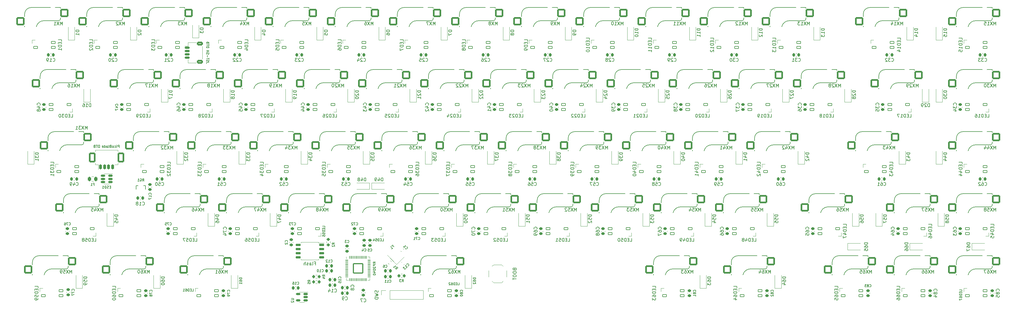
<source format=gbo>
G04 #@! TF.GenerationSoftware,KiCad,Pcbnew,(6.99.0-1912-g359c99991b)*
G04 #@! TF.CreationDate,2023-04-17T10:31:15+07:00*
G04 #@! TF.ProjectId,nyx,6e79782e-6b69-4636-9164-5f7063625858,1*
G04 #@! TF.SameCoordinates,Original*
G04 #@! TF.FileFunction,Legend,Bot*
G04 #@! TF.FilePolarity,Positive*
%FSLAX46Y46*%
G04 Gerber Fmt 4.6, Leading zero omitted, Abs format (unit mm)*
G04 Created by KiCad (PCBNEW (6.99.0-1912-g359c99991b)) date 2023-04-17 10:31:15*
%MOMM*%
%LPD*%
G01*
G04 APERTURE LIST*
G04 Aperture macros list*
%AMRoundRect*
0 Rectangle with rounded corners*
0 $1 Rounding radius*
0 $2 $3 $4 $5 $6 $7 $8 $9 X,Y pos of 4 corners*
0 Add a 4 corners polygon primitive as box body*
4,1,4,$2,$3,$4,$5,$6,$7,$8,$9,$2,$3,0*
0 Add four circle primitives for the rounded corners*
1,1,$1+$1,$2,$3*
1,1,$1+$1,$4,$5*
1,1,$1+$1,$6,$7*
1,1,$1+$1,$8,$9*
0 Add four rect primitives between the rounded corners*
20,1,$1+$1,$2,$3,$4,$5,0*
20,1,$1+$1,$4,$5,$6,$7,0*
20,1,$1+$1,$6,$7,$8,$9,0*
20,1,$1+$1,$8,$9,$2,$3,0*%
%AMRotRect*
0 Rectangle, with rotation*
0 The origin of the aperture is its center*
0 $1 length*
0 $2 width*
0 $3 Rotation angle, in degrees counterclockwise*
0 Add horizontal line*
21,1,$1,$2,0,0,$3*%
%AMFreePoly0*
4,1,18,-0.410000,0.593000,-0.403758,0.624380,-0.385983,0.650983,-0.359380,0.668758,-0.328000,0.675000,0.328000,0.675000,0.359380,0.668758,0.385983,0.650983,0.403758,0.624380,0.410000,0.593000,0.410000,-0.593000,0.403758,-0.624380,0.385983,-0.650983,0.359380,-0.668758,0.328000,-0.675000,0.000000,-0.675000,-0.410000,-0.265000,-0.410000,0.593000,-0.410000,0.593000,$1*%
G04 Aperture macros list end*
%ADD10C,0.150000*%
%ADD11C,0.120000*%
%ADD12C,3.048000*%
%ADD13C,3.987800*%
%ADD14C,0.500000*%
%ADD15C,1.750000*%
%ADD16C,3.300000*%
%ADD17RoundRect,0.250000X1.025000X1.000000X-1.025000X1.000000X-1.025000X-1.000000X1.025000X-1.000000X0*%
%ADD18RoundRect,0.225000X0.250000X-0.225000X0.250000X0.225000X-0.250000X0.225000X-0.250000X-0.225000X0*%
%ADD19RoundRect,0.225000X0.225000X0.250000X-0.225000X0.250000X-0.225000X-0.250000X0.225000X-0.250000X0*%
%ADD20R,1.200000X0.900000*%
%ADD21RoundRect,0.225000X-0.250000X0.225000X-0.250000X-0.225000X0.250000X-0.225000X0.250000X0.225000X0*%
%ADD22RoundRect,0.225000X-0.225000X-0.250000X0.225000X-0.250000X0.225000X0.250000X-0.225000X0.250000X0*%
%ADD23RoundRect,0.082000X-0.593000X0.328000X-0.593000X-0.328000X0.593000X-0.328000X0.593000X0.328000X0*%
%ADD24FreePoly0,270.000000*%
%ADD25RoundRect,0.082000X0.593000X-0.328000X0.593000X0.328000X-0.593000X0.328000X-0.593000X-0.328000X0*%
%ADD26FreePoly0,90.000000*%
%ADD27RoundRect,0.200000X-0.200000X-0.600000X0.200000X-0.600000X0.200000X0.600000X-0.200000X0.600000X0*%
%ADD28RoundRect,0.250001X-0.799999X-1.249999X0.799999X-1.249999X0.799999X1.249999X-0.799999X1.249999X0*%
%ADD29R,0.900000X1.200000*%
%ADD30R,1.700000X1.700000*%
%ADD31O,1.700000X1.700000*%
%ADD32RoundRect,0.050000X-0.050000X0.387500X-0.050000X-0.387500X0.050000X-0.387500X0.050000X0.387500X0*%
%ADD33RoundRect,0.050000X-0.387500X0.050000X-0.387500X-0.050000X0.387500X-0.050000X0.387500X0.050000X0*%
%ADD34RoundRect,0.144000X-1.456000X1.456000X-1.456000X-1.456000X1.456000X-1.456000X1.456000X1.456000X0*%
%ADD35RoundRect,0.150000X0.650000X0.150000X-0.650000X0.150000X-0.650000X-0.150000X0.650000X-0.150000X0*%
%ADD36R,1.700000X1.000000*%
%ADD37RoundRect,0.225000X-0.335876X-0.017678X-0.017678X-0.335876X0.335876X0.017678X0.017678X0.335876X0*%
%ADD38RotRect,1.400000X1.200000X135.000000*%
%ADD39RoundRect,0.200000X-0.335876X-0.053033X-0.053033X-0.335876X0.335876X0.053033X0.053033X0.335876X0*%
%ADD40RoundRect,0.150000X0.512500X0.150000X-0.512500X0.150000X-0.512500X-0.150000X0.512500X-0.150000X0*%
%ADD41RoundRect,0.200000X-0.275000X0.200000X-0.275000X-0.200000X0.275000X-0.200000X0.275000X0.200000X0*%
%ADD42R,0.800000X1.000000*%
%ADD43RoundRect,0.150000X-0.625000X0.150000X-0.625000X-0.150000X0.625000X-0.150000X0.625000X0.150000X0*%
%ADD44RoundRect,0.250000X-0.650000X0.350000X-0.650000X-0.350000X0.650000X-0.350000X0.650000X0.350000X0*%
%ADD45RoundRect,0.200000X0.200000X0.275000X-0.200000X0.275000X-0.200000X-0.275000X0.200000X-0.275000X0*%
%ADD46RoundRect,0.243750X0.243750X0.456250X-0.243750X0.456250X-0.243750X-0.456250X0.243750X-0.456250X0*%
%ADD47RoundRect,0.200000X-0.200000X-0.275000X0.200000X-0.275000X0.200000X0.275000X-0.200000X0.275000X0*%
%ADD48RoundRect,0.225000X0.017678X-0.335876X0.335876X-0.017678X-0.017678X0.335876X-0.335876X0.017678X0*%
G04 #@! TA.AperFunction,Profile*
%ADD49C,0.100000*%
G04 #@! TD*
G04 APERTURE END LIST*
D10*
X229359227Y-71802203D02*
X229359227Y-70802203D01*
X229359227Y-70802203D02*
X229025894Y-71516489D01*
X229025894Y-71516489D02*
X228692561Y-70802203D01*
X228692561Y-70802203D02*
X228692561Y-71802203D01*
X228311608Y-70802203D02*
X227644942Y-71802203D01*
X227644942Y-70802203D02*
X228311608Y-71802203D01*
X226787799Y-70802203D02*
X227263989Y-70802203D01*
X227263989Y-70802203D02*
X227311608Y-71278394D01*
X227311608Y-71278394D02*
X227263989Y-71230775D01*
X227263989Y-71230775D02*
X227168751Y-71183156D01*
X227168751Y-71183156D02*
X226930656Y-71183156D01*
X226930656Y-71183156D02*
X226835418Y-71230775D01*
X226835418Y-71230775D02*
X226787799Y-71278394D01*
X226787799Y-71278394D02*
X226740180Y-71373632D01*
X226740180Y-71373632D02*
X226740180Y-71611727D01*
X226740180Y-71611727D02*
X226787799Y-71706965D01*
X226787799Y-71706965D02*
X226835418Y-71754584D01*
X226835418Y-71754584D02*
X226930656Y-71802203D01*
X226930656Y-71802203D02*
X227168751Y-71802203D01*
X227168751Y-71802203D02*
X227263989Y-71754584D01*
X227263989Y-71754584D02*
X227311608Y-71706965D01*
X225835418Y-70802203D02*
X226311608Y-70802203D01*
X226311608Y-70802203D02*
X226359227Y-71278394D01*
X226359227Y-71278394D02*
X226311608Y-71230775D01*
X226311608Y-71230775D02*
X226216370Y-71183156D01*
X226216370Y-71183156D02*
X225978275Y-71183156D01*
X225978275Y-71183156D02*
X225883037Y-71230775D01*
X225883037Y-71230775D02*
X225835418Y-71278394D01*
X225835418Y-71278394D02*
X225787799Y-71373632D01*
X225787799Y-71373632D02*
X225787799Y-71611727D01*
X225787799Y-71611727D02*
X225835418Y-71706965D01*
X225835418Y-71706965D02*
X225883037Y-71754584D01*
X225883037Y-71754584D02*
X225978275Y-71802203D01*
X225978275Y-71802203D02*
X226216370Y-71802203D01*
X226216370Y-71802203D02*
X226311608Y-71754584D01*
X226311608Y-71754584D02*
X226359227Y-71706965D01*
X123682143Y-80504107D02*
X123717857Y-80539821D01*
X123717857Y-80539821D02*
X123825000Y-80575535D01*
X123825000Y-80575535D02*
X123896428Y-80575535D01*
X123896428Y-80575535D02*
X124003571Y-80539821D01*
X124003571Y-80539821D02*
X124075000Y-80468392D01*
X124075000Y-80468392D02*
X124110714Y-80396964D01*
X124110714Y-80396964D02*
X124146428Y-80254107D01*
X124146428Y-80254107D02*
X124146428Y-80146964D01*
X124146428Y-80146964D02*
X124110714Y-80004107D01*
X124110714Y-80004107D02*
X124075000Y-79932678D01*
X124075000Y-79932678D02*
X124003571Y-79861250D01*
X124003571Y-79861250D02*
X123896428Y-79825535D01*
X123896428Y-79825535D02*
X123825000Y-79825535D01*
X123825000Y-79825535D02*
X123717857Y-79861250D01*
X123717857Y-79861250D02*
X123682143Y-79896964D01*
X123432143Y-79825535D02*
X122932143Y-79825535D01*
X122932143Y-79825535D02*
X123253571Y-80575535D01*
X122253571Y-80575535D02*
X122682142Y-80575535D01*
X122467857Y-80575535D02*
X122467857Y-79825535D01*
X122467857Y-79825535D02*
X122539285Y-79932678D01*
X122539285Y-79932678D02*
X122610714Y-80004107D01*
X122610714Y-80004107D02*
X122682142Y-80039821D01*
X262050893Y-95004107D02*
X262086607Y-95039821D01*
X262086607Y-95039821D02*
X262193750Y-95075535D01*
X262193750Y-95075535D02*
X262265178Y-95075535D01*
X262265178Y-95075535D02*
X262372321Y-95039821D01*
X262372321Y-95039821D02*
X262443750Y-94968392D01*
X262443750Y-94968392D02*
X262479464Y-94896964D01*
X262479464Y-94896964D02*
X262515178Y-94754107D01*
X262515178Y-94754107D02*
X262515178Y-94646964D01*
X262515178Y-94646964D02*
X262479464Y-94504107D01*
X262479464Y-94504107D02*
X262443750Y-94432678D01*
X262443750Y-94432678D02*
X262372321Y-94361250D01*
X262372321Y-94361250D02*
X262265178Y-94325535D01*
X262265178Y-94325535D02*
X262193750Y-94325535D01*
X262193750Y-94325535D02*
X262086607Y-94361250D01*
X262086607Y-94361250D02*
X262050893Y-94396964D01*
X261622321Y-94646964D02*
X261693750Y-94611250D01*
X261693750Y-94611250D02*
X261729464Y-94575535D01*
X261729464Y-94575535D02*
X261765178Y-94504107D01*
X261765178Y-94504107D02*
X261765178Y-94468392D01*
X261765178Y-94468392D02*
X261729464Y-94396964D01*
X261729464Y-94396964D02*
X261693750Y-94361250D01*
X261693750Y-94361250D02*
X261622321Y-94325535D01*
X261622321Y-94325535D02*
X261479464Y-94325535D01*
X261479464Y-94325535D02*
X261408036Y-94361250D01*
X261408036Y-94361250D02*
X261372321Y-94396964D01*
X261372321Y-94396964D02*
X261336607Y-94468392D01*
X261336607Y-94468392D02*
X261336607Y-94504107D01*
X261336607Y-94504107D02*
X261372321Y-94575535D01*
X261372321Y-94575535D02*
X261408036Y-94611250D01*
X261408036Y-94611250D02*
X261479464Y-94646964D01*
X261479464Y-94646964D02*
X261622321Y-94646964D01*
X261622321Y-94646964D02*
X261693750Y-94682678D01*
X261693750Y-94682678D02*
X261729464Y-94718392D01*
X261729464Y-94718392D02*
X261765178Y-94789821D01*
X261765178Y-94789821D02*
X261765178Y-94932678D01*
X261765178Y-94932678D02*
X261729464Y-95004107D01*
X261729464Y-95004107D02*
X261693750Y-95039821D01*
X261693750Y-95039821D02*
X261622321Y-95075535D01*
X261622321Y-95075535D02*
X261479464Y-95075535D01*
X261479464Y-95075535D02*
X261408036Y-95039821D01*
X261408036Y-95039821D02*
X261372321Y-95004107D01*
X261372321Y-95004107D02*
X261336607Y-94932678D01*
X261336607Y-94932678D02*
X261336607Y-94789821D01*
X261336607Y-94789821D02*
X261372321Y-94718392D01*
X261372321Y-94718392D02*
X261408036Y-94682678D01*
X261408036Y-94682678D02*
X261479464Y-94646964D01*
X261086607Y-94325535D02*
X260622321Y-94325535D01*
X260622321Y-94325535D02*
X260872321Y-94611250D01*
X260872321Y-94611250D02*
X260765178Y-94611250D01*
X260765178Y-94611250D02*
X260693750Y-94646964D01*
X260693750Y-94646964D02*
X260658035Y-94682678D01*
X260658035Y-94682678D02*
X260622321Y-94754107D01*
X260622321Y-94754107D02*
X260622321Y-94932678D01*
X260622321Y-94932678D02*
X260658035Y-95004107D01*
X260658035Y-95004107D02*
X260693750Y-95039821D01*
X260693750Y-95039821D02*
X260765178Y-95075535D01*
X260765178Y-95075535D02*
X260979464Y-95075535D01*
X260979464Y-95075535D02*
X261050892Y-95039821D01*
X261050892Y-95039821D02*
X261086607Y-95004107D01*
X87827680Y-25772142D02*
X87875299Y-25819761D01*
X87875299Y-25819761D02*
X88018156Y-25867380D01*
X88018156Y-25867380D02*
X88113394Y-25867380D01*
X88113394Y-25867380D02*
X88256251Y-25819761D01*
X88256251Y-25819761D02*
X88351489Y-25724523D01*
X88351489Y-25724523D02*
X88399108Y-25629285D01*
X88399108Y-25629285D02*
X88446727Y-25438809D01*
X88446727Y-25438809D02*
X88446727Y-25295952D01*
X88446727Y-25295952D02*
X88399108Y-25105476D01*
X88399108Y-25105476D02*
X88351489Y-25010238D01*
X88351489Y-25010238D02*
X88256251Y-24915000D01*
X88256251Y-24915000D02*
X88113394Y-24867380D01*
X88113394Y-24867380D02*
X88018156Y-24867380D01*
X88018156Y-24867380D02*
X87875299Y-24915000D01*
X87875299Y-24915000D02*
X87827680Y-24962619D01*
X87446727Y-24962619D02*
X87399108Y-24915000D01*
X87399108Y-24915000D02*
X87303870Y-24867380D01*
X87303870Y-24867380D02*
X87065775Y-24867380D01*
X87065775Y-24867380D02*
X86970537Y-24915000D01*
X86970537Y-24915000D02*
X86922918Y-24962619D01*
X86922918Y-24962619D02*
X86875299Y-25057857D01*
X86875299Y-25057857D02*
X86875299Y-25153095D01*
X86875299Y-25153095D02*
X86922918Y-25295952D01*
X86922918Y-25295952D02*
X87494346Y-25867380D01*
X87494346Y-25867380D02*
X86875299Y-25867380D01*
X86541965Y-24867380D02*
X85922918Y-24867380D01*
X85922918Y-24867380D02*
X86256251Y-25248333D01*
X86256251Y-25248333D02*
X86113394Y-25248333D01*
X86113394Y-25248333D02*
X86018156Y-25295952D01*
X86018156Y-25295952D02*
X85970537Y-25343571D01*
X85970537Y-25343571D02*
X85922918Y-25438809D01*
X85922918Y-25438809D02*
X85922918Y-25676904D01*
X85922918Y-25676904D02*
X85970537Y-25772142D01*
X85970537Y-25772142D02*
X86018156Y-25819761D01*
X86018156Y-25819761D02*
X86113394Y-25867380D01*
X86113394Y-25867380D02*
X86399108Y-25867380D01*
X86399108Y-25867380D02*
X86494346Y-25819761D01*
X86494346Y-25819761D02*
X86541965Y-25772142D01*
X243487203Y-53858037D02*
X242487203Y-53858037D01*
X242487203Y-53858037D02*
X242487203Y-54096132D01*
X242487203Y-54096132D02*
X242534823Y-54238989D01*
X242534823Y-54238989D02*
X242630061Y-54334227D01*
X242630061Y-54334227D02*
X242725299Y-54381846D01*
X242725299Y-54381846D02*
X242915775Y-54429465D01*
X242915775Y-54429465D02*
X243058632Y-54429465D01*
X243058632Y-54429465D02*
X243249108Y-54381846D01*
X243249108Y-54381846D02*
X243344346Y-54334227D01*
X243344346Y-54334227D02*
X243439584Y-54238989D01*
X243439584Y-54238989D02*
X243487203Y-54096132D01*
X243487203Y-54096132D02*
X243487203Y-53858037D01*
X242820537Y-55286608D02*
X243487203Y-55286608D01*
X242439584Y-55048513D02*
X243153870Y-54810418D01*
X243153870Y-54810418D02*
X243153870Y-55429465D01*
X242582442Y-55762799D02*
X242534823Y-55810418D01*
X242534823Y-55810418D02*
X242487203Y-55905656D01*
X242487203Y-55905656D02*
X242487203Y-56143751D01*
X242487203Y-56143751D02*
X242534823Y-56238989D01*
X242534823Y-56238989D02*
X242582442Y-56286608D01*
X242582442Y-56286608D02*
X242677680Y-56334227D01*
X242677680Y-56334227D02*
X242772918Y-56334227D01*
X242772918Y-56334227D02*
X242915775Y-56286608D01*
X242915775Y-56286608D02*
X243487203Y-55715180D01*
X243487203Y-55715180D02*
X243487203Y-56334227D01*
X164027680Y-25772142D02*
X164075299Y-25819761D01*
X164075299Y-25819761D02*
X164218156Y-25867380D01*
X164218156Y-25867380D02*
X164313394Y-25867380D01*
X164313394Y-25867380D02*
X164456251Y-25819761D01*
X164456251Y-25819761D02*
X164551489Y-25724523D01*
X164551489Y-25724523D02*
X164599108Y-25629285D01*
X164599108Y-25629285D02*
X164646727Y-25438809D01*
X164646727Y-25438809D02*
X164646727Y-25295952D01*
X164646727Y-25295952D02*
X164599108Y-25105476D01*
X164599108Y-25105476D02*
X164551489Y-25010238D01*
X164551489Y-25010238D02*
X164456251Y-24915000D01*
X164456251Y-24915000D02*
X164313394Y-24867380D01*
X164313394Y-24867380D02*
X164218156Y-24867380D01*
X164218156Y-24867380D02*
X164075299Y-24915000D01*
X164075299Y-24915000D02*
X164027680Y-24962619D01*
X163646727Y-24962619D02*
X163599108Y-24915000D01*
X163599108Y-24915000D02*
X163503870Y-24867380D01*
X163503870Y-24867380D02*
X163265775Y-24867380D01*
X163265775Y-24867380D02*
X163170537Y-24915000D01*
X163170537Y-24915000D02*
X163122918Y-24962619D01*
X163122918Y-24962619D02*
X163075299Y-25057857D01*
X163075299Y-25057857D02*
X163075299Y-25153095D01*
X163075299Y-25153095D02*
X163122918Y-25295952D01*
X163122918Y-25295952D02*
X163694346Y-25867380D01*
X163694346Y-25867380D02*
X163075299Y-25867380D01*
X162741965Y-24867380D02*
X162075299Y-24867380D01*
X162075299Y-24867380D02*
X162503870Y-25867380D01*
X221177680Y-25772142D02*
X221225299Y-25819761D01*
X221225299Y-25819761D02*
X221368156Y-25867380D01*
X221368156Y-25867380D02*
X221463394Y-25867380D01*
X221463394Y-25867380D02*
X221606251Y-25819761D01*
X221606251Y-25819761D02*
X221701489Y-25724523D01*
X221701489Y-25724523D02*
X221749108Y-25629285D01*
X221749108Y-25629285D02*
X221796727Y-25438809D01*
X221796727Y-25438809D02*
X221796727Y-25295952D01*
X221796727Y-25295952D02*
X221749108Y-25105476D01*
X221749108Y-25105476D02*
X221701489Y-25010238D01*
X221701489Y-25010238D02*
X221606251Y-24915000D01*
X221606251Y-24915000D02*
X221463394Y-24867380D01*
X221463394Y-24867380D02*
X221368156Y-24867380D01*
X221368156Y-24867380D02*
X221225299Y-24915000D01*
X221225299Y-24915000D02*
X221177680Y-24962619D01*
X220844346Y-24867380D02*
X220225299Y-24867380D01*
X220225299Y-24867380D02*
X220558632Y-25248333D01*
X220558632Y-25248333D02*
X220415775Y-25248333D01*
X220415775Y-25248333D02*
X220320537Y-25295952D01*
X220320537Y-25295952D02*
X220272918Y-25343571D01*
X220272918Y-25343571D02*
X220225299Y-25438809D01*
X220225299Y-25438809D02*
X220225299Y-25676904D01*
X220225299Y-25676904D02*
X220272918Y-25772142D01*
X220272918Y-25772142D02*
X220320537Y-25819761D01*
X220320537Y-25819761D02*
X220415775Y-25867380D01*
X220415775Y-25867380D02*
X220701489Y-25867380D01*
X220701489Y-25867380D02*
X220796727Y-25819761D01*
X220796727Y-25819761D02*
X220844346Y-25772142D01*
X219606251Y-24867380D02*
X219511013Y-24867380D01*
X219511013Y-24867380D02*
X219415775Y-24915000D01*
X219415775Y-24915000D02*
X219368156Y-24962619D01*
X219368156Y-24962619D02*
X219320537Y-25057857D01*
X219320537Y-25057857D02*
X219272918Y-25248333D01*
X219272918Y-25248333D02*
X219272918Y-25486428D01*
X219272918Y-25486428D02*
X219320537Y-25676904D01*
X219320537Y-25676904D02*
X219368156Y-25772142D01*
X219368156Y-25772142D02*
X219415775Y-25819761D01*
X219415775Y-25819761D02*
X219511013Y-25867380D01*
X219511013Y-25867380D02*
X219606251Y-25867380D01*
X219606251Y-25867380D02*
X219701489Y-25819761D01*
X219701489Y-25819761D02*
X219749108Y-25772142D01*
X219749108Y-25772142D02*
X219796727Y-25676904D01*
X219796727Y-25676904D02*
X219844346Y-25486428D01*
X219844346Y-25486428D02*
X219844346Y-25248333D01*
X219844346Y-25248333D02*
X219796727Y-25057857D01*
X219796727Y-25057857D02*
X219749108Y-24962619D01*
X219749108Y-24962619D02*
X219701489Y-24915000D01*
X219701489Y-24915000D02*
X219606251Y-24867380D01*
X233962203Y-72908037D02*
X232962203Y-72908037D01*
X232962203Y-72908037D02*
X232962203Y-73146132D01*
X232962203Y-73146132D02*
X233009823Y-73288989D01*
X233009823Y-73288989D02*
X233105061Y-73384227D01*
X233105061Y-73384227D02*
X233200299Y-73431846D01*
X233200299Y-73431846D02*
X233390775Y-73479465D01*
X233390775Y-73479465D02*
X233533632Y-73479465D01*
X233533632Y-73479465D02*
X233724108Y-73431846D01*
X233724108Y-73431846D02*
X233819346Y-73384227D01*
X233819346Y-73384227D02*
X233914584Y-73288989D01*
X233914584Y-73288989D02*
X233962203Y-73146132D01*
X233962203Y-73146132D02*
X233962203Y-72908037D01*
X232962203Y-74384227D02*
X232962203Y-73908037D01*
X232962203Y-73908037D02*
X233438394Y-73860418D01*
X233438394Y-73860418D02*
X233390775Y-73908037D01*
X233390775Y-73908037D02*
X233343156Y-74003275D01*
X233343156Y-74003275D02*
X233343156Y-74241370D01*
X233343156Y-74241370D02*
X233390775Y-74336608D01*
X233390775Y-74336608D02*
X233438394Y-74384227D01*
X233438394Y-74384227D02*
X233533632Y-74431846D01*
X233533632Y-74431846D02*
X233771727Y-74431846D01*
X233771727Y-74431846D02*
X233866965Y-74384227D01*
X233866965Y-74384227D02*
X233914584Y-74336608D01*
X233914584Y-74336608D02*
X233962203Y-74241370D01*
X233962203Y-74241370D02*
X233962203Y-74003275D01*
X233962203Y-74003275D02*
X233914584Y-73908037D01*
X233914584Y-73908037D02*
X233866965Y-73860418D01*
X232962203Y-75336608D02*
X232962203Y-74860418D01*
X232962203Y-74860418D02*
X233438394Y-74812799D01*
X233438394Y-74812799D02*
X233390775Y-74860418D01*
X233390775Y-74860418D02*
X233343156Y-74955656D01*
X233343156Y-74955656D02*
X233343156Y-75193751D01*
X233343156Y-75193751D02*
X233390775Y-75288989D01*
X233390775Y-75288989D02*
X233438394Y-75336608D01*
X233438394Y-75336608D02*
X233533632Y-75384227D01*
X233533632Y-75384227D02*
X233771727Y-75384227D01*
X233771727Y-75384227D02*
X233866965Y-75336608D01*
X233866965Y-75336608D02*
X233914584Y-75288989D01*
X233914584Y-75288989D02*
X233962203Y-75193751D01*
X233962203Y-75193751D02*
X233962203Y-74955656D01*
X233962203Y-74955656D02*
X233914584Y-74860418D01*
X233914584Y-74860418D02*
X233866965Y-74812799D01*
X183077680Y-25772142D02*
X183125299Y-25819761D01*
X183125299Y-25819761D02*
X183268156Y-25867380D01*
X183268156Y-25867380D02*
X183363394Y-25867380D01*
X183363394Y-25867380D02*
X183506251Y-25819761D01*
X183506251Y-25819761D02*
X183601489Y-25724523D01*
X183601489Y-25724523D02*
X183649108Y-25629285D01*
X183649108Y-25629285D02*
X183696727Y-25438809D01*
X183696727Y-25438809D02*
X183696727Y-25295952D01*
X183696727Y-25295952D02*
X183649108Y-25105476D01*
X183649108Y-25105476D02*
X183601489Y-25010238D01*
X183601489Y-25010238D02*
X183506251Y-24915000D01*
X183506251Y-24915000D02*
X183363394Y-24867380D01*
X183363394Y-24867380D02*
X183268156Y-24867380D01*
X183268156Y-24867380D02*
X183125299Y-24915000D01*
X183125299Y-24915000D02*
X183077680Y-24962619D01*
X182696727Y-24962619D02*
X182649108Y-24915000D01*
X182649108Y-24915000D02*
X182553870Y-24867380D01*
X182553870Y-24867380D02*
X182315775Y-24867380D01*
X182315775Y-24867380D02*
X182220537Y-24915000D01*
X182220537Y-24915000D02*
X182172918Y-24962619D01*
X182172918Y-24962619D02*
X182125299Y-25057857D01*
X182125299Y-25057857D02*
X182125299Y-25153095D01*
X182125299Y-25153095D02*
X182172918Y-25295952D01*
X182172918Y-25295952D02*
X182744346Y-25867380D01*
X182744346Y-25867380D02*
X182125299Y-25867380D01*
X181553870Y-25295952D02*
X181649108Y-25248333D01*
X181649108Y-25248333D02*
X181696727Y-25200714D01*
X181696727Y-25200714D02*
X181744346Y-25105476D01*
X181744346Y-25105476D02*
X181744346Y-25057857D01*
X181744346Y-25057857D02*
X181696727Y-24962619D01*
X181696727Y-24962619D02*
X181649108Y-24915000D01*
X181649108Y-24915000D02*
X181553870Y-24867380D01*
X181553870Y-24867380D02*
X181363394Y-24867380D01*
X181363394Y-24867380D02*
X181268156Y-24915000D01*
X181268156Y-24915000D02*
X181220537Y-24962619D01*
X181220537Y-24962619D02*
X181172918Y-25057857D01*
X181172918Y-25057857D02*
X181172918Y-25105476D01*
X181172918Y-25105476D02*
X181220537Y-25200714D01*
X181220537Y-25200714D02*
X181268156Y-25248333D01*
X181268156Y-25248333D02*
X181363394Y-25295952D01*
X181363394Y-25295952D02*
X181553870Y-25295952D01*
X181553870Y-25295952D02*
X181649108Y-25343571D01*
X181649108Y-25343571D02*
X181696727Y-25391190D01*
X181696727Y-25391190D02*
X181744346Y-25486428D01*
X181744346Y-25486428D02*
X181744346Y-25676904D01*
X181744346Y-25676904D02*
X181696727Y-25772142D01*
X181696727Y-25772142D02*
X181649108Y-25819761D01*
X181649108Y-25819761D02*
X181553870Y-25867380D01*
X181553870Y-25867380D02*
X181363394Y-25867380D01*
X181363394Y-25867380D02*
X181268156Y-25819761D01*
X181268156Y-25819761D02*
X181220537Y-25772142D01*
X181220537Y-25772142D02*
X181172918Y-25676904D01*
X181172918Y-25676904D02*
X181172918Y-25486428D01*
X181172918Y-25486428D02*
X181220537Y-25391190D01*
X181220537Y-25391190D02*
X181268156Y-25343571D01*
X181268156Y-25343571D02*
X181363394Y-25295952D01*
X107001489Y-99572142D02*
X107049108Y-99619761D01*
X107049108Y-99619761D02*
X107191965Y-99667380D01*
X107191965Y-99667380D02*
X107287203Y-99667380D01*
X107287203Y-99667380D02*
X107430060Y-99619761D01*
X107430060Y-99619761D02*
X107525298Y-99524523D01*
X107525298Y-99524523D02*
X107572917Y-99429285D01*
X107572917Y-99429285D02*
X107620536Y-99238809D01*
X107620536Y-99238809D02*
X107620536Y-99095952D01*
X107620536Y-99095952D02*
X107572917Y-98905476D01*
X107572917Y-98905476D02*
X107525298Y-98810238D01*
X107525298Y-98810238D02*
X107430060Y-98715000D01*
X107430060Y-98715000D02*
X107287203Y-98667380D01*
X107287203Y-98667380D02*
X107191965Y-98667380D01*
X107191965Y-98667380D02*
X107049108Y-98715000D01*
X107049108Y-98715000D02*
X107001489Y-98762619D01*
X106668155Y-98667380D02*
X106001489Y-98667380D01*
X106001489Y-98667380D02*
X106430060Y-99667380D01*
X288615892Y-77316965D02*
X288663511Y-77269346D01*
X288663511Y-77269346D02*
X288711130Y-77126489D01*
X288711130Y-77126489D02*
X288711130Y-77031251D01*
X288711130Y-77031251D02*
X288663511Y-76888394D01*
X288663511Y-76888394D02*
X288568273Y-76793156D01*
X288568273Y-76793156D02*
X288473035Y-76745537D01*
X288473035Y-76745537D02*
X288282559Y-76697918D01*
X288282559Y-76697918D02*
X288139702Y-76697918D01*
X288139702Y-76697918D02*
X287949226Y-76745537D01*
X287949226Y-76745537D02*
X287853988Y-76793156D01*
X287853988Y-76793156D02*
X287758750Y-76888394D01*
X287758750Y-76888394D02*
X287711130Y-77031251D01*
X287711130Y-77031251D02*
X287711130Y-77126489D01*
X287711130Y-77126489D02*
X287758750Y-77269346D01*
X287758750Y-77269346D02*
X287806369Y-77316965D01*
X287711130Y-78174108D02*
X287711130Y-77983632D01*
X287711130Y-77983632D02*
X287758750Y-77888394D01*
X287758750Y-77888394D02*
X287806369Y-77840775D01*
X287806369Y-77840775D02*
X287949226Y-77745537D01*
X287949226Y-77745537D02*
X288139702Y-77697918D01*
X288139702Y-77697918D02*
X288520654Y-77697918D01*
X288520654Y-77697918D02*
X288615892Y-77745537D01*
X288615892Y-77745537D02*
X288663511Y-77793156D01*
X288663511Y-77793156D02*
X288711130Y-77888394D01*
X288711130Y-77888394D02*
X288711130Y-78078870D01*
X288711130Y-78078870D02*
X288663511Y-78174108D01*
X288663511Y-78174108D02*
X288615892Y-78221727D01*
X288615892Y-78221727D02*
X288520654Y-78269346D01*
X288520654Y-78269346D02*
X288282559Y-78269346D01*
X288282559Y-78269346D02*
X288187321Y-78221727D01*
X288187321Y-78221727D02*
X288139702Y-78174108D01*
X288139702Y-78174108D02*
X288092083Y-78078870D01*
X288092083Y-78078870D02*
X288092083Y-77888394D01*
X288092083Y-77888394D02*
X288139702Y-77793156D01*
X288139702Y-77793156D02*
X288187321Y-77745537D01*
X288187321Y-77745537D02*
X288282559Y-77697918D01*
X287711130Y-78602680D02*
X287711130Y-79221727D01*
X287711130Y-79221727D02*
X288092083Y-78888394D01*
X288092083Y-78888394D02*
X288092083Y-79031251D01*
X288092083Y-79031251D02*
X288139702Y-79126489D01*
X288139702Y-79126489D02*
X288187321Y-79174108D01*
X288187321Y-79174108D02*
X288282559Y-79221727D01*
X288282559Y-79221727D02*
X288520654Y-79221727D01*
X288520654Y-79221727D02*
X288615892Y-79174108D01*
X288615892Y-79174108D02*
X288663511Y-79126489D01*
X288663511Y-79126489D02*
X288711130Y-79031251D01*
X288711130Y-79031251D02*
X288711130Y-78745537D01*
X288711130Y-78745537D02*
X288663511Y-78650299D01*
X288663511Y-78650299D02*
X288615892Y-78602680D01*
X39067857Y-69872142D02*
X39115476Y-69919761D01*
X39115476Y-69919761D02*
X39258333Y-69967380D01*
X39258333Y-69967380D02*
X39353571Y-69967380D01*
X39353571Y-69967380D02*
X39496428Y-69919761D01*
X39496428Y-69919761D02*
X39591666Y-69824523D01*
X39591666Y-69824523D02*
X39639285Y-69729285D01*
X39639285Y-69729285D02*
X39686904Y-69538809D01*
X39686904Y-69538809D02*
X39686904Y-69395952D01*
X39686904Y-69395952D02*
X39639285Y-69205476D01*
X39639285Y-69205476D02*
X39591666Y-69110238D01*
X39591666Y-69110238D02*
X39496428Y-69015000D01*
X39496428Y-69015000D02*
X39353571Y-68967380D01*
X39353571Y-68967380D02*
X39258333Y-68967380D01*
X39258333Y-68967380D02*
X39115476Y-69015000D01*
X39115476Y-69015000D02*
X39067857Y-69062619D01*
X38115476Y-69967380D02*
X38686904Y-69967380D01*
X38401190Y-69967380D02*
X38401190Y-68967380D01*
X38401190Y-68967380D02*
X38496428Y-69110238D01*
X38496428Y-69110238D02*
X38591666Y-69205476D01*
X38591666Y-69205476D02*
X38686904Y-69253095D01*
X37544047Y-69395952D02*
X37639285Y-69348333D01*
X37639285Y-69348333D02*
X37686904Y-69300714D01*
X37686904Y-69300714D02*
X37734523Y-69205476D01*
X37734523Y-69205476D02*
X37734523Y-69157857D01*
X37734523Y-69157857D02*
X37686904Y-69062619D01*
X37686904Y-69062619D02*
X37639285Y-69015000D01*
X37639285Y-69015000D02*
X37544047Y-68967380D01*
X37544047Y-68967380D02*
X37353571Y-68967380D01*
X37353571Y-68967380D02*
X37258333Y-69015000D01*
X37258333Y-69015000D02*
X37210714Y-69062619D01*
X37210714Y-69062619D02*
X37163095Y-69157857D01*
X37163095Y-69157857D02*
X37163095Y-69205476D01*
X37163095Y-69205476D02*
X37210714Y-69300714D01*
X37210714Y-69300714D02*
X37258333Y-69348333D01*
X37258333Y-69348333D02*
X37353571Y-69395952D01*
X37353571Y-69395952D02*
X37544047Y-69395952D01*
X37544047Y-69395952D02*
X37639285Y-69443571D01*
X37639285Y-69443571D02*
X37686904Y-69491190D01*
X37686904Y-69491190D02*
X37734523Y-69586428D01*
X37734523Y-69586428D02*
X37734523Y-69776904D01*
X37734523Y-69776904D02*
X37686904Y-69872142D01*
X37686904Y-69872142D02*
X37639285Y-69919761D01*
X37639285Y-69919761D02*
X37544047Y-69967380D01*
X37544047Y-69967380D02*
X37353571Y-69967380D01*
X37353571Y-69967380D02*
X37258333Y-69919761D01*
X37258333Y-69919761D02*
X37210714Y-69872142D01*
X37210714Y-69872142D02*
X37163095Y-69776904D01*
X37163095Y-69776904D02*
X37163095Y-69586428D01*
X37163095Y-69586428D02*
X37210714Y-69491190D01*
X37210714Y-69491190D02*
X37258333Y-69443571D01*
X37258333Y-69443571D02*
X37353571Y-69395952D01*
X57749703Y-15561905D02*
X56749703Y-15561905D01*
X56749703Y-15561905D02*
X56749703Y-15800000D01*
X56749703Y-15800000D02*
X56797323Y-15942857D01*
X56797323Y-15942857D02*
X56892561Y-16038095D01*
X56892561Y-16038095D02*
X56987799Y-16085714D01*
X56987799Y-16085714D02*
X57178275Y-16133333D01*
X57178275Y-16133333D02*
X57321132Y-16133333D01*
X57321132Y-16133333D02*
X57511608Y-16085714D01*
X57511608Y-16085714D02*
X57606846Y-16038095D01*
X57606846Y-16038095D02*
X57702084Y-15942857D01*
X57702084Y-15942857D02*
X57749703Y-15800000D01*
X57749703Y-15800000D02*
X57749703Y-15561905D01*
X56749703Y-16466667D02*
X56749703Y-17085714D01*
X56749703Y-17085714D02*
X57130656Y-16752381D01*
X57130656Y-16752381D02*
X57130656Y-16895238D01*
X57130656Y-16895238D02*
X57178275Y-16990476D01*
X57178275Y-16990476D02*
X57225894Y-17038095D01*
X57225894Y-17038095D02*
X57321132Y-17085714D01*
X57321132Y-17085714D02*
X57559227Y-17085714D01*
X57559227Y-17085714D02*
X57654465Y-17038095D01*
X57654465Y-17038095D02*
X57702084Y-16990476D01*
X57702084Y-16990476D02*
X57749703Y-16895238D01*
X57749703Y-16895238D02*
X57749703Y-16609524D01*
X57749703Y-16609524D02*
X57702084Y-16514286D01*
X57702084Y-16514286D02*
X57654465Y-16466667D01*
X135828571Y-94475535D02*
X136185714Y-94475535D01*
X136185714Y-94475535D02*
X136185714Y-93725535D01*
X135578571Y-94082678D02*
X135328571Y-94082678D01*
X135221428Y-94475535D02*
X135578571Y-94475535D01*
X135578571Y-94475535D02*
X135578571Y-93725535D01*
X135578571Y-93725535D02*
X135221428Y-93725535D01*
X134900000Y-94475535D02*
X134900000Y-93725535D01*
X134900000Y-93725535D02*
X134721429Y-93725535D01*
X134721429Y-93725535D02*
X134614286Y-93761250D01*
X134614286Y-93761250D02*
X134542857Y-93832678D01*
X134542857Y-93832678D02*
X134507143Y-93904107D01*
X134507143Y-93904107D02*
X134471429Y-94046964D01*
X134471429Y-94046964D02*
X134471429Y-94154107D01*
X134471429Y-94154107D02*
X134507143Y-94296964D01*
X134507143Y-94296964D02*
X134542857Y-94368392D01*
X134542857Y-94368392D02*
X134614286Y-94439821D01*
X134614286Y-94439821D02*
X134721429Y-94475535D01*
X134721429Y-94475535D02*
X134900000Y-94475535D01*
X133828572Y-93725535D02*
X133971429Y-93725535D01*
X133971429Y-93725535D02*
X134042857Y-93761250D01*
X134042857Y-93761250D02*
X134078572Y-93796964D01*
X134078572Y-93796964D02*
X134150000Y-93904107D01*
X134150000Y-93904107D02*
X134185714Y-94046964D01*
X134185714Y-94046964D02*
X134185714Y-94332678D01*
X134185714Y-94332678D02*
X134150000Y-94404107D01*
X134150000Y-94404107D02*
X134114286Y-94439821D01*
X134114286Y-94439821D02*
X134042857Y-94475535D01*
X134042857Y-94475535D02*
X133900000Y-94475535D01*
X133900000Y-94475535D02*
X133828572Y-94439821D01*
X133828572Y-94439821D02*
X133792857Y-94404107D01*
X133792857Y-94404107D02*
X133757143Y-94332678D01*
X133757143Y-94332678D02*
X133757143Y-94154107D01*
X133757143Y-94154107D02*
X133792857Y-94082678D01*
X133792857Y-94082678D02*
X133828572Y-94046964D01*
X133828572Y-94046964D02*
X133900000Y-94011250D01*
X133900000Y-94011250D02*
X134042857Y-94011250D01*
X134042857Y-94011250D02*
X134114286Y-94046964D01*
X134114286Y-94046964D02*
X134150000Y-94082678D01*
X134150000Y-94082678D02*
X134185714Y-94154107D01*
X133471428Y-93796964D02*
X133435714Y-93761250D01*
X133435714Y-93761250D02*
X133364286Y-93725535D01*
X133364286Y-93725535D02*
X133185714Y-93725535D01*
X133185714Y-93725535D02*
X133114286Y-93761250D01*
X133114286Y-93761250D02*
X133078571Y-93796964D01*
X133078571Y-93796964D02*
X133042857Y-93868392D01*
X133042857Y-93868392D02*
X133042857Y-93939821D01*
X133042857Y-93939821D02*
X133078571Y-94046964D01*
X133078571Y-94046964D02*
X133507143Y-94475535D01*
X133507143Y-94475535D02*
X133042857Y-94475535D01*
X14267380Y-19647618D02*
X14267380Y-19171428D01*
X14267380Y-19171428D02*
X13267380Y-19171428D01*
X13743571Y-19980952D02*
X13743571Y-20314285D01*
X14267380Y-20457142D02*
X14267380Y-19980952D01*
X14267380Y-19980952D02*
X13267380Y-19980952D01*
X13267380Y-19980952D02*
X13267380Y-20457142D01*
X14267380Y-20885714D02*
X13267380Y-20885714D01*
X13267380Y-20885714D02*
X13267380Y-21123809D01*
X13267380Y-21123809D02*
X13315000Y-21266666D01*
X13315000Y-21266666D02*
X13410238Y-21361904D01*
X13410238Y-21361904D02*
X13505476Y-21409523D01*
X13505476Y-21409523D02*
X13695952Y-21457142D01*
X13695952Y-21457142D02*
X13838809Y-21457142D01*
X13838809Y-21457142D02*
X14029285Y-21409523D01*
X14029285Y-21409523D02*
X14124523Y-21361904D01*
X14124523Y-21361904D02*
X14219761Y-21266666D01*
X14219761Y-21266666D02*
X14267380Y-21123809D01*
X14267380Y-21123809D02*
X14267380Y-20885714D01*
X14267380Y-22409523D02*
X14267380Y-21838095D01*
X14267380Y-22123809D02*
X13267380Y-22123809D01*
X13267380Y-22123809D02*
X13410238Y-22028571D01*
X13410238Y-22028571D02*
X13505476Y-21933333D01*
X13505476Y-21933333D02*
X13553095Y-21838095D01*
X104632143Y-76004107D02*
X104667857Y-76039821D01*
X104667857Y-76039821D02*
X104775000Y-76075535D01*
X104775000Y-76075535D02*
X104846428Y-76075535D01*
X104846428Y-76075535D02*
X104953571Y-76039821D01*
X104953571Y-76039821D02*
X105025000Y-75968392D01*
X105025000Y-75968392D02*
X105060714Y-75896964D01*
X105060714Y-75896964D02*
X105096428Y-75754107D01*
X105096428Y-75754107D02*
X105096428Y-75646964D01*
X105096428Y-75646964D02*
X105060714Y-75504107D01*
X105060714Y-75504107D02*
X105025000Y-75432678D01*
X105025000Y-75432678D02*
X104953571Y-75361250D01*
X104953571Y-75361250D02*
X104846428Y-75325535D01*
X104846428Y-75325535D02*
X104775000Y-75325535D01*
X104775000Y-75325535D02*
X104667857Y-75361250D01*
X104667857Y-75361250D02*
X104632143Y-75396964D01*
X104382143Y-75325535D02*
X103882143Y-75325535D01*
X103882143Y-75325535D02*
X104203571Y-76075535D01*
X103632142Y-75396964D02*
X103596428Y-75361250D01*
X103596428Y-75361250D02*
X103525000Y-75325535D01*
X103525000Y-75325535D02*
X103346428Y-75325535D01*
X103346428Y-75325535D02*
X103275000Y-75361250D01*
X103275000Y-75361250D02*
X103239285Y-75396964D01*
X103239285Y-75396964D02*
X103203571Y-75468392D01*
X103203571Y-75468392D02*
X103203571Y-75539821D01*
X103203571Y-75539821D02*
X103239285Y-75646964D01*
X103239285Y-75646964D02*
X103667857Y-76075535D01*
X103667857Y-76075535D02*
X103203571Y-76075535D01*
X148237203Y-53858037D02*
X147237203Y-53858037D01*
X147237203Y-53858037D02*
X147237203Y-54096132D01*
X147237203Y-54096132D02*
X147284823Y-54238989D01*
X147284823Y-54238989D02*
X147380061Y-54334227D01*
X147380061Y-54334227D02*
X147475299Y-54381846D01*
X147475299Y-54381846D02*
X147665775Y-54429465D01*
X147665775Y-54429465D02*
X147808632Y-54429465D01*
X147808632Y-54429465D02*
X147999108Y-54381846D01*
X147999108Y-54381846D02*
X148094346Y-54334227D01*
X148094346Y-54334227D02*
X148189584Y-54238989D01*
X148189584Y-54238989D02*
X148237203Y-54096132D01*
X148237203Y-54096132D02*
X148237203Y-53858037D01*
X147237203Y-54762799D02*
X147237203Y-55381846D01*
X147237203Y-55381846D02*
X147618156Y-55048513D01*
X147618156Y-55048513D02*
X147618156Y-55191370D01*
X147618156Y-55191370D02*
X147665775Y-55286608D01*
X147665775Y-55286608D02*
X147713394Y-55334227D01*
X147713394Y-55334227D02*
X147808632Y-55381846D01*
X147808632Y-55381846D02*
X148046727Y-55381846D01*
X148046727Y-55381846D02*
X148141965Y-55334227D01*
X148141965Y-55334227D02*
X148189584Y-55286608D01*
X148189584Y-55286608D02*
X148237203Y-55191370D01*
X148237203Y-55191370D02*
X148237203Y-54905656D01*
X148237203Y-54905656D02*
X148189584Y-54810418D01*
X148189584Y-54810418D02*
X148141965Y-54762799D01*
X147237203Y-55715180D02*
X147237203Y-56381846D01*
X147237203Y-56381846D02*
X148237203Y-55953275D01*
X72037203Y-53858037D02*
X71037203Y-53858037D01*
X71037203Y-53858037D02*
X71037203Y-54096132D01*
X71037203Y-54096132D02*
X71084823Y-54238989D01*
X71084823Y-54238989D02*
X71180061Y-54334227D01*
X71180061Y-54334227D02*
X71275299Y-54381846D01*
X71275299Y-54381846D02*
X71465775Y-54429465D01*
X71465775Y-54429465D02*
X71608632Y-54429465D01*
X71608632Y-54429465D02*
X71799108Y-54381846D01*
X71799108Y-54381846D02*
X71894346Y-54334227D01*
X71894346Y-54334227D02*
X71989584Y-54238989D01*
X71989584Y-54238989D02*
X72037203Y-54096132D01*
X72037203Y-54096132D02*
X72037203Y-53858037D01*
X71037203Y-54762799D02*
X71037203Y-55381846D01*
X71037203Y-55381846D02*
X71418156Y-55048513D01*
X71418156Y-55048513D02*
X71418156Y-55191370D01*
X71418156Y-55191370D02*
X71465775Y-55286608D01*
X71465775Y-55286608D02*
X71513394Y-55334227D01*
X71513394Y-55334227D02*
X71608632Y-55381846D01*
X71608632Y-55381846D02*
X71846727Y-55381846D01*
X71846727Y-55381846D02*
X71941965Y-55334227D01*
X71941965Y-55334227D02*
X71989584Y-55286608D01*
X71989584Y-55286608D02*
X72037203Y-55191370D01*
X72037203Y-55191370D02*
X72037203Y-54905656D01*
X72037203Y-54905656D02*
X71989584Y-54810418D01*
X71989584Y-54810418D02*
X71941965Y-54762799D01*
X71037203Y-55715180D02*
X71037203Y-56334227D01*
X71037203Y-56334227D02*
X71418156Y-56000894D01*
X71418156Y-56000894D02*
X71418156Y-56143751D01*
X71418156Y-56143751D02*
X71465775Y-56238989D01*
X71465775Y-56238989D02*
X71513394Y-56286608D01*
X71513394Y-56286608D02*
X71608632Y-56334227D01*
X71608632Y-56334227D02*
X71846727Y-56334227D01*
X71846727Y-56334227D02*
X71941965Y-56286608D01*
X71941965Y-56286608D02*
X71989584Y-56238989D01*
X71989584Y-56238989D02*
X72037203Y-56143751D01*
X72037203Y-56143751D02*
X72037203Y-55858037D01*
X72037203Y-55858037D02*
X71989584Y-55762799D01*
X71989584Y-55762799D02*
X71941965Y-55715180D01*
X214267380Y-19145237D02*
X214267380Y-18669047D01*
X214267380Y-18669047D02*
X213267380Y-18669047D01*
X213743571Y-19478571D02*
X213743571Y-19811904D01*
X214267380Y-19954761D02*
X214267380Y-19478571D01*
X214267380Y-19478571D02*
X213267380Y-19478571D01*
X213267380Y-19478571D02*
X213267380Y-19954761D01*
X214267380Y-20383333D02*
X213267380Y-20383333D01*
X213267380Y-20383333D02*
X213267380Y-20621428D01*
X213267380Y-20621428D02*
X213315000Y-20764285D01*
X213315000Y-20764285D02*
X213410238Y-20859523D01*
X213410238Y-20859523D02*
X213505476Y-20907142D01*
X213505476Y-20907142D02*
X213695952Y-20954761D01*
X213695952Y-20954761D02*
X213838809Y-20954761D01*
X213838809Y-20954761D02*
X214029285Y-20907142D01*
X214029285Y-20907142D02*
X214124523Y-20859523D01*
X214124523Y-20859523D02*
X214219761Y-20764285D01*
X214219761Y-20764285D02*
X214267380Y-20621428D01*
X214267380Y-20621428D02*
X214267380Y-20383333D01*
X214267380Y-21907142D02*
X214267380Y-21335714D01*
X214267380Y-21621428D02*
X213267380Y-21621428D01*
X213267380Y-21621428D02*
X213410238Y-21526190D01*
X213410238Y-21526190D02*
X213505476Y-21430952D01*
X213505476Y-21430952D02*
X213553095Y-21335714D01*
X213362619Y-22288095D02*
X213315000Y-22335714D01*
X213315000Y-22335714D02*
X213267380Y-22430952D01*
X213267380Y-22430952D02*
X213267380Y-22669047D01*
X213267380Y-22669047D02*
X213315000Y-22764285D01*
X213315000Y-22764285D02*
X213362619Y-22811904D01*
X213362619Y-22811904D02*
X213457857Y-22859523D01*
X213457857Y-22859523D02*
X213553095Y-22859523D01*
X213553095Y-22859523D02*
X213695952Y-22811904D01*
X213695952Y-22811904D02*
X214267380Y-22240476D01*
X214267380Y-22240476D02*
X214267380Y-22859523D01*
X250545537Y-43002203D02*
X251021727Y-43002203D01*
X251021727Y-43002203D02*
X251021727Y-42002203D01*
X250212203Y-42478394D02*
X249878870Y-42478394D01*
X249736013Y-43002203D02*
X250212203Y-43002203D01*
X250212203Y-43002203D02*
X250212203Y-42002203D01*
X250212203Y-42002203D02*
X249736013Y-42002203D01*
X249307441Y-43002203D02*
X249307441Y-42002203D01*
X249307441Y-42002203D02*
X249069346Y-42002203D01*
X249069346Y-42002203D02*
X248926489Y-42049823D01*
X248926489Y-42049823D02*
X248831251Y-42145061D01*
X248831251Y-42145061D02*
X248783632Y-42240299D01*
X248783632Y-42240299D02*
X248736013Y-42430775D01*
X248736013Y-42430775D02*
X248736013Y-42573632D01*
X248736013Y-42573632D02*
X248783632Y-42764108D01*
X248783632Y-42764108D02*
X248831251Y-42859346D01*
X248831251Y-42859346D02*
X248926489Y-42954584D01*
X248926489Y-42954584D02*
X249069346Y-43002203D01*
X249069346Y-43002203D02*
X249307441Y-43002203D01*
X247783632Y-43002203D02*
X248355060Y-43002203D01*
X248069346Y-43002203D02*
X248069346Y-42002203D01*
X248069346Y-42002203D02*
X248164584Y-42145061D01*
X248164584Y-42145061D02*
X248259822Y-42240299D01*
X248259822Y-42240299D02*
X248355060Y-42287918D01*
X247212203Y-42430775D02*
X247307441Y-42383156D01*
X247307441Y-42383156D02*
X247355060Y-42335537D01*
X247355060Y-42335537D02*
X247402679Y-42240299D01*
X247402679Y-42240299D02*
X247402679Y-42192680D01*
X247402679Y-42192680D02*
X247355060Y-42097442D01*
X247355060Y-42097442D02*
X247307441Y-42049823D01*
X247307441Y-42049823D02*
X247212203Y-42002203D01*
X247212203Y-42002203D02*
X247021727Y-42002203D01*
X247021727Y-42002203D02*
X246926489Y-42049823D01*
X246926489Y-42049823D02*
X246878870Y-42097442D01*
X246878870Y-42097442D02*
X246831251Y-42192680D01*
X246831251Y-42192680D02*
X246831251Y-42240299D01*
X246831251Y-42240299D02*
X246878870Y-42335537D01*
X246878870Y-42335537D02*
X246926489Y-42383156D01*
X246926489Y-42383156D02*
X247021727Y-42430775D01*
X247021727Y-42430775D02*
X247212203Y-42430775D01*
X247212203Y-42430775D02*
X247307441Y-42478394D01*
X247307441Y-42478394D02*
X247355060Y-42526013D01*
X247355060Y-42526013D02*
X247402679Y-42621251D01*
X247402679Y-42621251D02*
X247402679Y-42811727D01*
X247402679Y-42811727D02*
X247355060Y-42906965D01*
X247355060Y-42906965D02*
X247307441Y-42954584D01*
X247307441Y-42954584D02*
X247212203Y-43002203D01*
X247212203Y-43002203D02*
X247021727Y-43002203D01*
X247021727Y-43002203D02*
X246926489Y-42954584D01*
X246926489Y-42954584D02*
X246878870Y-42906965D01*
X246878870Y-42906965D02*
X246831251Y-42811727D01*
X246831251Y-42811727D02*
X246831251Y-42621251D01*
X246831251Y-42621251D02*
X246878870Y-42526013D01*
X246878870Y-42526013D02*
X246926489Y-42478394D01*
X246926489Y-42478394D02*
X247021727Y-42430775D01*
X231495537Y-43002203D02*
X231971727Y-43002203D01*
X231971727Y-43002203D02*
X231971727Y-42002203D01*
X231162203Y-42478394D02*
X230828870Y-42478394D01*
X230686013Y-43002203D02*
X231162203Y-43002203D01*
X231162203Y-43002203D02*
X231162203Y-42002203D01*
X231162203Y-42002203D02*
X230686013Y-42002203D01*
X230257441Y-43002203D02*
X230257441Y-42002203D01*
X230257441Y-42002203D02*
X230019346Y-42002203D01*
X230019346Y-42002203D02*
X229876489Y-42049823D01*
X229876489Y-42049823D02*
X229781251Y-42145061D01*
X229781251Y-42145061D02*
X229733632Y-42240299D01*
X229733632Y-42240299D02*
X229686013Y-42430775D01*
X229686013Y-42430775D02*
X229686013Y-42573632D01*
X229686013Y-42573632D02*
X229733632Y-42764108D01*
X229733632Y-42764108D02*
X229781251Y-42859346D01*
X229781251Y-42859346D02*
X229876489Y-42954584D01*
X229876489Y-42954584D02*
X230019346Y-43002203D01*
X230019346Y-43002203D02*
X230257441Y-43002203D01*
X228733632Y-43002203D02*
X229305060Y-43002203D01*
X229019346Y-43002203D02*
X229019346Y-42002203D01*
X229019346Y-42002203D02*
X229114584Y-42145061D01*
X229114584Y-42145061D02*
X229209822Y-42240299D01*
X229209822Y-42240299D02*
X229305060Y-42287918D01*
X228257441Y-43002203D02*
X228066965Y-43002203D01*
X228066965Y-43002203D02*
X227971727Y-42954584D01*
X227971727Y-42954584D02*
X227924108Y-42906965D01*
X227924108Y-42906965D02*
X227828870Y-42764108D01*
X227828870Y-42764108D02*
X227781251Y-42573632D01*
X227781251Y-42573632D02*
X227781251Y-42192680D01*
X227781251Y-42192680D02*
X227828870Y-42097442D01*
X227828870Y-42097442D02*
X227876489Y-42049823D01*
X227876489Y-42049823D02*
X227971727Y-42002203D01*
X227971727Y-42002203D02*
X228162203Y-42002203D01*
X228162203Y-42002203D02*
X228257441Y-42049823D01*
X228257441Y-42049823D02*
X228305060Y-42097442D01*
X228305060Y-42097442D02*
X228352679Y-42192680D01*
X228352679Y-42192680D02*
X228352679Y-42430775D01*
X228352679Y-42430775D02*
X228305060Y-42526013D01*
X228305060Y-42526013D02*
X228257441Y-42573632D01*
X228257441Y-42573632D02*
X228162203Y-42621251D01*
X228162203Y-42621251D02*
X227971727Y-42621251D01*
X227971727Y-42621251D02*
X227876489Y-42573632D01*
X227876489Y-42573632D02*
X227828870Y-42526013D01*
X227828870Y-42526013D02*
X227781251Y-42430775D01*
X86569643Y-94204107D02*
X86605357Y-94239821D01*
X86605357Y-94239821D02*
X86712500Y-94275535D01*
X86712500Y-94275535D02*
X86783928Y-94275535D01*
X86783928Y-94275535D02*
X86891071Y-94239821D01*
X86891071Y-94239821D02*
X86962500Y-94168392D01*
X86962500Y-94168392D02*
X86998214Y-94096964D01*
X86998214Y-94096964D02*
X87033928Y-93954107D01*
X87033928Y-93954107D02*
X87033928Y-93846964D01*
X87033928Y-93846964D02*
X86998214Y-93704107D01*
X86998214Y-93704107D02*
X86962500Y-93632678D01*
X86962500Y-93632678D02*
X86891071Y-93561250D01*
X86891071Y-93561250D02*
X86783928Y-93525535D01*
X86783928Y-93525535D02*
X86712500Y-93525535D01*
X86712500Y-93525535D02*
X86605357Y-93561250D01*
X86605357Y-93561250D02*
X86569643Y-93596964D01*
X85855357Y-94275535D02*
X86283928Y-94275535D01*
X86069643Y-94275535D02*
X86069643Y-93525535D01*
X86069643Y-93525535D02*
X86141071Y-93632678D01*
X86141071Y-93632678D02*
X86212500Y-93704107D01*
X86212500Y-93704107D02*
X86283928Y-93739821D01*
X85212500Y-93525535D02*
X85355357Y-93525535D01*
X85355357Y-93525535D02*
X85426785Y-93561250D01*
X85426785Y-93561250D02*
X85462500Y-93596964D01*
X85462500Y-93596964D02*
X85533928Y-93704107D01*
X85533928Y-93704107D02*
X85569642Y-93846964D01*
X85569642Y-93846964D02*
X85569642Y-94132678D01*
X85569642Y-94132678D02*
X85533928Y-94204107D01*
X85533928Y-94204107D02*
X85498214Y-94239821D01*
X85498214Y-94239821D02*
X85426785Y-94275535D01*
X85426785Y-94275535D02*
X85283928Y-94275535D01*
X85283928Y-94275535D02*
X85212500Y-94239821D01*
X85212500Y-94239821D02*
X85176785Y-94204107D01*
X85176785Y-94204107D02*
X85141071Y-94132678D01*
X85141071Y-94132678D02*
X85141071Y-93954107D01*
X85141071Y-93954107D02*
X85176785Y-93882678D01*
X85176785Y-93882678D02*
X85212500Y-93846964D01*
X85212500Y-93846964D02*
X85283928Y-93811250D01*
X85283928Y-93811250D02*
X85426785Y-93811250D01*
X85426785Y-93811250D02*
X85498214Y-93846964D01*
X85498214Y-93846964D02*
X85533928Y-93882678D01*
X85533928Y-93882678D02*
X85569642Y-93954107D01*
X30677680Y-25772142D02*
X30725299Y-25819761D01*
X30725299Y-25819761D02*
X30868156Y-25867380D01*
X30868156Y-25867380D02*
X30963394Y-25867380D01*
X30963394Y-25867380D02*
X31106251Y-25819761D01*
X31106251Y-25819761D02*
X31201489Y-25724523D01*
X31201489Y-25724523D02*
X31249108Y-25629285D01*
X31249108Y-25629285D02*
X31296727Y-25438809D01*
X31296727Y-25438809D02*
X31296727Y-25295952D01*
X31296727Y-25295952D02*
X31249108Y-25105476D01*
X31249108Y-25105476D02*
X31201489Y-25010238D01*
X31201489Y-25010238D02*
X31106251Y-24915000D01*
X31106251Y-24915000D02*
X30963394Y-24867380D01*
X30963394Y-24867380D02*
X30868156Y-24867380D01*
X30868156Y-24867380D02*
X30725299Y-24915000D01*
X30725299Y-24915000D02*
X30677680Y-24962619D01*
X30296727Y-24962619D02*
X30249108Y-24915000D01*
X30249108Y-24915000D02*
X30153870Y-24867380D01*
X30153870Y-24867380D02*
X29915775Y-24867380D01*
X29915775Y-24867380D02*
X29820537Y-24915000D01*
X29820537Y-24915000D02*
X29772918Y-24962619D01*
X29772918Y-24962619D02*
X29725299Y-25057857D01*
X29725299Y-25057857D02*
X29725299Y-25153095D01*
X29725299Y-25153095D02*
X29772918Y-25295952D01*
X29772918Y-25295952D02*
X30344346Y-25867380D01*
X30344346Y-25867380D02*
X29725299Y-25867380D01*
X29106251Y-24867380D02*
X29011013Y-24867380D01*
X29011013Y-24867380D02*
X28915775Y-24915000D01*
X28915775Y-24915000D02*
X28868156Y-24962619D01*
X28868156Y-24962619D02*
X28820537Y-25057857D01*
X28820537Y-25057857D02*
X28772918Y-25248333D01*
X28772918Y-25248333D02*
X28772918Y-25486428D01*
X28772918Y-25486428D02*
X28820537Y-25676904D01*
X28820537Y-25676904D02*
X28868156Y-25772142D01*
X28868156Y-25772142D02*
X28915775Y-25819761D01*
X28915775Y-25819761D02*
X29011013Y-25867380D01*
X29011013Y-25867380D02*
X29106251Y-25867380D01*
X29106251Y-25867380D02*
X29201489Y-25819761D01*
X29201489Y-25819761D02*
X29249108Y-25772142D01*
X29249108Y-25772142D02*
X29296727Y-25676904D01*
X29296727Y-25676904D02*
X29344346Y-25486428D01*
X29344346Y-25486428D02*
X29344346Y-25248333D01*
X29344346Y-25248333D02*
X29296727Y-25057857D01*
X29296727Y-25057857D02*
X29249108Y-24962619D01*
X29249108Y-24962619D02*
X29201489Y-24915000D01*
X29201489Y-24915000D02*
X29106251Y-24867380D01*
X31952614Y-52275535D02*
X31952614Y-51525535D01*
X31952614Y-51525535D02*
X31666900Y-51525535D01*
X31666900Y-51525535D02*
X31595471Y-51561250D01*
X31595471Y-51561250D02*
X31559757Y-51596964D01*
X31559757Y-51596964D02*
X31524043Y-51668392D01*
X31524043Y-51668392D02*
X31524043Y-51775535D01*
X31524043Y-51775535D02*
X31559757Y-51846964D01*
X31559757Y-51846964D02*
X31595471Y-51882678D01*
X31595471Y-51882678D02*
X31666900Y-51918392D01*
X31666900Y-51918392D02*
X31952614Y-51918392D01*
X31202614Y-52275535D02*
X31202614Y-51775535D01*
X31202614Y-51525535D02*
X31238328Y-51561250D01*
X31238328Y-51561250D02*
X31202614Y-51596964D01*
X31202614Y-51596964D02*
X31166900Y-51561250D01*
X31166900Y-51561250D02*
X31202614Y-51525535D01*
X31202614Y-51525535D02*
X31202614Y-51596964D01*
X30524043Y-52239821D02*
X30595471Y-52275535D01*
X30595471Y-52275535D02*
X30738328Y-52275535D01*
X30738328Y-52275535D02*
X30809757Y-52239821D01*
X30809757Y-52239821D02*
X30845471Y-52204107D01*
X30845471Y-52204107D02*
X30881185Y-52132678D01*
X30881185Y-52132678D02*
X30881185Y-51918392D01*
X30881185Y-51918392D02*
X30845471Y-51846964D01*
X30845471Y-51846964D02*
X30809757Y-51811250D01*
X30809757Y-51811250D02*
X30738328Y-51775535D01*
X30738328Y-51775535D02*
X30595471Y-51775535D01*
X30595471Y-51775535D02*
X30524043Y-51811250D01*
X30095471Y-52275535D02*
X30166900Y-52239821D01*
X30166900Y-52239821D02*
X30202614Y-52204107D01*
X30202614Y-52204107D02*
X30238328Y-52132678D01*
X30238328Y-52132678D02*
X30238328Y-51918392D01*
X30238328Y-51918392D02*
X30202614Y-51846964D01*
X30202614Y-51846964D02*
X30166900Y-51811250D01*
X30166900Y-51811250D02*
X30095471Y-51775535D01*
X30095471Y-51775535D02*
X29988328Y-51775535D01*
X29988328Y-51775535D02*
X29916900Y-51811250D01*
X29916900Y-51811250D02*
X29881186Y-51846964D01*
X29881186Y-51846964D02*
X29845471Y-51918392D01*
X29845471Y-51918392D02*
X29845471Y-52132678D01*
X29845471Y-52132678D02*
X29881186Y-52204107D01*
X29881186Y-52204107D02*
X29916900Y-52239821D01*
X29916900Y-52239821D02*
X29988328Y-52275535D01*
X29988328Y-52275535D02*
X30095471Y-52275535D01*
X29274043Y-51882678D02*
X29166900Y-51918392D01*
X29166900Y-51918392D02*
X29131186Y-51954107D01*
X29131186Y-51954107D02*
X29095472Y-52025535D01*
X29095472Y-52025535D02*
X29095472Y-52132678D01*
X29095472Y-52132678D02*
X29131186Y-52204107D01*
X29131186Y-52204107D02*
X29166900Y-52239821D01*
X29166900Y-52239821D02*
X29238329Y-52275535D01*
X29238329Y-52275535D02*
X29524043Y-52275535D01*
X29524043Y-52275535D02*
X29524043Y-51525535D01*
X29524043Y-51525535D02*
X29274043Y-51525535D01*
X29274043Y-51525535D02*
X29202615Y-51561250D01*
X29202615Y-51561250D02*
X29166900Y-51596964D01*
X29166900Y-51596964D02*
X29131186Y-51668392D01*
X29131186Y-51668392D02*
X29131186Y-51739821D01*
X29131186Y-51739821D02*
X29166900Y-51811250D01*
X29166900Y-51811250D02*
X29202615Y-51846964D01*
X29202615Y-51846964D02*
X29274043Y-51882678D01*
X29274043Y-51882678D02*
X29524043Y-51882678D01*
X28666900Y-52275535D02*
X28738329Y-52239821D01*
X28738329Y-52239821D02*
X28774043Y-52168392D01*
X28774043Y-52168392D02*
X28774043Y-51525535D01*
X28059758Y-52275535D02*
X28059758Y-51882678D01*
X28059758Y-51882678D02*
X28095472Y-51811250D01*
X28095472Y-51811250D02*
X28166900Y-51775535D01*
X28166900Y-51775535D02*
X28309758Y-51775535D01*
X28309758Y-51775535D02*
X28381186Y-51811250D01*
X28059758Y-52239821D02*
X28131186Y-52275535D01*
X28131186Y-52275535D02*
X28309758Y-52275535D01*
X28309758Y-52275535D02*
X28381186Y-52239821D01*
X28381186Y-52239821D02*
X28416900Y-52168392D01*
X28416900Y-52168392D02*
X28416900Y-52096964D01*
X28416900Y-52096964D02*
X28381186Y-52025535D01*
X28381186Y-52025535D02*
X28309758Y-51989821D01*
X28309758Y-51989821D02*
X28131186Y-51989821D01*
X28131186Y-51989821D02*
X28059758Y-51954107D01*
X27381187Y-52275535D02*
X27381187Y-51525535D01*
X27381187Y-52239821D02*
X27452615Y-52275535D01*
X27452615Y-52275535D02*
X27595472Y-52275535D01*
X27595472Y-52275535D02*
X27666901Y-52239821D01*
X27666901Y-52239821D02*
X27702615Y-52204107D01*
X27702615Y-52204107D02*
X27738329Y-52132678D01*
X27738329Y-52132678D02*
X27738329Y-51918392D01*
X27738329Y-51918392D02*
X27702615Y-51846964D01*
X27702615Y-51846964D02*
X27666901Y-51811250D01*
X27666901Y-51811250D02*
X27595472Y-51775535D01*
X27595472Y-51775535D02*
X27452615Y-51775535D01*
X27452615Y-51775535D02*
X27381187Y-51811250D01*
X26738330Y-52239821D02*
X26809758Y-52275535D01*
X26809758Y-52275535D02*
X26952616Y-52275535D01*
X26952616Y-52275535D02*
X27024044Y-52239821D01*
X27024044Y-52239821D02*
X27059758Y-52168392D01*
X27059758Y-52168392D02*
X27059758Y-51882678D01*
X27059758Y-51882678D02*
X27024044Y-51811250D01*
X27024044Y-51811250D02*
X26952616Y-51775535D01*
X26952616Y-51775535D02*
X26809758Y-51775535D01*
X26809758Y-51775535D02*
X26738330Y-51811250D01*
X26738330Y-51811250D02*
X26702616Y-51882678D01*
X26702616Y-51882678D02*
X26702616Y-51954107D01*
X26702616Y-51954107D02*
X27059758Y-52025535D01*
X25931187Y-52275535D02*
X25931187Y-51525535D01*
X25931187Y-51525535D02*
X25752616Y-51525535D01*
X25752616Y-51525535D02*
X25645473Y-51561250D01*
X25645473Y-51561250D02*
X25574044Y-51632678D01*
X25574044Y-51632678D02*
X25538330Y-51704107D01*
X25538330Y-51704107D02*
X25502616Y-51846964D01*
X25502616Y-51846964D02*
X25502616Y-51954107D01*
X25502616Y-51954107D02*
X25538330Y-52096964D01*
X25538330Y-52096964D02*
X25574044Y-52168392D01*
X25574044Y-52168392D02*
X25645473Y-52239821D01*
X25645473Y-52239821D02*
X25752616Y-52275535D01*
X25752616Y-52275535D02*
X25931187Y-52275535D01*
X25288330Y-51525535D02*
X24859759Y-51525535D01*
X25074044Y-52275535D02*
X25074044Y-51525535D01*
X24359758Y-51882678D02*
X24252615Y-51918392D01*
X24252615Y-51918392D02*
X24216901Y-51954107D01*
X24216901Y-51954107D02*
X24181187Y-52025535D01*
X24181187Y-52025535D02*
X24181187Y-52132678D01*
X24181187Y-52132678D02*
X24216901Y-52204107D01*
X24216901Y-52204107D02*
X24252615Y-52239821D01*
X24252615Y-52239821D02*
X24324044Y-52275535D01*
X24324044Y-52275535D02*
X24609758Y-52275535D01*
X24609758Y-52275535D02*
X24609758Y-51525535D01*
X24609758Y-51525535D02*
X24359758Y-51525535D01*
X24359758Y-51525535D02*
X24288330Y-51561250D01*
X24288330Y-51561250D02*
X24252615Y-51596964D01*
X24252615Y-51596964D02*
X24216901Y-51668392D01*
X24216901Y-51668392D02*
X24216901Y-51739821D01*
X24216901Y-51739821D02*
X24252615Y-51811250D01*
X24252615Y-51811250D02*
X24288330Y-51846964D01*
X24288330Y-51846964D02*
X24359758Y-51882678D01*
X24359758Y-51882678D02*
X24609758Y-51882678D01*
X221367380Y-95345237D02*
X221367380Y-94869047D01*
X221367380Y-94869047D02*
X220367380Y-94869047D01*
X220843571Y-95678571D02*
X220843571Y-96011904D01*
X221367380Y-96154761D02*
X221367380Y-95678571D01*
X221367380Y-95678571D02*
X220367380Y-95678571D01*
X220367380Y-95678571D02*
X220367380Y-96154761D01*
X221367380Y-96583333D02*
X220367380Y-96583333D01*
X220367380Y-96583333D02*
X220367380Y-96821428D01*
X220367380Y-96821428D02*
X220415000Y-96964285D01*
X220415000Y-96964285D02*
X220510238Y-97059523D01*
X220510238Y-97059523D02*
X220605476Y-97107142D01*
X220605476Y-97107142D02*
X220795952Y-97154761D01*
X220795952Y-97154761D02*
X220938809Y-97154761D01*
X220938809Y-97154761D02*
X221129285Y-97107142D01*
X221129285Y-97107142D02*
X221224523Y-97059523D01*
X221224523Y-97059523D02*
X221319761Y-96964285D01*
X221319761Y-96964285D02*
X221367380Y-96821428D01*
X221367380Y-96821428D02*
X221367380Y-96583333D01*
X220367380Y-98011904D02*
X220367380Y-97821428D01*
X220367380Y-97821428D02*
X220415000Y-97726190D01*
X220415000Y-97726190D02*
X220462619Y-97678571D01*
X220462619Y-97678571D02*
X220605476Y-97583333D01*
X220605476Y-97583333D02*
X220795952Y-97535714D01*
X220795952Y-97535714D02*
X221176904Y-97535714D01*
X221176904Y-97535714D02*
X221272142Y-97583333D01*
X221272142Y-97583333D02*
X221319761Y-97630952D01*
X221319761Y-97630952D02*
X221367380Y-97726190D01*
X221367380Y-97726190D02*
X221367380Y-97916666D01*
X221367380Y-97916666D02*
X221319761Y-98011904D01*
X221319761Y-98011904D02*
X221272142Y-98059523D01*
X221272142Y-98059523D02*
X221176904Y-98107142D01*
X221176904Y-98107142D02*
X220938809Y-98107142D01*
X220938809Y-98107142D02*
X220843571Y-98059523D01*
X220843571Y-98059523D02*
X220795952Y-98011904D01*
X220795952Y-98011904D02*
X220748333Y-97916666D01*
X220748333Y-97916666D02*
X220748333Y-97726190D01*
X220748333Y-97726190D02*
X220795952Y-97630952D01*
X220795952Y-97630952D02*
X220843571Y-97583333D01*
X220843571Y-97583333D02*
X220938809Y-97535714D01*
X220700714Y-98964285D02*
X221367380Y-98964285D01*
X220319761Y-98726190D02*
X221034047Y-98488095D01*
X221034047Y-98488095D02*
X221034047Y-99107142D01*
X169583037Y-81102203D02*
X170059227Y-81102203D01*
X170059227Y-81102203D02*
X170059227Y-80102203D01*
X169249703Y-80578394D02*
X168916370Y-80578394D01*
X168773513Y-81102203D02*
X169249703Y-81102203D01*
X169249703Y-81102203D02*
X169249703Y-80102203D01*
X169249703Y-80102203D02*
X168773513Y-80102203D01*
X168344941Y-81102203D02*
X168344941Y-80102203D01*
X168344941Y-80102203D02*
X168106846Y-80102203D01*
X168106846Y-80102203D02*
X167963989Y-80149823D01*
X167963989Y-80149823D02*
X167868751Y-80245061D01*
X167868751Y-80245061D02*
X167821132Y-80340299D01*
X167821132Y-80340299D02*
X167773513Y-80530775D01*
X167773513Y-80530775D02*
X167773513Y-80673632D01*
X167773513Y-80673632D02*
X167821132Y-80864108D01*
X167821132Y-80864108D02*
X167868751Y-80959346D01*
X167868751Y-80959346D02*
X167963989Y-81054584D01*
X167963989Y-81054584D02*
X168106846Y-81102203D01*
X168106846Y-81102203D02*
X168344941Y-81102203D01*
X166868751Y-80102203D02*
X167344941Y-80102203D01*
X167344941Y-80102203D02*
X167392560Y-80578394D01*
X167392560Y-80578394D02*
X167344941Y-80530775D01*
X167344941Y-80530775D02*
X167249703Y-80483156D01*
X167249703Y-80483156D02*
X167011608Y-80483156D01*
X167011608Y-80483156D02*
X166916370Y-80530775D01*
X166916370Y-80530775D02*
X166868751Y-80578394D01*
X166868751Y-80578394D02*
X166821132Y-80673632D01*
X166821132Y-80673632D02*
X166821132Y-80911727D01*
X166821132Y-80911727D02*
X166868751Y-81006965D01*
X166868751Y-81006965D02*
X166916370Y-81054584D01*
X166916370Y-81054584D02*
X167011608Y-81102203D01*
X167011608Y-81102203D02*
X167249703Y-81102203D01*
X167249703Y-81102203D02*
X167344941Y-81054584D01*
X167344941Y-81054584D02*
X167392560Y-81006965D01*
X165868751Y-81102203D02*
X166440179Y-81102203D01*
X166154465Y-81102203D02*
X166154465Y-80102203D01*
X166154465Y-80102203D02*
X166249703Y-80245061D01*
X166249703Y-80245061D02*
X166344941Y-80340299D01*
X166344941Y-80340299D02*
X166440179Y-80387918D01*
X114899703Y-16234228D02*
X113899703Y-16234228D01*
X113899703Y-16234228D02*
X113899703Y-16472323D01*
X113899703Y-16472323D02*
X113947323Y-16615180D01*
X113947323Y-16615180D02*
X114042561Y-16710418D01*
X114042561Y-16710418D02*
X114137799Y-16758037D01*
X114137799Y-16758037D02*
X114328275Y-16805656D01*
X114328275Y-16805656D02*
X114471132Y-16805656D01*
X114471132Y-16805656D02*
X114661608Y-16758037D01*
X114661608Y-16758037D02*
X114756846Y-16710418D01*
X114756846Y-16710418D02*
X114852084Y-16615180D01*
X114852084Y-16615180D02*
X114899703Y-16472323D01*
X114899703Y-16472323D02*
X114899703Y-16234228D01*
X113899703Y-17662799D02*
X113899703Y-17472323D01*
X113899703Y-17472323D02*
X113947323Y-17377085D01*
X113947323Y-17377085D02*
X113994942Y-17329466D01*
X113994942Y-17329466D02*
X114137799Y-17234228D01*
X114137799Y-17234228D02*
X114328275Y-17186609D01*
X114328275Y-17186609D02*
X114709227Y-17186609D01*
X114709227Y-17186609D02*
X114804465Y-17234228D01*
X114804465Y-17234228D02*
X114852084Y-17281847D01*
X114852084Y-17281847D02*
X114899703Y-17377085D01*
X114899703Y-17377085D02*
X114899703Y-17567561D01*
X114899703Y-17567561D02*
X114852084Y-17662799D01*
X114852084Y-17662799D02*
X114804465Y-17710418D01*
X114804465Y-17710418D02*
X114709227Y-17758037D01*
X114709227Y-17758037D02*
X114471132Y-17758037D01*
X114471132Y-17758037D02*
X114375894Y-17710418D01*
X114375894Y-17710418D02*
X114328275Y-17662799D01*
X114328275Y-17662799D02*
X114280656Y-17567561D01*
X114280656Y-17567561D02*
X114280656Y-17377085D01*
X114280656Y-17377085D02*
X114328275Y-17281847D01*
X114328275Y-17281847D02*
X114375894Y-17234228D01*
X114375894Y-17234228D02*
X114471132Y-17186609D01*
X54328571Y-96375535D02*
X54685714Y-96375535D01*
X54685714Y-96375535D02*
X54685714Y-95625535D01*
X54078571Y-95982678D02*
X53828571Y-95982678D01*
X53721428Y-96375535D02*
X54078571Y-96375535D01*
X54078571Y-96375535D02*
X54078571Y-95625535D01*
X54078571Y-95625535D02*
X53721428Y-95625535D01*
X53400000Y-96375535D02*
X53400000Y-95625535D01*
X53400000Y-95625535D02*
X53221429Y-95625535D01*
X53221429Y-95625535D02*
X53114286Y-95661250D01*
X53114286Y-95661250D02*
X53042857Y-95732678D01*
X53042857Y-95732678D02*
X53007143Y-95804107D01*
X53007143Y-95804107D02*
X52971429Y-95946964D01*
X52971429Y-95946964D02*
X52971429Y-96054107D01*
X52971429Y-96054107D02*
X53007143Y-96196964D01*
X53007143Y-96196964D02*
X53042857Y-96268392D01*
X53042857Y-96268392D02*
X53114286Y-96339821D01*
X53114286Y-96339821D02*
X53221429Y-96375535D01*
X53221429Y-96375535D02*
X53400000Y-96375535D01*
X52328572Y-95625535D02*
X52471429Y-95625535D01*
X52471429Y-95625535D02*
X52542857Y-95661250D01*
X52542857Y-95661250D02*
X52578572Y-95696964D01*
X52578572Y-95696964D02*
X52650000Y-95804107D01*
X52650000Y-95804107D02*
X52685714Y-95946964D01*
X52685714Y-95946964D02*
X52685714Y-96232678D01*
X52685714Y-96232678D02*
X52650000Y-96304107D01*
X52650000Y-96304107D02*
X52614286Y-96339821D01*
X52614286Y-96339821D02*
X52542857Y-96375535D01*
X52542857Y-96375535D02*
X52400000Y-96375535D01*
X52400000Y-96375535D02*
X52328572Y-96339821D01*
X52328572Y-96339821D02*
X52292857Y-96304107D01*
X52292857Y-96304107D02*
X52257143Y-96232678D01*
X52257143Y-96232678D02*
X52257143Y-96054107D01*
X52257143Y-96054107D02*
X52292857Y-95982678D01*
X52292857Y-95982678D02*
X52328572Y-95946964D01*
X52328572Y-95946964D02*
X52400000Y-95911250D01*
X52400000Y-95911250D02*
X52542857Y-95911250D01*
X52542857Y-95911250D02*
X52614286Y-95946964D01*
X52614286Y-95946964D02*
X52650000Y-95982678D01*
X52650000Y-95982678D02*
X52685714Y-96054107D01*
X51542857Y-96375535D02*
X51971428Y-96375535D01*
X51757143Y-96375535D02*
X51757143Y-95625535D01*
X51757143Y-95625535D02*
X51828571Y-95732678D01*
X51828571Y-95732678D02*
X51900000Y-95804107D01*
X51900000Y-95804107D02*
X51971428Y-95839821D01*
X109820536Y-14652203D02*
X109820536Y-13652203D01*
X109820536Y-13652203D02*
X109487203Y-14366489D01*
X109487203Y-14366489D02*
X109153870Y-13652203D01*
X109153870Y-13652203D02*
X109153870Y-14652203D01*
X108772917Y-13652203D02*
X108106251Y-14652203D01*
X108106251Y-13652203D02*
X108772917Y-14652203D01*
X107296727Y-13652203D02*
X107487203Y-13652203D01*
X107487203Y-13652203D02*
X107582441Y-13699823D01*
X107582441Y-13699823D02*
X107630060Y-13747442D01*
X107630060Y-13747442D02*
X107725298Y-13890299D01*
X107725298Y-13890299D02*
X107772917Y-14080775D01*
X107772917Y-14080775D02*
X107772917Y-14461727D01*
X107772917Y-14461727D02*
X107725298Y-14556965D01*
X107725298Y-14556965D02*
X107677679Y-14604584D01*
X107677679Y-14604584D02*
X107582441Y-14652203D01*
X107582441Y-14652203D02*
X107391965Y-14652203D01*
X107391965Y-14652203D02*
X107296727Y-14604584D01*
X107296727Y-14604584D02*
X107249108Y-14556965D01*
X107249108Y-14556965D02*
X107201489Y-14461727D01*
X107201489Y-14461727D02*
X107201489Y-14223632D01*
X107201489Y-14223632D02*
X107249108Y-14128394D01*
X107249108Y-14128394D02*
X107296727Y-14080775D01*
X107296727Y-14080775D02*
X107391965Y-14033156D01*
X107391965Y-14033156D02*
X107582441Y-14033156D01*
X107582441Y-14033156D02*
X107677679Y-14080775D01*
X107677679Y-14080775D02*
X107725298Y-14128394D01*
X107725298Y-14128394D02*
X107772917Y-14223632D01*
X138117380Y-19647618D02*
X138117380Y-19171428D01*
X138117380Y-19171428D02*
X137117380Y-19171428D01*
X137593571Y-19980952D02*
X137593571Y-20314285D01*
X138117380Y-20457142D02*
X138117380Y-19980952D01*
X138117380Y-19980952D02*
X137117380Y-19980952D01*
X137117380Y-19980952D02*
X137117380Y-20457142D01*
X138117380Y-20885714D02*
X137117380Y-20885714D01*
X137117380Y-20885714D02*
X137117380Y-21123809D01*
X137117380Y-21123809D02*
X137165000Y-21266666D01*
X137165000Y-21266666D02*
X137260238Y-21361904D01*
X137260238Y-21361904D02*
X137355476Y-21409523D01*
X137355476Y-21409523D02*
X137545952Y-21457142D01*
X137545952Y-21457142D02*
X137688809Y-21457142D01*
X137688809Y-21457142D02*
X137879285Y-21409523D01*
X137879285Y-21409523D02*
X137974523Y-21361904D01*
X137974523Y-21361904D02*
X138069761Y-21266666D01*
X138069761Y-21266666D02*
X138117380Y-21123809D01*
X138117380Y-21123809D02*
X138117380Y-20885714D01*
X137545952Y-22028571D02*
X137498333Y-21933333D01*
X137498333Y-21933333D02*
X137450714Y-21885714D01*
X137450714Y-21885714D02*
X137355476Y-21838095D01*
X137355476Y-21838095D02*
X137307857Y-21838095D01*
X137307857Y-21838095D02*
X137212619Y-21885714D01*
X137212619Y-21885714D02*
X137165000Y-21933333D01*
X137165000Y-21933333D02*
X137117380Y-22028571D01*
X137117380Y-22028571D02*
X137117380Y-22219047D01*
X137117380Y-22219047D02*
X137165000Y-22314285D01*
X137165000Y-22314285D02*
X137212619Y-22361904D01*
X137212619Y-22361904D02*
X137307857Y-22409523D01*
X137307857Y-22409523D02*
X137355476Y-22409523D01*
X137355476Y-22409523D02*
X137450714Y-22361904D01*
X137450714Y-22361904D02*
X137498333Y-22314285D01*
X137498333Y-22314285D02*
X137545952Y-22219047D01*
X137545952Y-22219047D02*
X137545952Y-22028571D01*
X137545952Y-22028571D02*
X137593571Y-21933333D01*
X137593571Y-21933333D02*
X137641190Y-21885714D01*
X137641190Y-21885714D02*
X137736428Y-21838095D01*
X137736428Y-21838095D02*
X137926904Y-21838095D01*
X137926904Y-21838095D02*
X138022142Y-21885714D01*
X138022142Y-21885714D02*
X138069761Y-21933333D01*
X138069761Y-21933333D02*
X138117380Y-22028571D01*
X138117380Y-22028571D02*
X138117380Y-22219047D01*
X138117380Y-22219047D02*
X138069761Y-22314285D01*
X138069761Y-22314285D02*
X138022142Y-22361904D01*
X138022142Y-22361904D02*
X137926904Y-22409523D01*
X137926904Y-22409523D02*
X137736428Y-22409523D01*
X137736428Y-22409523D02*
X137641190Y-22361904D01*
X137641190Y-22361904D02*
X137593571Y-22314285D01*
X137593571Y-22314285D02*
X137545952Y-22219047D01*
X300796727Y-52752203D02*
X300796727Y-51752203D01*
X300796727Y-51752203D02*
X300463394Y-52466489D01*
X300463394Y-52466489D02*
X300130061Y-51752203D01*
X300130061Y-51752203D02*
X300130061Y-52752203D01*
X299749108Y-51752203D02*
X299082442Y-52752203D01*
X299082442Y-51752203D02*
X299749108Y-52752203D01*
X298272918Y-52085537D02*
X298272918Y-52752203D01*
X298511013Y-51704584D02*
X298749108Y-52418870D01*
X298749108Y-52418870D02*
X298130061Y-52418870D01*
X297320537Y-52085537D02*
X297320537Y-52752203D01*
X297558632Y-51704584D02*
X297796727Y-52418870D01*
X297796727Y-52418870D02*
X297177680Y-52418870D01*
X232504107Y-96477679D02*
X232539821Y-96441965D01*
X232539821Y-96441965D02*
X232575535Y-96334822D01*
X232575535Y-96334822D02*
X232575535Y-96263394D01*
X232575535Y-96263394D02*
X232539821Y-96156251D01*
X232539821Y-96156251D02*
X232468392Y-96084822D01*
X232468392Y-96084822D02*
X232396964Y-96049108D01*
X232396964Y-96049108D02*
X232254107Y-96013394D01*
X232254107Y-96013394D02*
X232146964Y-96013394D01*
X232146964Y-96013394D02*
X232004107Y-96049108D01*
X232004107Y-96049108D02*
X231932678Y-96084822D01*
X231932678Y-96084822D02*
X231861250Y-96156251D01*
X231861250Y-96156251D02*
X231825535Y-96263394D01*
X231825535Y-96263394D02*
X231825535Y-96334822D01*
X231825535Y-96334822D02*
X231861250Y-96441965D01*
X231861250Y-96441965D02*
X231896964Y-96477679D01*
X232146964Y-96906251D02*
X232111250Y-96834822D01*
X232111250Y-96834822D02*
X232075535Y-96799108D01*
X232075535Y-96799108D02*
X232004107Y-96763394D01*
X232004107Y-96763394D02*
X231968392Y-96763394D01*
X231968392Y-96763394D02*
X231896964Y-96799108D01*
X231896964Y-96799108D02*
X231861250Y-96834822D01*
X231861250Y-96834822D02*
X231825535Y-96906251D01*
X231825535Y-96906251D02*
X231825535Y-97049108D01*
X231825535Y-97049108D02*
X231861250Y-97120537D01*
X231861250Y-97120537D02*
X231896964Y-97156251D01*
X231896964Y-97156251D02*
X231968392Y-97191965D01*
X231968392Y-97191965D02*
X232004107Y-97191965D01*
X232004107Y-97191965D02*
X232075535Y-97156251D01*
X232075535Y-97156251D02*
X232111250Y-97120537D01*
X232111250Y-97120537D02*
X232146964Y-97049108D01*
X232146964Y-97049108D02*
X232146964Y-96906251D01*
X232146964Y-96906251D02*
X232182678Y-96834822D01*
X232182678Y-96834822D02*
X232218392Y-96799108D01*
X232218392Y-96799108D02*
X232289821Y-96763394D01*
X232289821Y-96763394D02*
X232432678Y-96763394D01*
X232432678Y-96763394D02*
X232504107Y-96799108D01*
X232504107Y-96799108D02*
X232539821Y-96834822D01*
X232539821Y-96834822D02*
X232575535Y-96906251D01*
X232575535Y-96906251D02*
X232575535Y-97049108D01*
X232575535Y-97049108D02*
X232539821Y-97120537D01*
X232539821Y-97120537D02*
X232504107Y-97156251D01*
X232504107Y-97156251D02*
X232432678Y-97191965D01*
X232432678Y-97191965D02*
X232289821Y-97191965D01*
X232289821Y-97191965D02*
X232218392Y-97156251D01*
X232218392Y-97156251D02*
X232182678Y-97120537D01*
X232182678Y-97120537D02*
X232146964Y-97049108D01*
X231896964Y-97477680D02*
X231861250Y-97513394D01*
X231861250Y-97513394D02*
X231825535Y-97584823D01*
X231825535Y-97584823D02*
X231825535Y-97763394D01*
X231825535Y-97763394D02*
X231861250Y-97834823D01*
X231861250Y-97834823D02*
X231896964Y-97870537D01*
X231896964Y-97870537D02*
X231968392Y-97906251D01*
X231968392Y-97906251D02*
X232039821Y-97906251D01*
X232039821Y-97906251D02*
X232146964Y-97870537D01*
X232146964Y-97870537D02*
X232575535Y-97441965D01*
X232575535Y-97441965D02*
X232575535Y-97906251D01*
X285749703Y-34808037D02*
X284749703Y-34808037D01*
X284749703Y-34808037D02*
X284749703Y-35046132D01*
X284749703Y-35046132D02*
X284797323Y-35188989D01*
X284797323Y-35188989D02*
X284892561Y-35284227D01*
X284892561Y-35284227D02*
X284987799Y-35331846D01*
X284987799Y-35331846D02*
X285178275Y-35379465D01*
X285178275Y-35379465D02*
X285321132Y-35379465D01*
X285321132Y-35379465D02*
X285511608Y-35331846D01*
X285511608Y-35331846D02*
X285606846Y-35284227D01*
X285606846Y-35284227D02*
X285702084Y-35188989D01*
X285702084Y-35188989D02*
X285749703Y-35046132D01*
X285749703Y-35046132D02*
X285749703Y-34808037D01*
X284749703Y-35712799D02*
X284749703Y-36331846D01*
X284749703Y-36331846D02*
X285130656Y-35998513D01*
X285130656Y-35998513D02*
X285130656Y-36141370D01*
X285130656Y-36141370D02*
X285178275Y-36236608D01*
X285178275Y-36236608D02*
X285225894Y-36284227D01*
X285225894Y-36284227D02*
X285321132Y-36331846D01*
X285321132Y-36331846D02*
X285559227Y-36331846D01*
X285559227Y-36331846D02*
X285654465Y-36284227D01*
X285654465Y-36284227D02*
X285702084Y-36236608D01*
X285702084Y-36236608D02*
X285749703Y-36141370D01*
X285749703Y-36141370D02*
X285749703Y-35855656D01*
X285749703Y-35855656D02*
X285702084Y-35760418D01*
X285702084Y-35760418D02*
X285654465Y-35712799D01*
X284749703Y-36950894D02*
X284749703Y-37046132D01*
X284749703Y-37046132D02*
X284797323Y-37141370D01*
X284797323Y-37141370D02*
X284844942Y-37188989D01*
X284844942Y-37188989D02*
X284940180Y-37236608D01*
X284940180Y-37236608D02*
X285130656Y-37284227D01*
X285130656Y-37284227D02*
X285368751Y-37284227D01*
X285368751Y-37284227D02*
X285559227Y-37236608D01*
X285559227Y-37236608D02*
X285654465Y-37188989D01*
X285654465Y-37188989D02*
X285702084Y-37141370D01*
X285702084Y-37141370D02*
X285749703Y-37046132D01*
X285749703Y-37046132D02*
X285749703Y-36950894D01*
X285749703Y-36950894D02*
X285702084Y-36855656D01*
X285702084Y-36855656D02*
X285654465Y-36808037D01*
X285654465Y-36808037D02*
X285559227Y-36760418D01*
X285559227Y-36760418D02*
X285368751Y-36712799D01*
X285368751Y-36712799D02*
X285130656Y-36712799D01*
X285130656Y-36712799D02*
X284940180Y-36760418D01*
X284940180Y-36760418D02*
X284844942Y-36808037D01*
X284844942Y-36808037D02*
X284797323Y-36855656D01*
X284797323Y-36855656D02*
X284749703Y-36950894D01*
X224596727Y-14652203D02*
X224596727Y-13652203D01*
X224596727Y-13652203D02*
X224263394Y-14366489D01*
X224263394Y-14366489D02*
X223930061Y-13652203D01*
X223930061Y-13652203D02*
X223930061Y-14652203D01*
X223549108Y-13652203D02*
X222882442Y-14652203D01*
X222882442Y-13652203D02*
X223549108Y-14652203D01*
X221977680Y-14652203D02*
X222549108Y-14652203D01*
X222263394Y-14652203D02*
X222263394Y-13652203D01*
X222263394Y-13652203D02*
X222358632Y-13795061D01*
X222358632Y-13795061D02*
X222453870Y-13890299D01*
X222453870Y-13890299D02*
X222549108Y-13937918D01*
X221596727Y-13747442D02*
X221549108Y-13699823D01*
X221549108Y-13699823D02*
X221453870Y-13652203D01*
X221453870Y-13652203D02*
X221215775Y-13652203D01*
X221215775Y-13652203D02*
X221120537Y-13699823D01*
X221120537Y-13699823D02*
X221072918Y-13747442D01*
X221072918Y-13747442D02*
X221025299Y-13842680D01*
X221025299Y-13842680D02*
X221025299Y-13937918D01*
X221025299Y-13937918D02*
X221072918Y-14080775D01*
X221072918Y-14080775D02*
X221644346Y-14652203D01*
X221644346Y-14652203D02*
X221025299Y-14652203D01*
X191259227Y-71802203D02*
X191259227Y-70802203D01*
X191259227Y-70802203D02*
X190925894Y-71516489D01*
X190925894Y-71516489D02*
X190592561Y-70802203D01*
X190592561Y-70802203D02*
X190592561Y-71802203D01*
X190211608Y-70802203D02*
X189544942Y-71802203D01*
X189544942Y-70802203D02*
X190211608Y-71802203D01*
X188687799Y-70802203D02*
X189163989Y-70802203D01*
X189163989Y-70802203D02*
X189211608Y-71278394D01*
X189211608Y-71278394D02*
X189163989Y-71230775D01*
X189163989Y-71230775D02*
X189068751Y-71183156D01*
X189068751Y-71183156D02*
X188830656Y-71183156D01*
X188830656Y-71183156D02*
X188735418Y-71230775D01*
X188735418Y-71230775D02*
X188687799Y-71278394D01*
X188687799Y-71278394D02*
X188640180Y-71373632D01*
X188640180Y-71373632D02*
X188640180Y-71611727D01*
X188640180Y-71611727D02*
X188687799Y-71706965D01*
X188687799Y-71706965D02*
X188735418Y-71754584D01*
X188735418Y-71754584D02*
X188830656Y-71802203D01*
X188830656Y-71802203D02*
X189068751Y-71802203D01*
X189068751Y-71802203D02*
X189163989Y-71754584D01*
X189163989Y-71754584D02*
X189211608Y-71706965D01*
X188306846Y-70802203D02*
X187687799Y-70802203D01*
X187687799Y-70802203D02*
X188021132Y-71183156D01*
X188021132Y-71183156D02*
X187878275Y-71183156D01*
X187878275Y-71183156D02*
X187783037Y-71230775D01*
X187783037Y-71230775D02*
X187735418Y-71278394D01*
X187735418Y-71278394D02*
X187687799Y-71373632D01*
X187687799Y-71373632D02*
X187687799Y-71611727D01*
X187687799Y-71611727D02*
X187735418Y-71706965D01*
X187735418Y-71706965D02*
X187783037Y-71754584D01*
X187783037Y-71754584D02*
X187878275Y-71802203D01*
X187878275Y-71802203D02*
X188163989Y-71802203D01*
X188163989Y-71802203D02*
X188259227Y-71754584D01*
X188259227Y-71754584D02*
X188306846Y-71706965D01*
X207683037Y-81102203D02*
X208159227Y-81102203D01*
X208159227Y-81102203D02*
X208159227Y-80102203D01*
X207349703Y-80578394D02*
X207016370Y-80578394D01*
X206873513Y-81102203D02*
X207349703Y-81102203D01*
X207349703Y-81102203D02*
X207349703Y-80102203D01*
X207349703Y-80102203D02*
X206873513Y-80102203D01*
X206444941Y-81102203D02*
X206444941Y-80102203D01*
X206444941Y-80102203D02*
X206206846Y-80102203D01*
X206206846Y-80102203D02*
X206063989Y-80149823D01*
X206063989Y-80149823D02*
X205968751Y-80245061D01*
X205968751Y-80245061D02*
X205921132Y-80340299D01*
X205921132Y-80340299D02*
X205873513Y-80530775D01*
X205873513Y-80530775D02*
X205873513Y-80673632D01*
X205873513Y-80673632D02*
X205921132Y-80864108D01*
X205921132Y-80864108D02*
X205968751Y-80959346D01*
X205968751Y-80959346D02*
X206063989Y-81054584D01*
X206063989Y-81054584D02*
X206206846Y-81102203D01*
X206206846Y-81102203D02*
X206444941Y-81102203D01*
X205016370Y-80435537D02*
X205016370Y-81102203D01*
X205254465Y-80054584D02*
X205492560Y-80768870D01*
X205492560Y-80768870D02*
X204873513Y-80768870D01*
X204444941Y-81102203D02*
X204254465Y-81102203D01*
X204254465Y-81102203D02*
X204159227Y-81054584D01*
X204159227Y-81054584D02*
X204111608Y-81006965D01*
X204111608Y-81006965D02*
X204016370Y-80864108D01*
X204016370Y-80864108D02*
X203968751Y-80673632D01*
X203968751Y-80673632D02*
X203968751Y-80292680D01*
X203968751Y-80292680D02*
X204016370Y-80197442D01*
X204016370Y-80197442D02*
X204063989Y-80149823D01*
X204063989Y-80149823D02*
X204159227Y-80102203D01*
X204159227Y-80102203D02*
X204349703Y-80102203D01*
X204349703Y-80102203D02*
X204444941Y-80149823D01*
X204444941Y-80149823D02*
X204492560Y-80197442D01*
X204492560Y-80197442D02*
X204540179Y-80292680D01*
X204540179Y-80292680D02*
X204540179Y-80530775D01*
X204540179Y-80530775D02*
X204492560Y-80626013D01*
X204492560Y-80626013D02*
X204444941Y-80673632D01*
X204444941Y-80673632D02*
X204349703Y-80721251D01*
X204349703Y-80721251D02*
X204159227Y-80721251D01*
X204159227Y-80721251D02*
X204063989Y-80673632D01*
X204063989Y-80673632D02*
X204016370Y-80626013D01*
X204016370Y-80626013D02*
X203968751Y-80530775D01*
X188633037Y-81102203D02*
X189109227Y-81102203D01*
X189109227Y-81102203D02*
X189109227Y-80102203D01*
X188299703Y-80578394D02*
X187966370Y-80578394D01*
X187823513Y-81102203D02*
X188299703Y-81102203D01*
X188299703Y-81102203D02*
X188299703Y-80102203D01*
X188299703Y-80102203D02*
X187823513Y-80102203D01*
X187394941Y-81102203D02*
X187394941Y-80102203D01*
X187394941Y-80102203D02*
X187156846Y-80102203D01*
X187156846Y-80102203D02*
X187013989Y-80149823D01*
X187013989Y-80149823D02*
X186918751Y-80245061D01*
X186918751Y-80245061D02*
X186871132Y-80340299D01*
X186871132Y-80340299D02*
X186823513Y-80530775D01*
X186823513Y-80530775D02*
X186823513Y-80673632D01*
X186823513Y-80673632D02*
X186871132Y-80864108D01*
X186871132Y-80864108D02*
X186918751Y-80959346D01*
X186918751Y-80959346D02*
X187013989Y-81054584D01*
X187013989Y-81054584D02*
X187156846Y-81102203D01*
X187156846Y-81102203D02*
X187394941Y-81102203D01*
X185918751Y-80102203D02*
X186394941Y-80102203D01*
X186394941Y-80102203D02*
X186442560Y-80578394D01*
X186442560Y-80578394D02*
X186394941Y-80530775D01*
X186394941Y-80530775D02*
X186299703Y-80483156D01*
X186299703Y-80483156D02*
X186061608Y-80483156D01*
X186061608Y-80483156D02*
X185966370Y-80530775D01*
X185966370Y-80530775D02*
X185918751Y-80578394D01*
X185918751Y-80578394D02*
X185871132Y-80673632D01*
X185871132Y-80673632D02*
X185871132Y-80911727D01*
X185871132Y-80911727D02*
X185918751Y-81006965D01*
X185918751Y-81006965D02*
X185966370Y-81054584D01*
X185966370Y-81054584D02*
X186061608Y-81102203D01*
X186061608Y-81102203D02*
X186299703Y-81102203D01*
X186299703Y-81102203D02*
X186394941Y-81054584D01*
X186394941Y-81054584D02*
X186442560Y-81006965D01*
X185252084Y-80102203D02*
X185156846Y-80102203D01*
X185156846Y-80102203D02*
X185061608Y-80149823D01*
X185061608Y-80149823D02*
X185013989Y-80197442D01*
X185013989Y-80197442D02*
X184966370Y-80292680D01*
X184966370Y-80292680D02*
X184918751Y-80483156D01*
X184918751Y-80483156D02*
X184918751Y-80721251D01*
X184918751Y-80721251D02*
X184966370Y-80911727D01*
X184966370Y-80911727D02*
X185013989Y-81006965D01*
X185013989Y-81006965D02*
X185061608Y-81054584D01*
X185061608Y-81054584D02*
X185156846Y-81102203D01*
X185156846Y-81102203D02*
X185252084Y-81102203D01*
X185252084Y-81102203D02*
X185347322Y-81054584D01*
X185347322Y-81054584D02*
X185394941Y-81006965D01*
X185394941Y-81006965D02*
X185442560Y-80911727D01*
X185442560Y-80911727D02*
X185490179Y-80721251D01*
X185490179Y-80721251D02*
X185490179Y-80483156D01*
X185490179Y-80483156D02*
X185442560Y-80292680D01*
X185442560Y-80292680D02*
X185394941Y-80197442D01*
X185394941Y-80197442D02*
X185347322Y-80149823D01*
X185347322Y-80149823D02*
X185252084Y-80102203D01*
X273867380Y-81485714D02*
X272867380Y-81485714D01*
X272867380Y-81485714D02*
X272867380Y-81723809D01*
X272867380Y-81723809D02*
X272915000Y-81866666D01*
X272915000Y-81866666D02*
X273010238Y-81961904D01*
X273010238Y-81961904D02*
X273105476Y-82009523D01*
X273105476Y-82009523D02*
X273295952Y-82057142D01*
X273295952Y-82057142D02*
X273438809Y-82057142D01*
X273438809Y-82057142D02*
X273629285Y-82009523D01*
X273629285Y-82009523D02*
X273724523Y-81961904D01*
X273724523Y-81961904D02*
X273819761Y-81866666D01*
X273819761Y-81866666D02*
X273867380Y-81723809D01*
X273867380Y-81723809D02*
X273867380Y-81485714D01*
X272867380Y-82914285D02*
X272867380Y-82723809D01*
X272867380Y-82723809D02*
X272915000Y-82628571D01*
X272915000Y-82628571D02*
X272962619Y-82580952D01*
X272962619Y-82580952D02*
X273105476Y-82485714D01*
X273105476Y-82485714D02*
X273295952Y-82438095D01*
X273295952Y-82438095D02*
X273676904Y-82438095D01*
X273676904Y-82438095D02*
X273772142Y-82485714D01*
X273772142Y-82485714D02*
X273819761Y-82533333D01*
X273819761Y-82533333D02*
X273867380Y-82628571D01*
X273867380Y-82628571D02*
X273867380Y-82819047D01*
X273867380Y-82819047D02*
X273819761Y-82914285D01*
X273819761Y-82914285D02*
X273772142Y-82961904D01*
X273772142Y-82961904D02*
X273676904Y-83009523D01*
X273676904Y-83009523D02*
X273438809Y-83009523D01*
X273438809Y-83009523D02*
X273343571Y-82961904D01*
X273343571Y-82961904D02*
X273295952Y-82914285D01*
X273295952Y-82914285D02*
X273248333Y-82819047D01*
X273248333Y-82819047D02*
X273248333Y-82628571D01*
X273248333Y-82628571D02*
X273295952Y-82533333D01*
X273295952Y-82533333D02*
X273343571Y-82485714D01*
X273343571Y-82485714D02*
X273438809Y-82438095D01*
X272867380Y-83866666D02*
X272867380Y-83676190D01*
X272867380Y-83676190D02*
X272915000Y-83580952D01*
X272915000Y-83580952D02*
X272962619Y-83533333D01*
X272962619Y-83533333D02*
X273105476Y-83438095D01*
X273105476Y-83438095D02*
X273295952Y-83390476D01*
X273295952Y-83390476D02*
X273676904Y-83390476D01*
X273676904Y-83390476D02*
X273772142Y-83438095D01*
X273772142Y-83438095D02*
X273819761Y-83485714D01*
X273819761Y-83485714D02*
X273867380Y-83580952D01*
X273867380Y-83580952D02*
X273867380Y-83771428D01*
X273867380Y-83771428D02*
X273819761Y-83866666D01*
X273819761Y-83866666D02*
X273772142Y-83914285D01*
X273772142Y-83914285D02*
X273676904Y-83961904D01*
X273676904Y-83961904D02*
X273438809Y-83961904D01*
X273438809Y-83961904D02*
X273343571Y-83914285D01*
X273343571Y-83914285D02*
X273295952Y-83866666D01*
X273295952Y-83866666D02*
X273248333Y-83771428D01*
X273248333Y-83771428D02*
X273248333Y-83580952D01*
X273248333Y-83580952D02*
X273295952Y-83485714D01*
X273295952Y-83485714D02*
X273343571Y-83438095D01*
X273343571Y-83438095D02*
X273438809Y-83390476D01*
X271367380Y-95345237D02*
X271367380Y-94869047D01*
X271367380Y-94869047D02*
X270367380Y-94869047D01*
X270843571Y-95678571D02*
X270843571Y-96011904D01*
X271367380Y-96154761D02*
X271367380Y-95678571D01*
X271367380Y-95678571D02*
X270367380Y-95678571D01*
X270367380Y-95678571D02*
X270367380Y-96154761D01*
X271367380Y-96583333D02*
X270367380Y-96583333D01*
X270367380Y-96583333D02*
X270367380Y-96821428D01*
X270367380Y-96821428D02*
X270415000Y-96964285D01*
X270415000Y-96964285D02*
X270510238Y-97059523D01*
X270510238Y-97059523D02*
X270605476Y-97107142D01*
X270605476Y-97107142D02*
X270795952Y-97154761D01*
X270795952Y-97154761D02*
X270938809Y-97154761D01*
X270938809Y-97154761D02*
X271129285Y-97107142D01*
X271129285Y-97107142D02*
X271224523Y-97059523D01*
X271224523Y-97059523D02*
X271319761Y-96964285D01*
X271319761Y-96964285D02*
X271367380Y-96821428D01*
X271367380Y-96821428D02*
X271367380Y-96583333D01*
X270367380Y-98011904D02*
X270367380Y-97821428D01*
X270367380Y-97821428D02*
X270415000Y-97726190D01*
X270415000Y-97726190D02*
X270462619Y-97678571D01*
X270462619Y-97678571D02*
X270605476Y-97583333D01*
X270605476Y-97583333D02*
X270795952Y-97535714D01*
X270795952Y-97535714D02*
X271176904Y-97535714D01*
X271176904Y-97535714D02*
X271272142Y-97583333D01*
X271272142Y-97583333D02*
X271319761Y-97630952D01*
X271319761Y-97630952D02*
X271367380Y-97726190D01*
X271367380Y-97726190D02*
X271367380Y-97916666D01*
X271367380Y-97916666D02*
X271319761Y-98011904D01*
X271319761Y-98011904D02*
X271272142Y-98059523D01*
X271272142Y-98059523D02*
X271176904Y-98107142D01*
X271176904Y-98107142D02*
X270938809Y-98107142D01*
X270938809Y-98107142D02*
X270843571Y-98059523D01*
X270843571Y-98059523D02*
X270795952Y-98011904D01*
X270795952Y-98011904D02*
X270748333Y-97916666D01*
X270748333Y-97916666D02*
X270748333Y-97726190D01*
X270748333Y-97726190D02*
X270795952Y-97630952D01*
X270795952Y-97630952D02*
X270843571Y-97583333D01*
X270843571Y-97583333D02*
X270938809Y-97535714D01*
X270367380Y-98964285D02*
X270367380Y-98773809D01*
X270367380Y-98773809D02*
X270415000Y-98678571D01*
X270415000Y-98678571D02*
X270462619Y-98630952D01*
X270462619Y-98630952D02*
X270605476Y-98535714D01*
X270605476Y-98535714D02*
X270795952Y-98488095D01*
X270795952Y-98488095D02*
X271176904Y-98488095D01*
X271176904Y-98488095D02*
X271272142Y-98535714D01*
X271272142Y-98535714D02*
X271319761Y-98583333D01*
X271319761Y-98583333D02*
X271367380Y-98678571D01*
X271367380Y-98678571D02*
X271367380Y-98869047D01*
X271367380Y-98869047D02*
X271319761Y-98964285D01*
X271319761Y-98964285D02*
X271272142Y-99011904D01*
X271272142Y-99011904D02*
X271176904Y-99059523D01*
X271176904Y-99059523D02*
X270938809Y-99059523D01*
X270938809Y-99059523D02*
X270843571Y-99011904D01*
X270843571Y-99011904D02*
X270795952Y-98964285D01*
X270795952Y-98964285D02*
X270748333Y-98869047D01*
X270748333Y-98869047D02*
X270748333Y-98678571D01*
X270748333Y-98678571D02*
X270795952Y-98583333D01*
X270795952Y-98583333D02*
X270843571Y-98535714D01*
X270843571Y-98535714D02*
X270938809Y-98488095D01*
X162524703Y-34808037D02*
X161524703Y-34808037D01*
X161524703Y-34808037D02*
X161524703Y-35046132D01*
X161524703Y-35046132D02*
X161572323Y-35188989D01*
X161572323Y-35188989D02*
X161667561Y-35284227D01*
X161667561Y-35284227D02*
X161762799Y-35331846D01*
X161762799Y-35331846D02*
X161953275Y-35379465D01*
X161953275Y-35379465D02*
X162096132Y-35379465D01*
X162096132Y-35379465D02*
X162286608Y-35331846D01*
X162286608Y-35331846D02*
X162381846Y-35284227D01*
X162381846Y-35284227D02*
X162477084Y-35188989D01*
X162477084Y-35188989D02*
X162524703Y-35046132D01*
X162524703Y-35046132D02*
X162524703Y-34808037D01*
X161619942Y-35760418D02*
X161572323Y-35808037D01*
X161572323Y-35808037D02*
X161524703Y-35903275D01*
X161524703Y-35903275D02*
X161524703Y-36141370D01*
X161524703Y-36141370D02*
X161572323Y-36236608D01*
X161572323Y-36236608D02*
X161619942Y-36284227D01*
X161619942Y-36284227D02*
X161715180Y-36331846D01*
X161715180Y-36331846D02*
X161810418Y-36331846D01*
X161810418Y-36331846D02*
X161953275Y-36284227D01*
X161953275Y-36284227D02*
X162524703Y-35712799D01*
X162524703Y-35712799D02*
X162524703Y-36331846D01*
X161524703Y-36665180D02*
X161524703Y-37284227D01*
X161524703Y-37284227D02*
X161905656Y-36950894D01*
X161905656Y-36950894D02*
X161905656Y-37093751D01*
X161905656Y-37093751D02*
X161953275Y-37188989D01*
X161953275Y-37188989D02*
X162000894Y-37236608D01*
X162000894Y-37236608D02*
X162096132Y-37284227D01*
X162096132Y-37284227D02*
X162334227Y-37284227D01*
X162334227Y-37284227D02*
X162429465Y-37236608D01*
X162429465Y-37236608D02*
X162477084Y-37188989D01*
X162477084Y-37188989D02*
X162524703Y-37093751D01*
X162524703Y-37093751D02*
X162524703Y-36808037D01*
X162524703Y-36808037D02*
X162477084Y-36712799D01*
X162477084Y-36712799D02*
X162429465Y-36665180D01*
X269565892Y-77316965D02*
X269613511Y-77269346D01*
X269613511Y-77269346D02*
X269661130Y-77126489D01*
X269661130Y-77126489D02*
X269661130Y-77031251D01*
X269661130Y-77031251D02*
X269613511Y-76888394D01*
X269613511Y-76888394D02*
X269518273Y-76793156D01*
X269518273Y-76793156D02*
X269423035Y-76745537D01*
X269423035Y-76745537D02*
X269232559Y-76697918D01*
X269232559Y-76697918D02*
X269089702Y-76697918D01*
X269089702Y-76697918D02*
X268899226Y-76745537D01*
X268899226Y-76745537D02*
X268803988Y-76793156D01*
X268803988Y-76793156D02*
X268708750Y-76888394D01*
X268708750Y-76888394D02*
X268661130Y-77031251D01*
X268661130Y-77031251D02*
X268661130Y-77126489D01*
X268661130Y-77126489D02*
X268708750Y-77269346D01*
X268708750Y-77269346D02*
X268756369Y-77316965D01*
X268661130Y-78174108D02*
X268661130Y-77983632D01*
X268661130Y-77983632D02*
X268708750Y-77888394D01*
X268708750Y-77888394D02*
X268756369Y-77840775D01*
X268756369Y-77840775D02*
X268899226Y-77745537D01*
X268899226Y-77745537D02*
X269089702Y-77697918D01*
X269089702Y-77697918D02*
X269470654Y-77697918D01*
X269470654Y-77697918D02*
X269565892Y-77745537D01*
X269565892Y-77745537D02*
X269613511Y-77793156D01*
X269613511Y-77793156D02*
X269661130Y-77888394D01*
X269661130Y-77888394D02*
X269661130Y-78078870D01*
X269661130Y-78078870D02*
X269613511Y-78174108D01*
X269613511Y-78174108D02*
X269565892Y-78221727D01*
X269565892Y-78221727D02*
X269470654Y-78269346D01*
X269470654Y-78269346D02*
X269232559Y-78269346D01*
X269232559Y-78269346D02*
X269137321Y-78221727D01*
X269137321Y-78221727D02*
X269089702Y-78174108D01*
X269089702Y-78174108D02*
X269042083Y-78078870D01*
X269042083Y-78078870D02*
X269042083Y-77888394D01*
X269042083Y-77888394D02*
X269089702Y-77793156D01*
X269089702Y-77793156D02*
X269137321Y-77745537D01*
X269137321Y-77745537D02*
X269232559Y-77697918D01*
X268994464Y-79126489D02*
X269661130Y-79126489D01*
X268613511Y-78888394D02*
X269327797Y-78650299D01*
X269327797Y-78650299D02*
X269327797Y-79269346D01*
X281167380Y-76314285D02*
X281167380Y-75838095D01*
X281167380Y-75838095D02*
X280167380Y-75838095D01*
X280643571Y-76647619D02*
X280643571Y-76980952D01*
X281167380Y-77123809D02*
X281167380Y-76647619D01*
X281167380Y-76647619D02*
X280167380Y-76647619D01*
X280167380Y-76647619D02*
X280167380Y-77123809D01*
X281167380Y-77552381D02*
X280167380Y-77552381D01*
X280167380Y-77552381D02*
X280167380Y-77790476D01*
X280167380Y-77790476D02*
X280215000Y-77933333D01*
X280215000Y-77933333D02*
X280310238Y-78028571D01*
X280310238Y-78028571D02*
X280405476Y-78076190D01*
X280405476Y-78076190D02*
X280595952Y-78123809D01*
X280595952Y-78123809D02*
X280738809Y-78123809D01*
X280738809Y-78123809D02*
X280929285Y-78076190D01*
X280929285Y-78076190D02*
X281024523Y-78028571D01*
X281024523Y-78028571D02*
X281119761Y-77933333D01*
X281119761Y-77933333D02*
X281167380Y-77790476D01*
X281167380Y-77790476D02*
X281167380Y-77552381D01*
X280500714Y-78980952D02*
X281167380Y-78980952D01*
X280119761Y-78742857D02*
X280834047Y-78504762D01*
X280834047Y-78504762D02*
X280834047Y-79123809D01*
X280167380Y-79933333D02*
X280167380Y-79742857D01*
X280167380Y-79742857D02*
X280215000Y-79647619D01*
X280215000Y-79647619D02*
X280262619Y-79600000D01*
X280262619Y-79600000D02*
X280405476Y-79504762D01*
X280405476Y-79504762D02*
X280595952Y-79457143D01*
X280595952Y-79457143D02*
X280976904Y-79457143D01*
X280976904Y-79457143D02*
X281072142Y-79504762D01*
X281072142Y-79504762D02*
X281119761Y-79552381D01*
X281119761Y-79552381D02*
X281167380Y-79647619D01*
X281167380Y-79647619D02*
X281167380Y-79838095D01*
X281167380Y-79838095D02*
X281119761Y-79933333D01*
X281119761Y-79933333D02*
X281072142Y-79980952D01*
X281072142Y-79980952D02*
X280976904Y-80028571D01*
X280976904Y-80028571D02*
X280738809Y-80028571D01*
X280738809Y-80028571D02*
X280643571Y-79980952D01*
X280643571Y-79980952D02*
X280595952Y-79933333D01*
X280595952Y-79933333D02*
X280548333Y-79838095D01*
X280548333Y-79838095D02*
X280548333Y-79647619D01*
X280548333Y-79647619D02*
X280595952Y-79552381D01*
X280595952Y-79552381D02*
X280643571Y-79504762D01*
X280643571Y-79504762D02*
X280738809Y-79457143D01*
X147920536Y-14652203D02*
X147920536Y-13652203D01*
X147920536Y-13652203D02*
X147587203Y-14366489D01*
X147587203Y-14366489D02*
X147253870Y-13652203D01*
X147253870Y-13652203D02*
X147253870Y-14652203D01*
X146872917Y-13652203D02*
X146206251Y-14652203D01*
X146206251Y-13652203D02*
X146872917Y-14652203D01*
X145682441Y-14080775D02*
X145777679Y-14033156D01*
X145777679Y-14033156D02*
X145825298Y-13985537D01*
X145825298Y-13985537D02*
X145872917Y-13890299D01*
X145872917Y-13890299D02*
X145872917Y-13842680D01*
X145872917Y-13842680D02*
X145825298Y-13747442D01*
X145825298Y-13747442D02*
X145777679Y-13699823D01*
X145777679Y-13699823D02*
X145682441Y-13652203D01*
X145682441Y-13652203D02*
X145491965Y-13652203D01*
X145491965Y-13652203D02*
X145396727Y-13699823D01*
X145396727Y-13699823D02*
X145349108Y-13747442D01*
X145349108Y-13747442D02*
X145301489Y-13842680D01*
X145301489Y-13842680D02*
X145301489Y-13890299D01*
X145301489Y-13890299D02*
X145349108Y-13985537D01*
X145349108Y-13985537D02*
X145396727Y-14033156D01*
X145396727Y-14033156D02*
X145491965Y-14080775D01*
X145491965Y-14080775D02*
X145682441Y-14080775D01*
X145682441Y-14080775D02*
X145777679Y-14128394D01*
X145777679Y-14128394D02*
X145825298Y-14176013D01*
X145825298Y-14176013D02*
X145872917Y-14271251D01*
X145872917Y-14271251D02*
X145872917Y-14461727D01*
X145872917Y-14461727D02*
X145825298Y-14556965D01*
X145825298Y-14556965D02*
X145777679Y-14604584D01*
X145777679Y-14604584D02*
X145682441Y-14652203D01*
X145682441Y-14652203D02*
X145491965Y-14652203D01*
X145491965Y-14652203D02*
X145396727Y-14604584D01*
X145396727Y-14604584D02*
X145349108Y-14556965D01*
X145349108Y-14556965D02*
X145301489Y-14461727D01*
X145301489Y-14461727D02*
X145301489Y-14271251D01*
X145301489Y-14271251D02*
X145349108Y-14176013D01*
X145349108Y-14176013D02*
X145396727Y-14128394D01*
X145396727Y-14128394D02*
X145491965Y-14080775D01*
X202127680Y-25772142D02*
X202175299Y-25819761D01*
X202175299Y-25819761D02*
X202318156Y-25867380D01*
X202318156Y-25867380D02*
X202413394Y-25867380D01*
X202413394Y-25867380D02*
X202556251Y-25819761D01*
X202556251Y-25819761D02*
X202651489Y-25724523D01*
X202651489Y-25724523D02*
X202699108Y-25629285D01*
X202699108Y-25629285D02*
X202746727Y-25438809D01*
X202746727Y-25438809D02*
X202746727Y-25295952D01*
X202746727Y-25295952D02*
X202699108Y-25105476D01*
X202699108Y-25105476D02*
X202651489Y-25010238D01*
X202651489Y-25010238D02*
X202556251Y-24915000D01*
X202556251Y-24915000D02*
X202413394Y-24867380D01*
X202413394Y-24867380D02*
X202318156Y-24867380D01*
X202318156Y-24867380D02*
X202175299Y-24915000D01*
X202175299Y-24915000D02*
X202127680Y-24962619D01*
X201746727Y-24962619D02*
X201699108Y-24915000D01*
X201699108Y-24915000D02*
X201603870Y-24867380D01*
X201603870Y-24867380D02*
X201365775Y-24867380D01*
X201365775Y-24867380D02*
X201270537Y-24915000D01*
X201270537Y-24915000D02*
X201222918Y-24962619D01*
X201222918Y-24962619D02*
X201175299Y-25057857D01*
X201175299Y-25057857D02*
X201175299Y-25153095D01*
X201175299Y-25153095D02*
X201222918Y-25295952D01*
X201222918Y-25295952D02*
X201794346Y-25867380D01*
X201794346Y-25867380D02*
X201175299Y-25867380D01*
X200699108Y-25867380D02*
X200508632Y-25867380D01*
X200508632Y-25867380D02*
X200413394Y-25819761D01*
X200413394Y-25819761D02*
X200365775Y-25772142D01*
X200365775Y-25772142D02*
X200270537Y-25629285D01*
X200270537Y-25629285D02*
X200222918Y-25438809D01*
X200222918Y-25438809D02*
X200222918Y-25057857D01*
X200222918Y-25057857D02*
X200270537Y-24962619D01*
X200270537Y-24962619D02*
X200318156Y-24915000D01*
X200318156Y-24915000D02*
X200413394Y-24867380D01*
X200413394Y-24867380D02*
X200603870Y-24867380D01*
X200603870Y-24867380D02*
X200699108Y-24915000D01*
X200699108Y-24915000D02*
X200746727Y-24962619D01*
X200746727Y-24962619D02*
X200794346Y-25057857D01*
X200794346Y-25057857D02*
X200794346Y-25295952D01*
X200794346Y-25295952D02*
X200746727Y-25391190D01*
X200746727Y-25391190D02*
X200699108Y-25438809D01*
X200699108Y-25438809D02*
X200603870Y-25486428D01*
X200603870Y-25486428D02*
X200413394Y-25486428D01*
X200413394Y-25486428D02*
X200318156Y-25438809D01*
X200318156Y-25438809D02*
X200270537Y-25391190D01*
X200270537Y-25391190D02*
X200222918Y-25295952D01*
X17427977Y-90852203D02*
X17427977Y-89852203D01*
X17427977Y-89852203D02*
X17094644Y-90566489D01*
X17094644Y-90566489D02*
X16761311Y-89852203D01*
X16761311Y-89852203D02*
X16761311Y-90852203D01*
X16380358Y-89852203D02*
X15713692Y-90852203D01*
X15713692Y-89852203D02*
X16380358Y-90852203D01*
X14856549Y-89852203D02*
X15332739Y-89852203D01*
X15332739Y-89852203D02*
X15380358Y-90328394D01*
X15380358Y-90328394D02*
X15332739Y-90280775D01*
X15332739Y-90280775D02*
X15237501Y-90233156D01*
X15237501Y-90233156D02*
X14999406Y-90233156D01*
X14999406Y-90233156D02*
X14904168Y-90280775D01*
X14904168Y-90280775D02*
X14856549Y-90328394D01*
X14856549Y-90328394D02*
X14808930Y-90423632D01*
X14808930Y-90423632D02*
X14808930Y-90661727D01*
X14808930Y-90661727D02*
X14856549Y-90756965D01*
X14856549Y-90756965D02*
X14904168Y-90804584D01*
X14904168Y-90804584D02*
X14999406Y-90852203D01*
X14999406Y-90852203D02*
X15237501Y-90852203D01*
X15237501Y-90852203D02*
X15332739Y-90804584D01*
X15332739Y-90804584D02*
X15380358Y-90756965D01*
X14332739Y-90852203D02*
X14142263Y-90852203D01*
X14142263Y-90852203D02*
X14047025Y-90804584D01*
X14047025Y-90804584D02*
X13999406Y-90756965D01*
X13999406Y-90756965D02*
X13904168Y-90614108D01*
X13904168Y-90614108D02*
X13856549Y-90423632D01*
X13856549Y-90423632D02*
X13856549Y-90042680D01*
X13856549Y-90042680D02*
X13904168Y-89947442D01*
X13904168Y-89947442D02*
X13951787Y-89899823D01*
X13951787Y-89899823D02*
X14047025Y-89852203D01*
X14047025Y-89852203D02*
X14237501Y-89852203D01*
X14237501Y-89852203D02*
X14332739Y-89899823D01*
X14332739Y-89899823D02*
X14380358Y-89947442D01*
X14380358Y-89947442D02*
X14427977Y-90042680D01*
X14427977Y-90042680D02*
X14427977Y-90280775D01*
X14427977Y-90280775D02*
X14380358Y-90376013D01*
X14380358Y-90376013D02*
X14332739Y-90423632D01*
X14332739Y-90423632D02*
X14237501Y-90471251D01*
X14237501Y-90471251D02*
X14047025Y-90471251D01*
X14047025Y-90471251D02*
X13951787Y-90423632D01*
X13951787Y-90423632D02*
X13904168Y-90376013D01*
X13904168Y-90376013D02*
X13856549Y-90280775D01*
X210309227Y-71802203D02*
X210309227Y-70802203D01*
X210309227Y-70802203D02*
X209975894Y-71516489D01*
X209975894Y-71516489D02*
X209642561Y-70802203D01*
X209642561Y-70802203D02*
X209642561Y-71802203D01*
X209261608Y-70802203D02*
X208594942Y-71802203D01*
X208594942Y-70802203D02*
X209261608Y-71802203D01*
X207737799Y-70802203D02*
X208213989Y-70802203D01*
X208213989Y-70802203D02*
X208261608Y-71278394D01*
X208261608Y-71278394D02*
X208213989Y-71230775D01*
X208213989Y-71230775D02*
X208118751Y-71183156D01*
X208118751Y-71183156D02*
X207880656Y-71183156D01*
X207880656Y-71183156D02*
X207785418Y-71230775D01*
X207785418Y-71230775D02*
X207737799Y-71278394D01*
X207737799Y-71278394D02*
X207690180Y-71373632D01*
X207690180Y-71373632D02*
X207690180Y-71611727D01*
X207690180Y-71611727D02*
X207737799Y-71706965D01*
X207737799Y-71706965D02*
X207785418Y-71754584D01*
X207785418Y-71754584D02*
X207880656Y-71802203D01*
X207880656Y-71802203D02*
X208118751Y-71802203D01*
X208118751Y-71802203D02*
X208213989Y-71754584D01*
X208213989Y-71754584D02*
X208261608Y-71706965D01*
X206833037Y-71135537D02*
X206833037Y-71802203D01*
X207071132Y-70754584D02*
X207309227Y-71468870D01*
X207309227Y-71468870D02*
X206690180Y-71468870D01*
X107159823Y-84004107D02*
X107195537Y-84039821D01*
X107195537Y-84039821D02*
X107302680Y-84075535D01*
X107302680Y-84075535D02*
X107374108Y-84075535D01*
X107374108Y-84075535D02*
X107481251Y-84039821D01*
X107481251Y-84039821D02*
X107552680Y-83968392D01*
X107552680Y-83968392D02*
X107588394Y-83896964D01*
X107588394Y-83896964D02*
X107624108Y-83754107D01*
X107624108Y-83754107D02*
X107624108Y-83646964D01*
X107624108Y-83646964D02*
X107588394Y-83504107D01*
X107588394Y-83504107D02*
X107552680Y-83432678D01*
X107552680Y-83432678D02*
X107481251Y-83361250D01*
X107481251Y-83361250D02*
X107374108Y-83325535D01*
X107374108Y-83325535D02*
X107302680Y-83325535D01*
X107302680Y-83325535D02*
X107195537Y-83361250D01*
X107195537Y-83361250D02*
X107159823Y-83396964D01*
X106516966Y-83575535D02*
X106516966Y-84075535D01*
X106695537Y-83289821D02*
X106874108Y-83825535D01*
X106874108Y-83825535D02*
X106409823Y-83825535D01*
X52670536Y-14652203D02*
X52670536Y-13652203D01*
X52670536Y-13652203D02*
X52337203Y-14366489D01*
X52337203Y-14366489D02*
X52003870Y-13652203D01*
X52003870Y-13652203D02*
X52003870Y-14652203D01*
X51622917Y-13652203D02*
X50956251Y-14652203D01*
X50956251Y-13652203D02*
X51622917Y-14652203D01*
X50670536Y-13652203D02*
X50051489Y-13652203D01*
X50051489Y-13652203D02*
X50384822Y-14033156D01*
X50384822Y-14033156D02*
X50241965Y-14033156D01*
X50241965Y-14033156D02*
X50146727Y-14080775D01*
X50146727Y-14080775D02*
X50099108Y-14128394D01*
X50099108Y-14128394D02*
X50051489Y-14223632D01*
X50051489Y-14223632D02*
X50051489Y-14461727D01*
X50051489Y-14461727D02*
X50099108Y-14556965D01*
X50099108Y-14556965D02*
X50146727Y-14604584D01*
X50146727Y-14604584D02*
X50241965Y-14652203D01*
X50241965Y-14652203D02*
X50527679Y-14652203D01*
X50527679Y-14652203D02*
X50622917Y-14604584D01*
X50622917Y-14604584D02*
X50670536Y-14556965D01*
X26952977Y-71802203D02*
X26952977Y-70802203D01*
X26952977Y-70802203D02*
X26619644Y-71516489D01*
X26619644Y-71516489D02*
X26286311Y-70802203D01*
X26286311Y-70802203D02*
X26286311Y-71802203D01*
X25905358Y-70802203D02*
X25238692Y-71802203D01*
X25238692Y-70802203D02*
X25905358Y-71802203D01*
X24429168Y-71135537D02*
X24429168Y-71802203D01*
X24667263Y-70754584D02*
X24905358Y-71468870D01*
X24905358Y-71468870D02*
X24286311Y-71468870D01*
X23429168Y-70802203D02*
X23905358Y-70802203D01*
X23905358Y-70802203D02*
X23952977Y-71278394D01*
X23952977Y-71278394D02*
X23905358Y-71230775D01*
X23905358Y-71230775D02*
X23810120Y-71183156D01*
X23810120Y-71183156D02*
X23572025Y-71183156D01*
X23572025Y-71183156D02*
X23476787Y-71230775D01*
X23476787Y-71230775D02*
X23429168Y-71278394D01*
X23429168Y-71278394D02*
X23381549Y-71373632D01*
X23381549Y-71373632D02*
X23381549Y-71611727D01*
X23381549Y-71611727D02*
X23429168Y-71706965D01*
X23429168Y-71706965D02*
X23476787Y-71754584D01*
X23476787Y-71754584D02*
X23572025Y-71802203D01*
X23572025Y-71802203D02*
X23810120Y-71802203D01*
X23810120Y-71802203D02*
X23905358Y-71754584D01*
X23905358Y-71754584D02*
X23952977Y-71706965D01*
X86484227Y-52752203D02*
X86484227Y-51752203D01*
X86484227Y-51752203D02*
X86150894Y-52466489D01*
X86150894Y-52466489D02*
X85817561Y-51752203D01*
X85817561Y-51752203D02*
X85817561Y-52752203D01*
X85436608Y-51752203D02*
X84769942Y-52752203D01*
X84769942Y-51752203D02*
X85436608Y-52752203D01*
X84484227Y-51752203D02*
X83865180Y-51752203D01*
X83865180Y-51752203D02*
X84198513Y-52133156D01*
X84198513Y-52133156D02*
X84055656Y-52133156D01*
X84055656Y-52133156D02*
X83960418Y-52180775D01*
X83960418Y-52180775D02*
X83912799Y-52228394D01*
X83912799Y-52228394D02*
X83865180Y-52323632D01*
X83865180Y-52323632D02*
X83865180Y-52561727D01*
X83865180Y-52561727D02*
X83912799Y-52656965D01*
X83912799Y-52656965D02*
X83960418Y-52704584D01*
X83960418Y-52704584D02*
X84055656Y-52752203D01*
X84055656Y-52752203D02*
X84341370Y-52752203D01*
X84341370Y-52752203D02*
X84436608Y-52704584D01*
X84436608Y-52704584D02*
X84484227Y-52656965D01*
X83008037Y-52085537D02*
X83008037Y-52752203D01*
X83246132Y-51704584D02*
X83484227Y-52418870D01*
X83484227Y-52418870D02*
X82865180Y-52418870D01*
X300796727Y-71802203D02*
X300796727Y-70802203D01*
X300796727Y-70802203D02*
X300463394Y-71516489D01*
X300463394Y-71516489D02*
X300130061Y-70802203D01*
X300130061Y-70802203D02*
X300130061Y-71802203D01*
X299749108Y-70802203D02*
X299082442Y-71802203D01*
X299082442Y-70802203D02*
X299749108Y-71802203D01*
X298225299Y-70802203D02*
X298701489Y-70802203D01*
X298701489Y-70802203D02*
X298749108Y-71278394D01*
X298749108Y-71278394D02*
X298701489Y-71230775D01*
X298701489Y-71230775D02*
X298606251Y-71183156D01*
X298606251Y-71183156D02*
X298368156Y-71183156D01*
X298368156Y-71183156D02*
X298272918Y-71230775D01*
X298272918Y-71230775D02*
X298225299Y-71278394D01*
X298225299Y-71278394D02*
X298177680Y-71373632D01*
X298177680Y-71373632D02*
X298177680Y-71611727D01*
X298177680Y-71611727D02*
X298225299Y-71706965D01*
X298225299Y-71706965D02*
X298272918Y-71754584D01*
X298272918Y-71754584D02*
X298368156Y-71802203D01*
X298368156Y-71802203D02*
X298606251Y-71802203D01*
X298606251Y-71802203D02*
X298701489Y-71754584D01*
X298701489Y-71754584D02*
X298749108Y-71706965D01*
X297606251Y-71230775D02*
X297701489Y-71183156D01*
X297701489Y-71183156D02*
X297749108Y-71135537D01*
X297749108Y-71135537D02*
X297796727Y-71040299D01*
X297796727Y-71040299D02*
X297796727Y-70992680D01*
X297796727Y-70992680D02*
X297749108Y-70897442D01*
X297749108Y-70897442D02*
X297701489Y-70849823D01*
X297701489Y-70849823D02*
X297606251Y-70802203D01*
X297606251Y-70802203D02*
X297415775Y-70802203D01*
X297415775Y-70802203D02*
X297320537Y-70849823D01*
X297320537Y-70849823D02*
X297272918Y-70897442D01*
X297272918Y-70897442D02*
X297225299Y-70992680D01*
X297225299Y-70992680D02*
X297225299Y-71040299D01*
X297225299Y-71040299D02*
X297272918Y-71135537D01*
X297272918Y-71135537D02*
X297320537Y-71183156D01*
X297320537Y-71183156D02*
X297415775Y-71230775D01*
X297415775Y-71230775D02*
X297606251Y-71230775D01*
X297606251Y-71230775D02*
X297701489Y-71278394D01*
X297701489Y-71278394D02*
X297749108Y-71326013D01*
X297749108Y-71326013D02*
X297796727Y-71421251D01*
X297796727Y-71421251D02*
X297796727Y-71611727D01*
X297796727Y-71611727D02*
X297749108Y-71706965D01*
X297749108Y-71706965D02*
X297701489Y-71754584D01*
X297701489Y-71754584D02*
X297606251Y-71802203D01*
X297606251Y-71802203D02*
X297415775Y-71802203D01*
X297415775Y-71802203D02*
X297320537Y-71754584D01*
X297320537Y-71754584D02*
X297272918Y-71706965D01*
X297272918Y-71706965D02*
X297225299Y-71611727D01*
X297225299Y-71611727D02*
X297225299Y-71421251D01*
X297225299Y-71421251D02*
X297272918Y-71326013D01*
X297272918Y-71326013D02*
X297320537Y-71278394D01*
X297320537Y-71278394D02*
X297415775Y-71230775D01*
X198122142Y-77316965D02*
X198169761Y-77269346D01*
X198169761Y-77269346D02*
X198217380Y-77126489D01*
X198217380Y-77126489D02*
X198217380Y-77031251D01*
X198217380Y-77031251D02*
X198169761Y-76888394D01*
X198169761Y-76888394D02*
X198074523Y-76793156D01*
X198074523Y-76793156D02*
X197979285Y-76745537D01*
X197979285Y-76745537D02*
X197788809Y-76697918D01*
X197788809Y-76697918D02*
X197645952Y-76697918D01*
X197645952Y-76697918D02*
X197455476Y-76745537D01*
X197455476Y-76745537D02*
X197360238Y-76793156D01*
X197360238Y-76793156D02*
X197265000Y-76888394D01*
X197265000Y-76888394D02*
X197217380Y-77031251D01*
X197217380Y-77031251D02*
X197217380Y-77126489D01*
X197217380Y-77126489D02*
X197265000Y-77269346D01*
X197265000Y-77269346D02*
X197312619Y-77316965D01*
X197217380Y-78174108D02*
X197217380Y-77983632D01*
X197217380Y-77983632D02*
X197265000Y-77888394D01*
X197265000Y-77888394D02*
X197312619Y-77840775D01*
X197312619Y-77840775D02*
X197455476Y-77745537D01*
X197455476Y-77745537D02*
X197645952Y-77697918D01*
X197645952Y-77697918D02*
X198026904Y-77697918D01*
X198026904Y-77697918D02*
X198122142Y-77745537D01*
X198122142Y-77745537D02*
X198169761Y-77793156D01*
X198169761Y-77793156D02*
X198217380Y-77888394D01*
X198217380Y-77888394D02*
X198217380Y-78078870D01*
X198217380Y-78078870D02*
X198169761Y-78174108D01*
X198169761Y-78174108D02*
X198122142Y-78221727D01*
X198122142Y-78221727D02*
X198026904Y-78269346D01*
X198026904Y-78269346D02*
X197788809Y-78269346D01*
X197788809Y-78269346D02*
X197693571Y-78221727D01*
X197693571Y-78221727D02*
X197645952Y-78174108D01*
X197645952Y-78174108D02*
X197598333Y-78078870D01*
X197598333Y-78078870D02*
X197598333Y-77888394D01*
X197598333Y-77888394D02*
X197645952Y-77793156D01*
X197645952Y-77793156D02*
X197693571Y-77745537D01*
X197693571Y-77745537D02*
X197788809Y-77697918D01*
X197217380Y-78602680D02*
X197217380Y-79269346D01*
X197217380Y-79269346D02*
X198217380Y-78840775D01*
X207927977Y-90852203D02*
X207927977Y-89852203D01*
X207927977Y-89852203D02*
X207594644Y-90566489D01*
X207594644Y-90566489D02*
X207261311Y-89852203D01*
X207261311Y-89852203D02*
X207261311Y-90852203D01*
X206880358Y-89852203D02*
X206213692Y-90852203D01*
X206213692Y-89852203D02*
X206880358Y-90852203D01*
X205404168Y-89852203D02*
X205594644Y-89852203D01*
X205594644Y-89852203D02*
X205689882Y-89899823D01*
X205689882Y-89899823D02*
X205737501Y-89947442D01*
X205737501Y-89947442D02*
X205832739Y-90090299D01*
X205832739Y-90090299D02*
X205880358Y-90280775D01*
X205880358Y-90280775D02*
X205880358Y-90661727D01*
X205880358Y-90661727D02*
X205832739Y-90756965D01*
X205832739Y-90756965D02*
X205785120Y-90804584D01*
X205785120Y-90804584D02*
X205689882Y-90852203D01*
X205689882Y-90852203D02*
X205499406Y-90852203D01*
X205499406Y-90852203D02*
X205404168Y-90804584D01*
X205404168Y-90804584D02*
X205356549Y-90756965D01*
X205356549Y-90756965D02*
X205308930Y-90661727D01*
X205308930Y-90661727D02*
X205308930Y-90423632D01*
X205308930Y-90423632D02*
X205356549Y-90328394D01*
X205356549Y-90328394D02*
X205404168Y-90280775D01*
X205404168Y-90280775D02*
X205499406Y-90233156D01*
X205499406Y-90233156D02*
X205689882Y-90233156D01*
X205689882Y-90233156D02*
X205785120Y-90280775D01*
X205785120Y-90280775D02*
X205832739Y-90328394D01*
X205832739Y-90328394D02*
X205880358Y-90423632D01*
X204975596Y-89852203D02*
X204356549Y-89852203D01*
X204356549Y-89852203D02*
X204689882Y-90233156D01*
X204689882Y-90233156D02*
X204547025Y-90233156D01*
X204547025Y-90233156D02*
X204451787Y-90280775D01*
X204451787Y-90280775D02*
X204404168Y-90328394D01*
X204404168Y-90328394D02*
X204356549Y-90423632D01*
X204356549Y-90423632D02*
X204356549Y-90661727D01*
X204356549Y-90661727D02*
X204404168Y-90756965D01*
X204404168Y-90756965D02*
X204451787Y-90804584D01*
X204451787Y-90804584D02*
X204547025Y-90852203D01*
X204547025Y-90852203D02*
X204832739Y-90852203D01*
X204832739Y-90852203D02*
X204927977Y-90804584D01*
X204927977Y-90804584D02*
X204975596Y-90756965D01*
X41704107Y-66717856D02*
X41739821Y-66682142D01*
X41739821Y-66682142D02*
X41775535Y-66574999D01*
X41775535Y-66574999D02*
X41775535Y-66503571D01*
X41775535Y-66503571D02*
X41739821Y-66396428D01*
X41739821Y-66396428D02*
X41668392Y-66324999D01*
X41668392Y-66324999D02*
X41596964Y-66289285D01*
X41596964Y-66289285D02*
X41454107Y-66253571D01*
X41454107Y-66253571D02*
X41346964Y-66253571D01*
X41346964Y-66253571D02*
X41204107Y-66289285D01*
X41204107Y-66289285D02*
X41132678Y-66324999D01*
X41132678Y-66324999D02*
X41061250Y-66396428D01*
X41061250Y-66396428D02*
X41025535Y-66503571D01*
X41025535Y-66503571D02*
X41025535Y-66574999D01*
X41025535Y-66574999D02*
X41061250Y-66682142D01*
X41061250Y-66682142D02*
X41096964Y-66717856D01*
X41775535Y-67432142D02*
X41775535Y-67003571D01*
X41775535Y-67217856D02*
X41025535Y-67217856D01*
X41025535Y-67217856D02*
X41132678Y-67146428D01*
X41132678Y-67146428D02*
X41204107Y-67074999D01*
X41204107Y-67074999D02*
X41239821Y-67003571D01*
X41025535Y-67682142D02*
X41025535Y-68182142D01*
X41025535Y-68182142D02*
X41775535Y-67860714D01*
X285749703Y-53858037D02*
X284749703Y-53858037D01*
X284749703Y-53858037D02*
X284749703Y-54096132D01*
X284749703Y-54096132D02*
X284797323Y-54238989D01*
X284797323Y-54238989D02*
X284892561Y-54334227D01*
X284892561Y-54334227D02*
X284987799Y-54381846D01*
X284987799Y-54381846D02*
X285178275Y-54429465D01*
X285178275Y-54429465D02*
X285321132Y-54429465D01*
X285321132Y-54429465D02*
X285511608Y-54381846D01*
X285511608Y-54381846D02*
X285606846Y-54334227D01*
X285606846Y-54334227D02*
X285702084Y-54238989D01*
X285702084Y-54238989D02*
X285749703Y-54096132D01*
X285749703Y-54096132D02*
X285749703Y-53858037D01*
X285083037Y-55286608D02*
X285749703Y-55286608D01*
X284702084Y-55048513D02*
X285416370Y-54810418D01*
X285416370Y-54810418D02*
X285416370Y-55429465D01*
X285083037Y-56238989D02*
X285749703Y-56238989D01*
X284702084Y-56000894D02*
X285416370Y-55762799D01*
X285416370Y-55762799D02*
X285416370Y-56381846D01*
X166970536Y-14652203D02*
X166970536Y-13652203D01*
X166970536Y-13652203D02*
X166637203Y-14366489D01*
X166637203Y-14366489D02*
X166303870Y-13652203D01*
X166303870Y-13652203D02*
X166303870Y-14652203D01*
X165922917Y-13652203D02*
X165256251Y-14652203D01*
X165256251Y-13652203D02*
X165922917Y-14652203D01*
X164827679Y-14652203D02*
X164637203Y-14652203D01*
X164637203Y-14652203D02*
X164541965Y-14604584D01*
X164541965Y-14604584D02*
X164494346Y-14556965D01*
X164494346Y-14556965D02*
X164399108Y-14414108D01*
X164399108Y-14414108D02*
X164351489Y-14223632D01*
X164351489Y-14223632D02*
X164351489Y-13842680D01*
X164351489Y-13842680D02*
X164399108Y-13747442D01*
X164399108Y-13747442D02*
X164446727Y-13699823D01*
X164446727Y-13699823D02*
X164541965Y-13652203D01*
X164541965Y-13652203D02*
X164732441Y-13652203D01*
X164732441Y-13652203D02*
X164827679Y-13699823D01*
X164827679Y-13699823D02*
X164875298Y-13747442D01*
X164875298Y-13747442D02*
X164922917Y-13842680D01*
X164922917Y-13842680D02*
X164922917Y-14080775D01*
X164922917Y-14080775D02*
X164875298Y-14176013D01*
X164875298Y-14176013D02*
X164827679Y-14223632D01*
X164827679Y-14223632D02*
X164732441Y-14271251D01*
X164732441Y-14271251D02*
X164541965Y-14271251D01*
X164541965Y-14271251D02*
X164446727Y-14223632D01*
X164446727Y-14223632D02*
X164399108Y-14176013D01*
X164399108Y-14176013D02*
X164351489Y-14080775D01*
X94082143Y-90372756D02*
X94117857Y-90408470D01*
X94117857Y-90408470D02*
X94225000Y-90444184D01*
X94225000Y-90444184D02*
X94296428Y-90444184D01*
X94296428Y-90444184D02*
X94403571Y-90408470D01*
X94403571Y-90408470D02*
X94475000Y-90337041D01*
X94475000Y-90337041D02*
X94510714Y-90265613D01*
X94510714Y-90265613D02*
X94546428Y-90122756D01*
X94546428Y-90122756D02*
X94546428Y-90015613D01*
X94546428Y-90015613D02*
X94510714Y-89872756D01*
X94510714Y-89872756D02*
X94475000Y-89801327D01*
X94475000Y-89801327D02*
X94403571Y-89729899D01*
X94403571Y-89729899D02*
X94296428Y-89694184D01*
X94296428Y-89694184D02*
X94225000Y-89694184D01*
X94225000Y-89694184D02*
X94117857Y-89729899D01*
X94117857Y-89729899D02*
X94082143Y-89765613D01*
X93367857Y-90444184D02*
X93796428Y-90444184D01*
X93582143Y-90444184D02*
X93582143Y-89694184D01*
X93582143Y-89694184D02*
X93653571Y-89801327D01*
X93653571Y-89801327D02*
X93725000Y-89872756D01*
X93725000Y-89872756D02*
X93796428Y-89908470D01*
X92903571Y-89694184D02*
X92832142Y-89694184D01*
X92832142Y-89694184D02*
X92760714Y-89729899D01*
X92760714Y-89729899D02*
X92725000Y-89765613D01*
X92725000Y-89765613D02*
X92689285Y-89837041D01*
X92689285Y-89837041D02*
X92653571Y-89979899D01*
X92653571Y-89979899D02*
X92653571Y-90158470D01*
X92653571Y-90158470D02*
X92689285Y-90301327D01*
X92689285Y-90301327D02*
X92725000Y-90372756D01*
X92725000Y-90372756D02*
X92760714Y-90408470D01*
X92760714Y-90408470D02*
X92832142Y-90444184D01*
X92832142Y-90444184D02*
X92903571Y-90444184D01*
X92903571Y-90444184D02*
X92975000Y-90408470D01*
X92975000Y-90408470D02*
X93010714Y-90372756D01*
X93010714Y-90372756D02*
X93046428Y-90301327D01*
X93046428Y-90301327D02*
X93082142Y-90158470D01*
X93082142Y-90158470D02*
X93082142Y-89979899D01*
X93082142Y-89979899D02*
X93046428Y-89837041D01*
X93046428Y-89837041D02*
X93010714Y-89765613D01*
X93010714Y-89765613D02*
X92975000Y-89729899D01*
X92975000Y-89729899D02*
X92903571Y-89694184D01*
X200784227Y-52752203D02*
X200784227Y-51752203D01*
X200784227Y-51752203D02*
X200450894Y-52466489D01*
X200450894Y-52466489D02*
X200117561Y-51752203D01*
X200117561Y-51752203D02*
X200117561Y-52752203D01*
X199736608Y-51752203D02*
X199069942Y-52752203D01*
X199069942Y-51752203D02*
X199736608Y-52752203D01*
X198260418Y-52085537D02*
X198260418Y-52752203D01*
X198498513Y-51704584D02*
X198736608Y-52418870D01*
X198736608Y-52418870D02*
X198117561Y-52418870D01*
X197546132Y-51752203D02*
X197450894Y-51752203D01*
X197450894Y-51752203D02*
X197355656Y-51799823D01*
X197355656Y-51799823D02*
X197308037Y-51847442D01*
X197308037Y-51847442D02*
X197260418Y-51942680D01*
X197260418Y-51942680D02*
X197212799Y-52133156D01*
X197212799Y-52133156D02*
X197212799Y-52371251D01*
X197212799Y-52371251D02*
X197260418Y-52561727D01*
X197260418Y-52561727D02*
X197308037Y-52656965D01*
X197308037Y-52656965D02*
X197355656Y-52704584D01*
X197355656Y-52704584D02*
X197450894Y-52752203D01*
X197450894Y-52752203D02*
X197546132Y-52752203D01*
X197546132Y-52752203D02*
X197641370Y-52704584D01*
X197641370Y-52704584D02*
X197688989Y-52656965D01*
X197688989Y-52656965D02*
X197736608Y-52561727D01*
X197736608Y-52561727D02*
X197784227Y-52371251D01*
X197784227Y-52371251D02*
X197784227Y-52133156D01*
X197784227Y-52133156D02*
X197736608Y-51942680D01*
X197736608Y-51942680D02*
X197688989Y-51847442D01*
X197688989Y-51847442D02*
X197641370Y-51799823D01*
X197641370Y-51799823D02*
X197546132Y-51752203D01*
X267299703Y-72908037D02*
X266299703Y-72908037D01*
X266299703Y-72908037D02*
X266299703Y-73146132D01*
X266299703Y-73146132D02*
X266347323Y-73288989D01*
X266347323Y-73288989D02*
X266442561Y-73384227D01*
X266442561Y-73384227D02*
X266537799Y-73431846D01*
X266537799Y-73431846D02*
X266728275Y-73479465D01*
X266728275Y-73479465D02*
X266871132Y-73479465D01*
X266871132Y-73479465D02*
X267061608Y-73431846D01*
X267061608Y-73431846D02*
X267156846Y-73384227D01*
X267156846Y-73384227D02*
X267252084Y-73288989D01*
X267252084Y-73288989D02*
X267299703Y-73146132D01*
X267299703Y-73146132D02*
X267299703Y-72908037D01*
X266299703Y-74384227D02*
X266299703Y-73908037D01*
X266299703Y-73908037D02*
X266775894Y-73860418D01*
X266775894Y-73860418D02*
X266728275Y-73908037D01*
X266728275Y-73908037D02*
X266680656Y-74003275D01*
X266680656Y-74003275D02*
X266680656Y-74241370D01*
X266680656Y-74241370D02*
X266728275Y-74336608D01*
X266728275Y-74336608D02*
X266775894Y-74384227D01*
X266775894Y-74384227D02*
X266871132Y-74431846D01*
X266871132Y-74431846D02*
X267109227Y-74431846D01*
X267109227Y-74431846D02*
X267204465Y-74384227D01*
X267204465Y-74384227D02*
X267252084Y-74336608D01*
X267252084Y-74336608D02*
X267299703Y-74241370D01*
X267299703Y-74241370D02*
X267299703Y-74003275D01*
X267299703Y-74003275D02*
X267252084Y-73908037D01*
X267252084Y-73908037D02*
X267204465Y-73860418D01*
X266299703Y-74765180D02*
X266299703Y-75431846D01*
X266299703Y-75431846D02*
X267299703Y-75003275D01*
X111319761Y-96142857D02*
X111367380Y-96285714D01*
X111367380Y-96285714D02*
X111367380Y-96523809D01*
X111367380Y-96523809D02*
X111319761Y-96619047D01*
X111319761Y-96619047D02*
X111272142Y-96666666D01*
X111272142Y-96666666D02*
X111176904Y-96714285D01*
X111176904Y-96714285D02*
X111081666Y-96714285D01*
X111081666Y-96714285D02*
X110986428Y-96666666D01*
X110986428Y-96666666D02*
X110938809Y-96619047D01*
X110938809Y-96619047D02*
X110891190Y-96523809D01*
X110891190Y-96523809D02*
X110843571Y-96333333D01*
X110843571Y-96333333D02*
X110795952Y-96238095D01*
X110795952Y-96238095D02*
X110748333Y-96190476D01*
X110748333Y-96190476D02*
X110653095Y-96142857D01*
X110653095Y-96142857D02*
X110557857Y-96142857D01*
X110557857Y-96142857D02*
X110462619Y-96190476D01*
X110462619Y-96190476D02*
X110415000Y-96238095D01*
X110415000Y-96238095D02*
X110367380Y-96333333D01*
X110367380Y-96333333D02*
X110367380Y-96571428D01*
X110367380Y-96571428D02*
X110415000Y-96714285D01*
X110367380Y-97047619D02*
X111367380Y-97285714D01*
X111367380Y-97285714D02*
X110653095Y-97476190D01*
X110653095Y-97476190D02*
X111367380Y-97666666D01*
X111367380Y-97666666D02*
X110367380Y-97904762D01*
X111367380Y-98285714D02*
X110367380Y-98285714D01*
X110367380Y-98285714D02*
X110367380Y-98523809D01*
X110367380Y-98523809D02*
X110415000Y-98666666D01*
X110415000Y-98666666D02*
X110510238Y-98761904D01*
X110510238Y-98761904D02*
X110605476Y-98809523D01*
X110605476Y-98809523D02*
X110795952Y-98857142D01*
X110795952Y-98857142D02*
X110938809Y-98857142D01*
X110938809Y-98857142D02*
X111129285Y-98809523D01*
X111129285Y-98809523D02*
X111224523Y-98761904D01*
X111224523Y-98761904D02*
X111319761Y-98666666D01*
X111319761Y-98666666D02*
X111367380Y-98523809D01*
X111367380Y-98523809D02*
X111367380Y-98285714D01*
X157921727Y-33702203D02*
X157921727Y-32702203D01*
X157921727Y-32702203D02*
X157588394Y-33416489D01*
X157588394Y-33416489D02*
X157255061Y-32702203D01*
X157255061Y-32702203D02*
X157255061Y-33702203D01*
X156874108Y-32702203D02*
X156207442Y-33702203D01*
X156207442Y-32702203D02*
X156874108Y-33702203D01*
X155874108Y-32797442D02*
X155826489Y-32749823D01*
X155826489Y-32749823D02*
X155731251Y-32702203D01*
X155731251Y-32702203D02*
X155493156Y-32702203D01*
X155493156Y-32702203D02*
X155397918Y-32749823D01*
X155397918Y-32749823D02*
X155350299Y-32797442D01*
X155350299Y-32797442D02*
X155302680Y-32892680D01*
X155302680Y-32892680D02*
X155302680Y-32987918D01*
X155302680Y-32987918D02*
X155350299Y-33130775D01*
X155350299Y-33130775D02*
X155921727Y-33702203D01*
X155921727Y-33702203D02*
X155302680Y-33702203D01*
X154969346Y-32702203D02*
X154350299Y-32702203D01*
X154350299Y-32702203D02*
X154683632Y-33083156D01*
X154683632Y-33083156D02*
X154540775Y-33083156D01*
X154540775Y-33083156D02*
X154445537Y-33130775D01*
X154445537Y-33130775D02*
X154397918Y-33178394D01*
X154397918Y-33178394D02*
X154350299Y-33273632D01*
X154350299Y-33273632D02*
X154350299Y-33511727D01*
X154350299Y-33511727D02*
X154397918Y-33606965D01*
X154397918Y-33606965D02*
X154445537Y-33654584D01*
X154445537Y-33654584D02*
X154540775Y-33702203D01*
X154540775Y-33702203D02*
X154826489Y-33702203D01*
X154826489Y-33702203D02*
X154921727Y-33654584D01*
X154921727Y-33654584D02*
X154969346Y-33606965D01*
X18104107Y-96217856D02*
X18139821Y-96182142D01*
X18139821Y-96182142D02*
X18175535Y-96074999D01*
X18175535Y-96074999D02*
X18175535Y-96003571D01*
X18175535Y-96003571D02*
X18139821Y-95896428D01*
X18139821Y-95896428D02*
X18068392Y-95824999D01*
X18068392Y-95824999D02*
X17996964Y-95789285D01*
X17996964Y-95789285D02*
X17854107Y-95753571D01*
X17854107Y-95753571D02*
X17746964Y-95753571D01*
X17746964Y-95753571D02*
X17604107Y-95789285D01*
X17604107Y-95789285D02*
X17532678Y-95824999D01*
X17532678Y-95824999D02*
X17461250Y-95896428D01*
X17461250Y-95896428D02*
X17425535Y-96003571D01*
X17425535Y-96003571D02*
X17425535Y-96074999D01*
X17425535Y-96074999D02*
X17461250Y-96182142D01*
X17461250Y-96182142D02*
X17496964Y-96217856D01*
X17425535Y-96467856D02*
X17425535Y-96967856D01*
X17425535Y-96967856D02*
X18175535Y-96646428D01*
X17425535Y-97182142D02*
X17425535Y-97682142D01*
X17425535Y-97682142D02*
X18175535Y-97360714D01*
X128870536Y-14652203D02*
X128870536Y-13652203D01*
X128870536Y-13652203D02*
X128537203Y-14366489D01*
X128537203Y-14366489D02*
X128203870Y-13652203D01*
X128203870Y-13652203D02*
X128203870Y-14652203D01*
X127822917Y-13652203D02*
X127156251Y-14652203D01*
X127156251Y-13652203D02*
X127822917Y-14652203D01*
X126870536Y-13652203D02*
X126203870Y-13652203D01*
X126203870Y-13652203D02*
X126632441Y-14652203D01*
X101301489Y-98972142D02*
X101349108Y-99019761D01*
X101349108Y-99019761D02*
X101491965Y-99067380D01*
X101491965Y-99067380D02*
X101587203Y-99067380D01*
X101587203Y-99067380D02*
X101730060Y-99019761D01*
X101730060Y-99019761D02*
X101825298Y-98924523D01*
X101825298Y-98924523D02*
X101872917Y-98829285D01*
X101872917Y-98829285D02*
X101920536Y-98638809D01*
X101920536Y-98638809D02*
X101920536Y-98495952D01*
X101920536Y-98495952D02*
X101872917Y-98305476D01*
X101872917Y-98305476D02*
X101825298Y-98210238D01*
X101825298Y-98210238D02*
X101730060Y-98115000D01*
X101730060Y-98115000D02*
X101587203Y-98067380D01*
X101587203Y-98067380D02*
X101491965Y-98067380D01*
X101491965Y-98067380D02*
X101349108Y-98115000D01*
X101349108Y-98115000D02*
X101301489Y-98162619D01*
X100825298Y-99067380D02*
X100634822Y-99067380D01*
X100634822Y-99067380D02*
X100539584Y-99019761D01*
X100539584Y-99019761D02*
X100491965Y-98972142D01*
X100491965Y-98972142D02*
X100396727Y-98829285D01*
X100396727Y-98829285D02*
X100349108Y-98638809D01*
X100349108Y-98638809D02*
X100349108Y-98257857D01*
X100349108Y-98257857D02*
X100396727Y-98162619D01*
X100396727Y-98162619D02*
X100444346Y-98115000D01*
X100444346Y-98115000D02*
X100539584Y-98067380D01*
X100539584Y-98067380D02*
X100730060Y-98067380D01*
X100730060Y-98067380D02*
X100825298Y-98115000D01*
X100825298Y-98115000D02*
X100872917Y-98162619D01*
X100872917Y-98162619D02*
X100920536Y-98257857D01*
X100920536Y-98257857D02*
X100920536Y-98495952D01*
X100920536Y-98495952D02*
X100872917Y-98591190D01*
X100872917Y-98591190D02*
X100825298Y-98638809D01*
X100825298Y-98638809D02*
X100730060Y-98686428D01*
X100730060Y-98686428D02*
X100539584Y-98686428D01*
X100539584Y-98686428D02*
X100444346Y-98638809D01*
X100444346Y-98638809D02*
X100396727Y-98591190D01*
X100396727Y-98591190D02*
X100349108Y-98495952D01*
X110137203Y-53858037D02*
X109137203Y-53858037D01*
X109137203Y-53858037D02*
X109137203Y-54096132D01*
X109137203Y-54096132D02*
X109184823Y-54238989D01*
X109184823Y-54238989D02*
X109280061Y-54334227D01*
X109280061Y-54334227D02*
X109375299Y-54381846D01*
X109375299Y-54381846D02*
X109565775Y-54429465D01*
X109565775Y-54429465D02*
X109708632Y-54429465D01*
X109708632Y-54429465D02*
X109899108Y-54381846D01*
X109899108Y-54381846D02*
X109994346Y-54334227D01*
X109994346Y-54334227D02*
X110089584Y-54238989D01*
X110089584Y-54238989D02*
X110137203Y-54096132D01*
X110137203Y-54096132D02*
X110137203Y-53858037D01*
X109137203Y-54762799D02*
X109137203Y-55381846D01*
X109137203Y-55381846D02*
X109518156Y-55048513D01*
X109518156Y-55048513D02*
X109518156Y-55191370D01*
X109518156Y-55191370D02*
X109565775Y-55286608D01*
X109565775Y-55286608D02*
X109613394Y-55334227D01*
X109613394Y-55334227D02*
X109708632Y-55381846D01*
X109708632Y-55381846D02*
X109946727Y-55381846D01*
X109946727Y-55381846D02*
X110041965Y-55334227D01*
X110041965Y-55334227D02*
X110089584Y-55286608D01*
X110089584Y-55286608D02*
X110137203Y-55191370D01*
X110137203Y-55191370D02*
X110137203Y-54905656D01*
X110137203Y-54905656D02*
X110089584Y-54810418D01*
X110089584Y-54810418D02*
X110041965Y-54762799D01*
X109137203Y-56286608D02*
X109137203Y-55810418D01*
X109137203Y-55810418D02*
X109613394Y-55762799D01*
X109613394Y-55762799D02*
X109565775Y-55810418D01*
X109565775Y-55810418D02*
X109518156Y-55905656D01*
X109518156Y-55905656D02*
X109518156Y-56143751D01*
X109518156Y-56143751D02*
X109565775Y-56238989D01*
X109565775Y-56238989D02*
X109613394Y-56286608D01*
X109613394Y-56286608D02*
X109708632Y-56334227D01*
X109708632Y-56334227D02*
X109946727Y-56334227D01*
X109946727Y-56334227D02*
X110041965Y-56286608D01*
X110041965Y-56286608D02*
X110089584Y-56238989D01*
X110089584Y-56238989D02*
X110137203Y-56143751D01*
X110137203Y-56143751D02*
X110137203Y-55905656D01*
X110137203Y-55905656D02*
X110089584Y-55810418D01*
X110089584Y-55810418D02*
X110041965Y-55762799D01*
X214912203Y-72908037D02*
X213912203Y-72908037D01*
X213912203Y-72908037D02*
X213912203Y-73146132D01*
X213912203Y-73146132D02*
X213959823Y-73288989D01*
X213959823Y-73288989D02*
X214055061Y-73384227D01*
X214055061Y-73384227D02*
X214150299Y-73431846D01*
X214150299Y-73431846D02*
X214340775Y-73479465D01*
X214340775Y-73479465D02*
X214483632Y-73479465D01*
X214483632Y-73479465D02*
X214674108Y-73431846D01*
X214674108Y-73431846D02*
X214769346Y-73384227D01*
X214769346Y-73384227D02*
X214864584Y-73288989D01*
X214864584Y-73288989D02*
X214912203Y-73146132D01*
X214912203Y-73146132D02*
X214912203Y-72908037D01*
X213912203Y-74384227D02*
X213912203Y-73908037D01*
X213912203Y-73908037D02*
X214388394Y-73860418D01*
X214388394Y-73860418D02*
X214340775Y-73908037D01*
X214340775Y-73908037D02*
X214293156Y-74003275D01*
X214293156Y-74003275D02*
X214293156Y-74241370D01*
X214293156Y-74241370D02*
X214340775Y-74336608D01*
X214340775Y-74336608D02*
X214388394Y-74384227D01*
X214388394Y-74384227D02*
X214483632Y-74431846D01*
X214483632Y-74431846D02*
X214721727Y-74431846D01*
X214721727Y-74431846D02*
X214816965Y-74384227D01*
X214816965Y-74384227D02*
X214864584Y-74336608D01*
X214864584Y-74336608D02*
X214912203Y-74241370D01*
X214912203Y-74241370D02*
X214912203Y-74003275D01*
X214912203Y-74003275D02*
X214864584Y-73908037D01*
X214864584Y-73908037D02*
X214816965Y-73860418D01*
X214245537Y-75288989D02*
X214912203Y-75288989D01*
X213864584Y-75050894D02*
X214578870Y-74812799D01*
X214578870Y-74812799D02*
X214578870Y-75431846D01*
X67434227Y-52752203D02*
X67434227Y-51752203D01*
X67434227Y-51752203D02*
X67100894Y-52466489D01*
X67100894Y-52466489D02*
X66767561Y-51752203D01*
X66767561Y-51752203D02*
X66767561Y-52752203D01*
X66386608Y-51752203D02*
X65719942Y-52752203D01*
X65719942Y-51752203D02*
X66386608Y-52752203D01*
X65434227Y-51752203D02*
X64815180Y-51752203D01*
X64815180Y-51752203D02*
X65148513Y-52133156D01*
X65148513Y-52133156D02*
X65005656Y-52133156D01*
X65005656Y-52133156D02*
X64910418Y-52180775D01*
X64910418Y-52180775D02*
X64862799Y-52228394D01*
X64862799Y-52228394D02*
X64815180Y-52323632D01*
X64815180Y-52323632D02*
X64815180Y-52561727D01*
X64815180Y-52561727D02*
X64862799Y-52656965D01*
X64862799Y-52656965D02*
X64910418Y-52704584D01*
X64910418Y-52704584D02*
X65005656Y-52752203D01*
X65005656Y-52752203D02*
X65291370Y-52752203D01*
X65291370Y-52752203D02*
X65386608Y-52704584D01*
X65386608Y-52704584D02*
X65434227Y-52656965D01*
X64481846Y-51752203D02*
X63862799Y-51752203D01*
X63862799Y-51752203D02*
X64196132Y-52133156D01*
X64196132Y-52133156D02*
X64053275Y-52133156D01*
X64053275Y-52133156D02*
X63958037Y-52180775D01*
X63958037Y-52180775D02*
X63910418Y-52228394D01*
X63910418Y-52228394D02*
X63862799Y-52323632D01*
X63862799Y-52323632D02*
X63862799Y-52561727D01*
X63862799Y-52561727D02*
X63910418Y-52656965D01*
X63910418Y-52656965D02*
X63958037Y-52704584D01*
X63958037Y-52704584D02*
X64053275Y-52752203D01*
X64053275Y-52752203D02*
X64338989Y-52752203D01*
X64338989Y-52752203D02*
X64434227Y-52704584D01*
X64434227Y-52704584D02*
X64481846Y-52656965D01*
X253171727Y-33702203D02*
X253171727Y-32702203D01*
X253171727Y-32702203D02*
X252838394Y-33416489D01*
X252838394Y-33416489D02*
X252505061Y-32702203D01*
X252505061Y-32702203D02*
X252505061Y-33702203D01*
X252124108Y-32702203D02*
X251457442Y-33702203D01*
X251457442Y-32702203D02*
X252124108Y-33702203D01*
X251124108Y-32797442D02*
X251076489Y-32749823D01*
X251076489Y-32749823D02*
X250981251Y-32702203D01*
X250981251Y-32702203D02*
X250743156Y-32702203D01*
X250743156Y-32702203D02*
X250647918Y-32749823D01*
X250647918Y-32749823D02*
X250600299Y-32797442D01*
X250600299Y-32797442D02*
X250552680Y-32892680D01*
X250552680Y-32892680D02*
X250552680Y-32987918D01*
X250552680Y-32987918D02*
X250600299Y-33130775D01*
X250600299Y-33130775D02*
X251171727Y-33702203D01*
X251171727Y-33702203D02*
X250552680Y-33702203D01*
X249981251Y-33130775D02*
X250076489Y-33083156D01*
X250076489Y-33083156D02*
X250124108Y-33035537D01*
X250124108Y-33035537D02*
X250171727Y-32940299D01*
X250171727Y-32940299D02*
X250171727Y-32892680D01*
X250171727Y-32892680D02*
X250124108Y-32797442D01*
X250124108Y-32797442D02*
X250076489Y-32749823D01*
X250076489Y-32749823D02*
X249981251Y-32702203D01*
X249981251Y-32702203D02*
X249790775Y-32702203D01*
X249790775Y-32702203D02*
X249695537Y-32749823D01*
X249695537Y-32749823D02*
X249647918Y-32797442D01*
X249647918Y-32797442D02*
X249600299Y-32892680D01*
X249600299Y-32892680D02*
X249600299Y-32940299D01*
X249600299Y-32940299D02*
X249647918Y-33035537D01*
X249647918Y-33035537D02*
X249695537Y-33083156D01*
X249695537Y-33083156D02*
X249790775Y-33130775D01*
X249790775Y-33130775D02*
X249981251Y-33130775D01*
X249981251Y-33130775D02*
X250076489Y-33178394D01*
X250076489Y-33178394D02*
X250124108Y-33226013D01*
X250124108Y-33226013D02*
X250171727Y-33321251D01*
X250171727Y-33321251D02*
X250171727Y-33511727D01*
X250171727Y-33511727D02*
X250124108Y-33606965D01*
X250124108Y-33606965D02*
X250076489Y-33654584D01*
X250076489Y-33654584D02*
X249981251Y-33702203D01*
X249981251Y-33702203D02*
X249790775Y-33702203D01*
X249790775Y-33702203D02*
X249695537Y-33654584D01*
X249695537Y-33654584D02*
X249647918Y-33606965D01*
X249647918Y-33606965D02*
X249600299Y-33511727D01*
X249600299Y-33511727D02*
X249600299Y-33321251D01*
X249600299Y-33321251D02*
X249647918Y-33226013D01*
X249647918Y-33226013D02*
X249695537Y-33178394D01*
X249695537Y-33178394D02*
X249790775Y-33130775D01*
X269840477Y-52752203D02*
X269840477Y-51752203D01*
X269840477Y-51752203D02*
X269507144Y-52466489D01*
X269507144Y-52466489D02*
X269173811Y-51752203D01*
X269173811Y-51752203D02*
X269173811Y-52752203D01*
X268792858Y-51752203D02*
X268126192Y-52752203D01*
X268126192Y-51752203D02*
X268792858Y-52752203D01*
X267316668Y-52085537D02*
X267316668Y-52752203D01*
X267554763Y-51704584D02*
X267792858Y-52418870D01*
X267792858Y-52418870D02*
X267173811Y-52418870D01*
X266888096Y-51752203D02*
X266269049Y-51752203D01*
X266269049Y-51752203D02*
X266602382Y-52133156D01*
X266602382Y-52133156D02*
X266459525Y-52133156D01*
X266459525Y-52133156D02*
X266364287Y-52180775D01*
X266364287Y-52180775D02*
X266316668Y-52228394D01*
X266316668Y-52228394D02*
X266269049Y-52323632D01*
X266269049Y-52323632D02*
X266269049Y-52561727D01*
X266269049Y-52561727D02*
X266316668Y-52656965D01*
X266316668Y-52656965D02*
X266364287Y-52704584D01*
X266364287Y-52704584D02*
X266459525Y-52752203D01*
X266459525Y-52752203D02*
X266745239Y-52752203D01*
X266745239Y-52752203D02*
X266840477Y-52704584D01*
X266840477Y-52704584D02*
X266888096Y-52656965D01*
X117195537Y-43002203D02*
X117671727Y-43002203D01*
X117671727Y-43002203D02*
X117671727Y-42002203D01*
X116862203Y-42478394D02*
X116528870Y-42478394D01*
X116386013Y-43002203D02*
X116862203Y-43002203D01*
X116862203Y-43002203D02*
X116862203Y-42002203D01*
X116862203Y-42002203D02*
X116386013Y-42002203D01*
X115957441Y-43002203D02*
X115957441Y-42002203D01*
X115957441Y-42002203D02*
X115719346Y-42002203D01*
X115719346Y-42002203D02*
X115576489Y-42049823D01*
X115576489Y-42049823D02*
X115481251Y-42145061D01*
X115481251Y-42145061D02*
X115433632Y-42240299D01*
X115433632Y-42240299D02*
X115386013Y-42430775D01*
X115386013Y-42430775D02*
X115386013Y-42573632D01*
X115386013Y-42573632D02*
X115433632Y-42764108D01*
X115433632Y-42764108D02*
X115481251Y-42859346D01*
X115481251Y-42859346D02*
X115576489Y-42954584D01*
X115576489Y-42954584D02*
X115719346Y-43002203D01*
X115719346Y-43002203D02*
X115957441Y-43002203D01*
X115005060Y-42097442D02*
X114957441Y-42049823D01*
X114957441Y-42049823D02*
X114862203Y-42002203D01*
X114862203Y-42002203D02*
X114624108Y-42002203D01*
X114624108Y-42002203D02*
X114528870Y-42049823D01*
X114528870Y-42049823D02*
X114481251Y-42097442D01*
X114481251Y-42097442D02*
X114433632Y-42192680D01*
X114433632Y-42192680D02*
X114433632Y-42287918D01*
X114433632Y-42287918D02*
X114481251Y-42430775D01*
X114481251Y-42430775D02*
X115052679Y-43002203D01*
X115052679Y-43002203D02*
X114433632Y-43002203D01*
X113528870Y-42002203D02*
X114005060Y-42002203D01*
X114005060Y-42002203D02*
X114052679Y-42478394D01*
X114052679Y-42478394D02*
X114005060Y-42430775D01*
X114005060Y-42430775D02*
X113909822Y-42383156D01*
X113909822Y-42383156D02*
X113671727Y-42383156D01*
X113671727Y-42383156D02*
X113576489Y-42430775D01*
X113576489Y-42430775D02*
X113528870Y-42478394D01*
X113528870Y-42478394D02*
X113481251Y-42573632D01*
X113481251Y-42573632D02*
X113481251Y-42811727D01*
X113481251Y-42811727D02*
X113528870Y-42906965D01*
X113528870Y-42906965D02*
X113576489Y-42954584D01*
X113576489Y-42954584D02*
X113671727Y-43002203D01*
X113671727Y-43002203D02*
X113909822Y-43002203D01*
X113909822Y-43002203D02*
X114005060Y-42954584D01*
X114005060Y-42954584D02*
X114052679Y-42906965D01*
X91087203Y-53858037D02*
X90087203Y-53858037D01*
X90087203Y-53858037D02*
X90087203Y-54096132D01*
X90087203Y-54096132D02*
X90134823Y-54238989D01*
X90134823Y-54238989D02*
X90230061Y-54334227D01*
X90230061Y-54334227D02*
X90325299Y-54381846D01*
X90325299Y-54381846D02*
X90515775Y-54429465D01*
X90515775Y-54429465D02*
X90658632Y-54429465D01*
X90658632Y-54429465D02*
X90849108Y-54381846D01*
X90849108Y-54381846D02*
X90944346Y-54334227D01*
X90944346Y-54334227D02*
X91039584Y-54238989D01*
X91039584Y-54238989D02*
X91087203Y-54096132D01*
X91087203Y-54096132D02*
X91087203Y-53858037D01*
X90087203Y-54762799D02*
X90087203Y-55381846D01*
X90087203Y-55381846D02*
X90468156Y-55048513D01*
X90468156Y-55048513D02*
X90468156Y-55191370D01*
X90468156Y-55191370D02*
X90515775Y-55286608D01*
X90515775Y-55286608D02*
X90563394Y-55334227D01*
X90563394Y-55334227D02*
X90658632Y-55381846D01*
X90658632Y-55381846D02*
X90896727Y-55381846D01*
X90896727Y-55381846D02*
X90991965Y-55334227D01*
X90991965Y-55334227D02*
X91039584Y-55286608D01*
X91039584Y-55286608D02*
X91087203Y-55191370D01*
X91087203Y-55191370D02*
X91087203Y-54905656D01*
X91087203Y-54905656D02*
X91039584Y-54810418D01*
X91039584Y-54810418D02*
X90991965Y-54762799D01*
X90420537Y-56238989D02*
X91087203Y-56238989D01*
X90039584Y-56000894D02*
X90753870Y-55762799D01*
X90753870Y-55762799D02*
X90753870Y-56381846D01*
X240227680Y-25772142D02*
X240275299Y-25819761D01*
X240275299Y-25819761D02*
X240418156Y-25867380D01*
X240418156Y-25867380D02*
X240513394Y-25867380D01*
X240513394Y-25867380D02*
X240656251Y-25819761D01*
X240656251Y-25819761D02*
X240751489Y-25724523D01*
X240751489Y-25724523D02*
X240799108Y-25629285D01*
X240799108Y-25629285D02*
X240846727Y-25438809D01*
X240846727Y-25438809D02*
X240846727Y-25295952D01*
X240846727Y-25295952D02*
X240799108Y-25105476D01*
X240799108Y-25105476D02*
X240751489Y-25010238D01*
X240751489Y-25010238D02*
X240656251Y-24915000D01*
X240656251Y-24915000D02*
X240513394Y-24867380D01*
X240513394Y-24867380D02*
X240418156Y-24867380D01*
X240418156Y-24867380D02*
X240275299Y-24915000D01*
X240275299Y-24915000D02*
X240227680Y-24962619D01*
X239894346Y-24867380D02*
X239275299Y-24867380D01*
X239275299Y-24867380D02*
X239608632Y-25248333D01*
X239608632Y-25248333D02*
X239465775Y-25248333D01*
X239465775Y-25248333D02*
X239370537Y-25295952D01*
X239370537Y-25295952D02*
X239322918Y-25343571D01*
X239322918Y-25343571D02*
X239275299Y-25438809D01*
X239275299Y-25438809D02*
X239275299Y-25676904D01*
X239275299Y-25676904D02*
X239322918Y-25772142D01*
X239322918Y-25772142D02*
X239370537Y-25819761D01*
X239370537Y-25819761D02*
X239465775Y-25867380D01*
X239465775Y-25867380D02*
X239751489Y-25867380D01*
X239751489Y-25867380D02*
X239846727Y-25819761D01*
X239846727Y-25819761D02*
X239894346Y-25772142D01*
X238322918Y-25867380D02*
X238894346Y-25867380D01*
X238608632Y-25867380D02*
X238608632Y-24867380D01*
X238608632Y-24867380D02*
X238703870Y-25010238D01*
X238703870Y-25010238D02*
X238799108Y-25105476D01*
X238799108Y-25105476D02*
X238894346Y-25153095D01*
X106877680Y-25772142D02*
X106925299Y-25819761D01*
X106925299Y-25819761D02*
X107068156Y-25867380D01*
X107068156Y-25867380D02*
X107163394Y-25867380D01*
X107163394Y-25867380D02*
X107306251Y-25819761D01*
X107306251Y-25819761D02*
X107401489Y-25724523D01*
X107401489Y-25724523D02*
X107449108Y-25629285D01*
X107449108Y-25629285D02*
X107496727Y-25438809D01*
X107496727Y-25438809D02*
X107496727Y-25295952D01*
X107496727Y-25295952D02*
X107449108Y-25105476D01*
X107449108Y-25105476D02*
X107401489Y-25010238D01*
X107401489Y-25010238D02*
X107306251Y-24915000D01*
X107306251Y-24915000D02*
X107163394Y-24867380D01*
X107163394Y-24867380D02*
X107068156Y-24867380D01*
X107068156Y-24867380D02*
X106925299Y-24915000D01*
X106925299Y-24915000D02*
X106877680Y-24962619D01*
X106496727Y-24962619D02*
X106449108Y-24915000D01*
X106449108Y-24915000D02*
X106353870Y-24867380D01*
X106353870Y-24867380D02*
X106115775Y-24867380D01*
X106115775Y-24867380D02*
X106020537Y-24915000D01*
X106020537Y-24915000D02*
X105972918Y-24962619D01*
X105972918Y-24962619D02*
X105925299Y-25057857D01*
X105925299Y-25057857D02*
X105925299Y-25153095D01*
X105925299Y-25153095D02*
X105972918Y-25295952D01*
X105972918Y-25295952D02*
X106544346Y-25867380D01*
X106544346Y-25867380D02*
X105925299Y-25867380D01*
X105068156Y-25200714D02*
X105068156Y-25867380D01*
X105306251Y-24819761D02*
X105544346Y-25534047D01*
X105544346Y-25534047D02*
X104925299Y-25534047D01*
X7672142Y-39216965D02*
X7719761Y-39169346D01*
X7719761Y-39169346D02*
X7767380Y-39026489D01*
X7767380Y-39026489D02*
X7767380Y-38931251D01*
X7767380Y-38931251D02*
X7719761Y-38788394D01*
X7719761Y-38788394D02*
X7624523Y-38693156D01*
X7624523Y-38693156D02*
X7529285Y-38645537D01*
X7529285Y-38645537D02*
X7338809Y-38597918D01*
X7338809Y-38597918D02*
X7195952Y-38597918D01*
X7195952Y-38597918D02*
X7005476Y-38645537D01*
X7005476Y-38645537D02*
X6910238Y-38693156D01*
X6910238Y-38693156D02*
X6815000Y-38788394D01*
X6815000Y-38788394D02*
X6767380Y-38931251D01*
X6767380Y-38931251D02*
X6767380Y-39026489D01*
X6767380Y-39026489D02*
X6815000Y-39169346D01*
X6815000Y-39169346D02*
X6862619Y-39216965D01*
X7100714Y-40074108D02*
X7767380Y-40074108D01*
X6719761Y-39836013D02*
X7434047Y-39597918D01*
X7434047Y-39597918D02*
X7434047Y-40216965D01*
X7195952Y-40740775D02*
X7148333Y-40645537D01*
X7148333Y-40645537D02*
X7100714Y-40597918D01*
X7100714Y-40597918D02*
X7005476Y-40550299D01*
X7005476Y-40550299D02*
X6957857Y-40550299D01*
X6957857Y-40550299D02*
X6862619Y-40597918D01*
X6862619Y-40597918D02*
X6815000Y-40645537D01*
X6815000Y-40645537D02*
X6767380Y-40740775D01*
X6767380Y-40740775D02*
X6767380Y-40931251D01*
X6767380Y-40931251D02*
X6815000Y-41026489D01*
X6815000Y-41026489D02*
X6862619Y-41074108D01*
X6862619Y-41074108D02*
X6957857Y-41121727D01*
X6957857Y-41121727D02*
X7005476Y-41121727D01*
X7005476Y-41121727D02*
X7100714Y-41074108D01*
X7100714Y-41074108D02*
X7148333Y-41026489D01*
X7148333Y-41026489D02*
X7195952Y-40931251D01*
X7195952Y-40931251D02*
X7195952Y-40740775D01*
X7195952Y-40740775D02*
X7243571Y-40645537D01*
X7243571Y-40645537D02*
X7291190Y-40597918D01*
X7291190Y-40597918D02*
X7386428Y-40550299D01*
X7386428Y-40550299D02*
X7576904Y-40550299D01*
X7576904Y-40550299D02*
X7672142Y-40597918D01*
X7672142Y-40597918D02*
X7719761Y-40645537D01*
X7719761Y-40645537D02*
X7767380Y-40740775D01*
X7767380Y-40740775D02*
X7767380Y-40931251D01*
X7767380Y-40931251D02*
X7719761Y-41026489D01*
X7719761Y-41026489D02*
X7672142Y-41074108D01*
X7672142Y-41074108D02*
X7576904Y-41121727D01*
X7576904Y-41121727D02*
X7386428Y-41121727D01*
X7386428Y-41121727D02*
X7291190Y-41074108D01*
X7291190Y-41074108D02*
X7243571Y-41026489D01*
X7243571Y-41026489D02*
X7195952Y-40931251D01*
X191099703Y-15758037D02*
X190099703Y-15758037D01*
X190099703Y-15758037D02*
X190099703Y-15996132D01*
X190099703Y-15996132D02*
X190147323Y-16138989D01*
X190147323Y-16138989D02*
X190242561Y-16234227D01*
X190242561Y-16234227D02*
X190337799Y-16281846D01*
X190337799Y-16281846D02*
X190528275Y-16329465D01*
X190528275Y-16329465D02*
X190671132Y-16329465D01*
X190671132Y-16329465D02*
X190861608Y-16281846D01*
X190861608Y-16281846D02*
X190956846Y-16234227D01*
X190956846Y-16234227D02*
X191052084Y-16138989D01*
X191052084Y-16138989D02*
X191099703Y-15996132D01*
X191099703Y-15996132D02*
X191099703Y-15758037D01*
X191099703Y-17281846D02*
X191099703Y-16710418D01*
X191099703Y-16996132D02*
X190099703Y-16996132D01*
X190099703Y-16996132D02*
X190242561Y-16900894D01*
X190242561Y-16900894D02*
X190337799Y-16805656D01*
X190337799Y-16805656D02*
X190385418Y-16710418D01*
X190099703Y-17900894D02*
X190099703Y-17996132D01*
X190099703Y-17996132D02*
X190147323Y-18091370D01*
X190147323Y-18091370D02*
X190194942Y-18138989D01*
X190194942Y-18138989D02*
X190290180Y-18186608D01*
X190290180Y-18186608D02*
X190480656Y-18234227D01*
X190480656Y-18234227D02*
X190718751Y-18234227D01*
X190718751Y-18234227D02*
X190909227Y-18186608D01*
X190909227Y-18186608D02*
X191004465Y-18138989D01*
X191004465Y-18138989D02*
X191052084Y-18091370D01*
X191052084Y-18091370D02*
X191099703Y-17996132D01*
X191099703Y-17996132D02*
X191099703Y-17900894D01*
X191099703Y-17900894D02*
X191052084Y-17805656D01*
X191052084Y-17805656D02*
X191004465Y-17758037D01*
X191004465Y-17758037D02*
X190909227Y-17710418D01*
X190909227Y-17710418D02*
X190718751Y-17662799D01*
X190718751Y-17662799D02*
X190480656Y-17662799D01*
X190480656Y-17662799D02*
X190290180Y-17710418D01*
X190290180Y-17710418D02*
X190194942Y-17758037D01*
X190194942Y-17758037D02*
X190147323Y-17805656D01*
X190147323Y-17805656D02*
X190099703Y-17900894D01*
X47777680Y-25772142D02*
X47825299Y-25819761D01*
X47825299Y-25819761D02*
X47968156Y-25867380D01*
X47968156Y-25867380D02*
X48063394Y-25867380D01*
X48063394Y-25867380D02*
X48206251Y-25819761D01*
X48206251Y-25819761D02*
X48301489Y-25724523D01*
X48301489Y-25724523D02*
X48349108Y-25629285D01*
X48349108Y-25629285D02*
X48396727Y-25438809D01*
X48396727Y-25438809D02*
X48396727Y-25295952D01*
X48396727Y-25295952D02*
X48349108Y-25105476D01*
X48349108Y-25105476D02*
X48301489Y-25010238D01*
X48301489Y-25010238D02*
X48206251Y-24915000D01*
X48206251Y-24915000D02*
X48063394Y-24867380D01*
X48063394Y-24867380D02*
X47968156Y-24867380D01*
X47968156Y-24867380D02*
X47825299Y-24915000D01*
X47825299Y-24915000D02*
X47777680Y-24962619D01*
X47396727Y-24962619D02*
X47349108Y-24915000D01*
X47349108Y-24915000D02*
X47253870Y-24867380D01*
X47253870Y-24867380D02*
X47015775Y-24867380D01*
X47015775Y-24867380D02*
X46920537Y-24915000D01*
X46920537Y-24915000D02*
X46872918Y-24962619D01*
X46872918Y-24962619D02*
X46825299Y-25057857D01*
X46825299Y-25057857D02*
X46825299Y-25153095D01*
X46825299Y-25153095D02*
X46872918Y-25295952D01*
X46872918Y-25295952D02*
X47444346Y-25867380D01*
X47444346Y-25867380D02*
X46825299Y-25867380D01*
X45872918Y-25867380D02*
X46444346Y-25867380D01*
X46158632Y-25867380D02*
X46158632Y-24867380D01*
X46158632Y-24867380D02*
X46253870Y-25010238D01*
X46253870Y-25010238D02*
X46349108Y-25105476D01*
X46349108Y-25105476D02*
X46444346Y-25153095D01*
X210149703Y-15758037D02*
X209149703Y-15758037D01*
X209149703Y-15758037D02*
X209149703Y-15996132D01*
X209149703Y-15996132D02*
X209197323Y-16138989D01*
X209197323Y-16138989D02*
X209292561Y-16234227D01*
X209292561Y-16234227D02*
X209387799Y-16281846D01*
X209387799Y-16281846D02*
X209578275Y-16329465D01*
X209578275Y-16329465D02*
X209721132Y-16329465D01*
X209721132Y-16329465D02*
X209911608Y-16281846D01*
X209911608Y-16281846D02*
X210006846Y-16234227D01*
X210006846Y-16234227D02*
X210102084Y-16138989D01*
X210102084Y-16138989D02*
X210149703Y-15996132D01*
X210149703Y-15996132D02*
X210149703Y-15758037D01*
X210149703Y-17281846D02*
X210149703Y-16710418D01*
X210149703Y-16996132D02*
X209149703Y-16996132D01*
X209149703Y-16996132D02*
X209292561Y-16900894D01*
X209292561Y-16900894D02*
X209387799Y-16805656D01*
X209387799Y-16805656D02*
X209435418Y-16710418D01*
X210149703Y-18234227D02*
X210149703Y-17662799D01*
X210149703Y-17948513D02*
X209149703Y-17948513D01*
X209149703Y-17948513D02*
X209292561Y-17853275D01*
X209292561Y-17853275D02*
X209387799Y-17758037D01*
X209387799Y-17758037D02*
X209435418Y-17662799D01*
X137204107Y-96477679D02*
X137239821Y-96441965D01*
X137239821Y-96441965D02*
X137275535Y-96334822D01*
X137275535Y-96334822D02*
X137275535Y-96263394D01*
X137275535Y-96263394D02*
X137239821Y-96156251D01*
X137239821Y-96156251D02*
X137168392Y-96084822D01*
X137168392Y-96084822D02*
X137096964Y-96049108D01*
X137096964Y-96049108D02*
X136954107Y-96013394D01*
X136954107Y-96013394D02*
X136846964Y-96013394D01*
X136846964Y-96013394D02*
X136704107Y-96049108D01*
X136704107Y-96049108D02*
X136632678Y-96084822D01*
X136632678Y-96084822D02*
X136561250Y-96156251D01*
X136561250Y-96156251D02*
X136525535Y-96263394D01*
X136525535Y-96263394D02*
X136525535Y-96334822D01*
X136525535Y-96334822D02*
X136561250Y-96441965D01*
X136561250Y-96441965D02*
X136596964Y-96477679D01*
X136846964Y-96906251D02*
X136811250Y-96834822D01*
X136811250Y-96834822D02*
X136775535Y-96799108D01*
X136775535Y-96799108D02*
X136704107Y-96763394D01*
X136704107Y-96763394D02*
X136668392Y-96763394D01*
X136668392Y-96763394D02*
X136596964Y-96799108D01*
X136596964Y-96799108D02*
X136561250Y-96834822D01*
X136561250Y-96834822D02*
X136525535Y-96906251D01*
X136525535Y-96906251D02*
X136525535Y-97049108D01*
X136525535Y-97049108D02*
X136561250Y-97120537D01*
X136561250Y-97120537D02*
X136596964Y-97156251D01*
X136596964Y-97156251D02*
X136668392Y-97191965D01*
X136668392Y-97191965D02*
X136704107Y-97191965D01*
X136704107Y-97191965D02*
X136775535Y-97156251D01*
X136775535Y-97156251D02*
X136811250Y-97120537D01*
X136811250Y-97120537D02*
X136846964Y-97049108D01*
X136846964Y-97049108D02*
X136846964Y-96906251D01*
X136846964Y-96906251D02*
X136882678Y-96834822D01*
X136882678Y-96834822D02*
X136918392Y-96799108D01*
X136918392Y-96799108D02*
X136989821Y-96763394D01*
X136989821Y-96763394D02*
X137132678Y-96763394D01*
X137132678Y-96763394D02*
X137204107Y-96799108D01*
X137204107Y-96799108D02*
X137239821Y-96834822D01*
X137239821Y-96834822D02*
X137275535Y-96906251D01*
X137275535Y-96906251D02*
X137275535Y-97049108D01*
X137275535Y-97049108D02*
X137239821Y-97120537D01*
X137239821Y-97120537D02*
X137204107Y-97156251D01*
X137204107Y-97156251D02*
X137132678Y-97191965D01*
X137132678Y-97191965D02*
X136989821Y-97191965D01*
X136989821Y-97191965D02*
X136918392Y-97156251D01*
X136918392Y-97156251D02*
X136882678Y-97120537D01*
X136882678Y-97120537D02*
X136846964Y-97049108D01*
X136525535Y-97656251D02*
X136525535Y-97727680D01*
X136525535Y-97727680D02*
X136561250Y-97799108D01*
X136561250Y-97799108D02*
X136596964Y-97834823D01*
X136596964Y-97834823D02*
X136668392Y-97870537D01*
X136668392Y-97870537D02*
X136811250Y-97906251D01*
X136811250Y-97906251D02*
X136989821Y-97906251D01*
X136989821Y-97906251D02*
X137132678Y-97870537D01*
X137132678Y-97870537D02*
X137204107Y-97834823D01*
X137204107Y-97834823D02*
X137239821Y-97799108D01*
X137239821Y-97799108D02*
X137275535Y-97727680D01*
X137275535Y-97727680D02*
X137275535Y-97656251D01*
X137275535Y-97656251D02*
X137239821Y-97584823D01*
X137239821Y-97584823D02*
X137204107Y-97549108D01*
X137204107Y-97549108D02*
X137132678Y-97513394D01*
X137132678Y-97513394D02*
X136989821Y-97477680D01*
X136989821Y-97477680D02*
X136811250Y-97477680D01*
X136811250Y-97477680D02*
X136668392Y-97513394D01*
X136668392Y-97513394D02*
X136596964Y-97549108D01*
X136596964Y-97549108D02*
X136561250Y-97584823D01*
X136561250Y-97584823D02*
X136525535Y-97656251D01*
X69609642Y-39216965D02*
X69657261Y-39169346D01*
X69657261Y-39169346D02*
X69704880Y-39026489D01*
X69704880Y-39026489D02*
X69704880Y-38931251D01*
X69704880Y-38931251D02*
X69657261Y-38788394D01*
X69657261Y-38788394D02*
X69562023Y-38693156D01*
X69562023Y-38693156D02*
X69466785Y-38645537D01*
X69466785Y-38645537D02*
X69276309Y-38597918D01*
X69276309Y-38597918D02*
X69133452Y-38597918D01*
X69133452Y-38597918D02*
X68942976Y-38645537D01*
X68942976Y-38645537D02*
X68847738Y-38693156D01*
X68847738Y-38693156D02*
X68752500Y-38788394D01*
X68752500Y-38788394D02*
X68704880Y-38931251D01*
X68704880Y-38931251D02*
X68704880Y-39026489D01*
X68704880Y-39026489D02*
X68752500Y-39169346D01*
X68752500Y-39169346D02*
X68800119Y-39216965D01*
X69038214Y-40074108D02*
X69704880Y-40074108D01*
X68657261Y-39836013D02*
X69371547Y-39597918D01*
X69371547Y-39597918D02*
X69371547Y-40216965D01*
X68704880Y-41074108D02*
X68704880Y-40597918D01*
X68704880Y-40597918D02*
X69181071Y-40550299D01*
X69181071Y-40550299D02*
X69133452Y-40597918D01*
X69133452Y-40597918D02*
X69085833Y-40693156D01*
X69085833Y-40693156D02*
X69085833Y-40931251D01*
X69085833Y-40931251D02*
X69133452Y-41026489D01*
X69133452Y-41026489D02*
X69181071Y-41074108D01*
X69181071Y-41074108D02*
X69276309Y-41121727D01*
X69276309Y-41121727D02*
X69514404Y-41121727D01*
X69514404Y-41121727D02*
X69609642Y-41074108D01*
X69609642Y-41074108D02*
X69657261Y-41026489D01*
X69657261Y-41026489D02*
X69704880Y-40931251D01*
X69704880Y-40931251D02*
X69704880Y-40693156D01*
X69704880Y-40693156D02*
X69657261Y-40597918D01*
X69657261Y-40597918D02*
X69609642Y-40550299D01*
X110575535Y-87815969D02*
X110218392Y-87565969D01*
X110575535Y-87387398D02*
X109825535Y-87387398D01*
X109825535Y-87387398D02*
X109825535Y-87673112D01*
X109825535Y-87673112D02*
X109861250Y-87744541D01*
X109861250Y-87744541D02*
X109896964Y-87780255D01*
X109896964Y-87780255D02*
X109968392Y-87815969D01*
X109968392Y-87815969D02*
X110075535Y-87815969D01*
X110075535Y-87815969D02*
X110146964Y-87780255D01*
X110146964Y-87780255D02*
X110182678Y-87744541D01*
X110182678Y-87744541D02*
X110218392Y-87673112D01*
X110218392Y-87673112D02*
X110218392Y-87387398D01*
X110575535Y-88137398D02*
X109825535Y-88137398D01*
X109825535Y-88137398D02*
X109825535Y-88423112D01*
X109825535Y-88423112D02*
X109861250Y-88494541D01*
X109861250Y-88494541D02*
X109896964Y-88530255D01*
X109896964Y-88530255D02*
X109968392Y-88565969D01*
X109968392Y-88565969D02*
X110075535Y-88565969D01*
X110075535Y-88565969D02*
X110146964Y-88530255D01*
X110146964Y-88530255D02*
X110182678Y-88494541D01*
X110182678Y-88494541D02*
X110218392Y-88423112D01*
X110218392Y-88423112D02*
X110218392Y-88137398D01*
X109896964Y-88851684D02*
X109861250Y-88887398D01*
X109861250Y-88887398D02*
X109825535Y-88958827D01*
X109825535Y-88958827D02*
X109825535Y-89137398D01*
X109825535Y-89137398D02*
X109861250Y-89208827D01*
X109861250Y-89208827D02*
X109896964Y-89244541D01*
X109896964Y-89244541D02*
X109968392Y-89280255D01*
X109968392Y-89280255D02*
X110039821Y-89280255D01*
X110039821Y-89280255D02*
X110146964Y-89244541D01*
X110146964Y-89244541D02*
X110575535Y-88815969D01*
X110575535Y-88815969D02*
X110575535Y-89280255D01*
X109825535Y-89744541D02*
X109825535Y-89815970D01*
X109825535Y-89815970D02*
X109861250Y-89887398D01*
X109861250Y-89887398D02*
X109896964Y-89923113D01*
X109896964Y-89923113D02*
X109968392Y-89958827D01*
X109968392Y-89958827D02*
X110111250Y-89994541D01*
X110111250Y-89994541D02*
X110289821Y-89994541D01*
X110289821Y-89994541D02*
X110432678Y-89958827D01*
X110432678Y-89958827D02*
X110504107Y-89923113D01*
X110504107Y-89923113D02*
X110539821Y-89887398D01*
X110539821Y-89887398D02*
X110575535Y-89815970D01*
X110575535Y-89815970D02*
X110575535Y-89744541D01*
X110575535Y-89744541D02*
X110539821Y-89673113D01*
X110539821Y-89673113D02*
X110504107Y-89637398D01*
X110504107Y-89637398D02*
X110432678Y-89601684D01*
X110432678Y-89601684D02*
X110289821Y-89565970D01*
X110289821Y-89565970D02*
X110111250Y-89565970D01*
X110111250Y-89565970D02*
X109968392Y-89601684D01*
X109968392Y-89601684D02*
X109896964Y-89637398D01*
X109896964Y-89637398D02*
X109861250Y-89673113D01*
X109861250Y-89673113D02*
X109825535Y-89744541D01*
X110075535Y-90637399D02*
X110575535Y-90637399D01*
X109789821Y-90458827D02*
X110325535Y-90280256D01*
X110325535Y-90280256D02*
X110325535Y-90744541D01*
X109825535Y-91173113D02*
X109825535Y-91244542D01*
X109825535Y-91244542D02*
X109861250Y-91315970D01*
X109861250Y-91315970D02*
X109896964Y-91351685D01*
X109896964Y-91351685D02*
X109968392Y-91387399D01*
X109968392Y-91387399D02*
X110111250Y-91423113D01*
X110111250Y-91423113D02*
X110289821Y-91423113D01*
X110289821Y-91423113D02*
X110432678Y-91387399D01*
X110432678Y-91387399D02*
X110504107Y-91351685D01*
X110504107Y-91351685D02*
X110539821Y-91315970D01*
X110539821Y-91315970D02*
X110575535Y-91244542D01*
X110575535Y-91244542D02*
X110575535Y-91173113D01*
X110575535Y-91173113D02*
X110539821Y-91101685D01*
X110539821Y-91101685D02*
X110504107Y-91065970D01*
X110504107Y-91065970D02*
X110432678Y-91030256D01*
X110432678Y-91030256D02*
X110289821Y-90994542D01*
X110289821Y-90994542D02*
X110111250Y-90994542D01*
X110111250Y-90994542D02*
X109968392Y-91030256D01*
X109968392Y-91030256D02*
X109896964Y-91065970D01*
X109896964Y-91065970D02*
X109861250Y-91101685D01*
X109861250Y-91101685D02*
X109825535Y-91173113D01*
X171417380Y-57245237D02*
X171417380Y-56769047D01*
X171417380Y-56769047D02*
X170417380Y-56769047D01*
X170893571Y-57578571D02*
X170893571Y-57911904D01*
X171417380Y-58054761D02*
X171417380Y-57578571D01*
X171417380Y-57578571D02*
X170417380Y-57578571D01*
X170417380Y-57578571D02*
X170417380Y-58054761D01*
X171417380Y-58483333D02*
X170417380Y-58483333D01*
X170417380Y-58483333D02*
X170417380Y-58721428D01*
X170417380Y-58721428D02*
X170465000Y-58864285D01*
X170465000Y-58864285D02*
X170560238Y-58959523D01*
X170560238Y-58959523D02*
X170655476Y-59007142D01*
X170655476Y-59007142D02*
X170845952Y-59054761D01*
X170845952Y-59054761D02*
X170988809Y-59054761D01*
X170988809Y-59054761D02*
X171179285Y-59007142D01*
X171179285Y-59007142D02*
X171274523Y-58959523D01*
X171274523Y-58959523D02*
X171369761Y-58864285D01*
X171369761Y-58864285D02*
X171417380Y-58721428D01*
X171417380Y-58721428D02*
X171417380Y-58483333D01*
X170417380Y-59388095D02*
X170417380Y-60007142D01*
X170417380Y-60007142D02*
X170798333Y-59673809D01*
X170798333Y-59673809D02*
X170798333Y-59816666D01*
X170798333Y-59816666D02*
X170845952Y-59911904D01*
X170845952Y-59911904D02*
X170893571Y-59959523D01*
X170893571Y-59959523D02*
X170988809Y-60007142D01*
X170988809Y-60007142D02*
X171226904Y-60007142D01*
X171226904Y-60007142D02*
X171322142Y-59959523D01*
X171322142Y-59959523D02*
X171369761Y-59911904D01*
X171369761Y-59911904D02*
X171417380Y-59816666D01*
X171417380Y-59816666D02*
X171417380Y-59530952D01*
X171417380Y-59530952D02*
X171369761Y-59435714D01*
X171369761Y-59435714D02*
X171322142Y-59388095D01*
X171417380Y-60483333D02*
X171417380Y-60673809D01*
X171417380Y-60673809D02*
X171369761Y-60769047D01*
X171369761Y-60769047D02*
X171322142Y-60816666D01*
X171322142Y-60816666D02*
X171179285Y-60911904D01*
X171179285Y-60911904D02*
X170988809Y-60959523D01*
X170988809Y-60959523D02*
X170607857Y-60959523D01*
X170607857Y-60959523D02*
X170512619Y-60911904D01*
X170512619Y-60911904D02*
X170465000Y-60864285D01*
X170465000Y-60864285D02*
X170417380Y-60769047D01*
X170417380Y-60769047D02*
X170417380Y-60578571D01*
X170417380Y-60578571D02*
X170465000Y-60483333D01*
X170465000Y-60483333D02*
X170512619Y-60435714D01*
X170512619Y-60435714D02*
X170607857Y-60388095D01*
X170607857Y-60388095D02*
X170845952Y-60388095D01*
X170845952Y-60388095D02*
X170941190Y-60435714D01*
X170941190Y-60435714D02*
X170988809Y-60483333D01*
X170988809Y-60483333D02*
X171036428Y-60578571D01*
X171036428Y-60578571D02*
X171036428Y-60769047D01*
X171036428Y-60769047D02*
X170988809Y-60864285D01*
X170988809Y-60864285D02*
X170941190Y-60911904D01*
X170941190Y-60911904D02*
X170845952Y-60959523D01*
X224437203Y-53858037D02*
X223437203Y-53858037D01*
X223437203Y-53858037D02*
X223437203Y-54096132D01*
X223437203Y-54096132D02*
X223484823Y-54238989D01*
X223484823Y-54238989D02*
X223580061Y-54334227D01*
X223580061Y-54334227D02*
X223675299Y-54381846D01*
X223675299Y-54381846D02*
X223865775Y-54429465D01*
X223865775Y-54429465D02*
X224008632Y-54429465D01*
X224008632Y-54429465D02*
X224199108Y-54381846D01*
X224199108Y-54381846D02*
X224294346Y-54334227D01*
X224294346Y-54334227D02*
X224389584Y-54238989D01*
X224389584Y-54238989D02*
X224437203Y-54096132D01*
X224437203Y-54096132D02*
X224437203Y-53858037D01*
X223770537Y-55286608D02*
X224437203Y-55286608D01*
X223389584Y-55048513D02*
X224103870Y-54810418D01*
X224103870Y-54810418D02*
X224103870Y-55429465D01*
X224437203Y-56334227D02*
X224437203Y-55762799D01*
X224437203Y-56048513D02*
X223437203Y-56048513D01*
X223437203Y-56048513D02*
X223580061Y-55953275D01*
X223580061Y-55953275D02*
X223675299Y-55858037D01*
X223675299Y-55858037D02*
X223722918Y-55762799D01*
X190467380Y-57245237D02*
X190467380Y-56769047D01*
X190467380Y-56769047D02*
X189467380Y-56769047D01*
X189943571Y-57578571D02*
X189943571Y-57911904D01*
X190467380Y-58054761D02*
X190467380Y-57578571D01*
X190467380Y-57578571D02*
X189467380Y-57578571D01*
X189467380Y-57578571D02*
X189467380Y-58054761D01*
X190467380Y-58483333D02*
X189467380Y-58483333D01*
X189467380Y-58483333D02*
X189467380Y-58721428D01*
X189467380Y-58721428D02*
X189515000Y-58864285D01*
X189515000Y-58864285D02*
X189610238Y-58959523D01*
X189610238Y-58959523D02*
X189705476Y-59007142D01*
X189705476Y-59007142D02*
X189895952Y-59054761D01*
X189895952Y-59054761D02*
X190038809Y-59054761D01*
X190038809Y-59054761D02*
X190229285Y-59007142D01*
X190229285Y-59007142D02*
X190324523Y-58959523D01*
X190324523Y-58959523D02*
X190419761Y-58864285D01*
X190419761Y-58864285D02*
X190467380Y-58721428D01*
X190467380Y-58721428D02*
X190467380Y-58483333D01*
X189800714Y-59911904D02*
X190467380Y-59911904D01*
X189419761Y-59673809D02*
X190134047Y-59435714D01*
X190134047Y-59435714D02*
X190134047Y-60054761D01*
X189467380Y-60626190D02*
X189467380Y-60721428D01*
X189467380Y-60721428D02*
X189515000Y-60816666D01*
X189515000Y-60816666D02*
X189562619Y-60864285D01*
X189562619Y-60864285D02*
X189657857Y-60911904D01*
X189657857Y-60911904D02*
X189848333Y-60959523D01*
X189848333Y-60959523D02*
X190086428Y-60959523D01*
X190086428Y-60959523D02*
X190276904Y-60911904D01*
X190276904Y-60911904D02*
X190372142Y-60864285D01*
X190372142Y-60864285D02*
X190419761Y-60816666D01*
X190419761Y-60816666D02*
X190467380Y-60721428D01*
X190467380Y-60721428D02*
X190467380Y-60626190D01*
X190467380Y-60626190D02*
X190419761Y-60530952D01*
X190419761Y-60530952D02*
X190372142Y-60483333D01*
X190372142Y-60483333D02*
X190276904Y-60435714D01*
X190276904Y-60435714D02*
X190086428Y-60388095D01*
X190086428Y-60388095D02*
X189848333Y-60388095D01*
X189848333Y-60388095D02*
X189657857Y-60435714D01*
X189657857Y-60435714D02*
X189562619Y-60483333D01*
X189562619Y-60483333D02*
X189515000Y-60530952D01*
X189515000Y-60530952D02*
X189467380Y-60626190D01*
X79095537Y-43002203D02*
X79571727Y-43002203D01*
X79571727Y-43002203D02*
X79571727Y-42002203D01*
X78762203Y-42478394D02*
X78428870Y-42478394D01*
X78286013Y-43002203D02*
X78762203Y-43002203D01*
X78762203Y-43002203D02*
X78762203Y-42002203D01*
X78762203Y-42002203D02*
X78286013Y-42002203D01*
X77857441Y-43002203D02*
X77857441Y-42002203D01*
X77857441Y-42002203D02*
X77619346Y-42002203D01*
X77619346Y-42002203D02*
X77476489Y-42049823D01*
X77476489Y-42049823D02*
X77381251Y-42145061D01*
X77381251Y-42145061D02*
X77333632Y-42240299D01*
X77333632Y-42240299D02*
X77286013Y-42430775D01*
X77286013Y-42430775D02*
X77286013Y-42573632D01*
X77286013Y-42573632D02*
X77333632Y-42764108D01*
X77333632Y-42764108D02*
X77381251Y-42859346D01*
X77381251Y-42859346D02*
X77476489Y-42954584D01*
X77476489Y-42954584D02*
X77619346Y-43002203D01*
X77619346Y-43002203D02*
X77857441Y-43002203D01*
X76905060Y-42097442D02*
X76857441Y-42049823D01*
X76857441Y-42049823D02*
X76762203Y-42002203D01*
X76762203Y-42002203D02*
X76524108Y-42002203D01*
X76524108Y-42002203D02*
X76428870Y-42049823D01*
X76428870Y-42049823D02*
X76381251Y-42097442D01*
X76381251Y-42097442D02*
X76333632Y-42192680D01*
X76333632Y-42192680D02*
X76333632Y-42287918D01*
X76333632Y-42287918D02*
X76381251Y-42430775D01*
X76381251Y-42430775D02*
X76952679Y-43002203D01*
X76952679Y-43002203D02*
X76333632Y-43002203D01*
X76000298Y-42002203D02*
X75333632Y-42002203D01*
X75333632Y-42002203D02*
X75762203Y-43002203D01*
X143634227Y-52752203D02*
X143634227Y-51752203D01*
X143634227Y-51752203D02*
X143300894Y-52466489D01*
X143300894Y-52466489D02*
X142967561Y-51752203D01*
X142967561Y-51752203D02*
X142967561Y-52752203D01*
X142586608Y-51752203D02*
X141919942Y-52752203D01*
X141919942Y-51752203D02*
X142586608Y-52752203D01*
X141634227Y-51752203D02*
X141015180Y-51752203D01*
X141015180Y-51752203D02*
X141348513Y-52133156D01*
X141348513Y-52133156D02*
X141205656Y-52133156D01*
X141205656Y-52133156D02*
X141110418Y-52180775D01*
X141110418Y-52180775D02*
X141062799Y-52228394D01*
X141062799Y-52228394D02*
X141015180Y-52323632D01*
X141015180Y-52323632D02*
X141015180Y-52561727D01*
X141015180Y-52561727D02*
X141062799Y-52656965D01*
X141062799Y-52656965D02*
X141110418Y-52704584D01*
X141110418Y-52704584D02*
X141205656Y-52752203D01*
X141205656Y-52752203D02*
X141491370Y-52752203D01*
X141491370Y-52752203D02*
X141586608Y-52704584D01*
X141586608Y-52704584D02*
X141634227Y-52656965D01*
X140681846Y-51752203D02*
X140015180Y-51752203D01*
X140015180Y-51752203D02*
X140443751Y-52752203D01*
X33620536Y-14652203D02*
X33620536Y-13652203D01*
X33620536Y-13652203D02*
X33287203Y-14366489D01*
X33287203Y-14366489D02*
X32953870Y-13652203D01*
X32953870Y-13652203D02*
X32953870Y-14652203D01*
X32572917Y-13652203D02*
X31906251Y-14652203D01*
X31906251Y-13652203D02*
X32572917Y-14652203D01*
X31572917Y-13747442D02*
X31525298Y-13699823D01*
X31525298Y-13699823D02*
X31430060Y-13652203D01*
X31430060Y-13652203D02*
X31191965Y-13652203D01*
X31191965Y-13652203D02*
X31096727Y-13699823D01*
X31096727Y-13699823D02*
X31049108Y-13747442D01*
X31049108Y-13747442D02*
X31001489Y-13842680D01*
X31001489Y-13842680D02*
X31001489Y-13937918D01*
X31001489Y-13937918D02*
X31049108Y-14080775D01*
X31049108Y-14080775D02*
X31620536Y-14652203D01*
X31620536Y-14652203D02*
X31001489Y-14652203D01*
X52987203Y-53858037D02*
X51987203Y-53858037D01*
X51987203Y-53858037D02*
X51987203Y-54096132D01*
X51987203Y-54096132D02*
X52034823Y-54238989D01*
X52034823Y-54238989D02*
X52130061Y-54334227D01*
X52130061Y-54334227D02*
X52225299Y-54381846D01*
X52225299Y-54381846D02*
X52415775Y-54429465D01*
X52415775Y-54429465D02*
X52558632Y-54429465D01*
X52558632Y-54429465D02*
X52749108Y-54381846D01*
X52749108Y-54381846D02*
X52844346Y-54334227D01*
X52844346Y-54334227D02*
X52939584Y-54238989D01*
X52939584Y-54238989D02*
X52987203Y-54096132D01*
X52987203Y-54096132D02*
X52987203Y-53858037D01*
X51987203Y-54762799D02*
X51987203Y-55381846D01*
X51987203Y-55381846D02*
X52368156Y-55048513D01*
X52368156Y-55048513D02*
X52368156Y-55191370D01*
X52368156Y-55191370D02*
X52415775Y-55286608D01*
X52415775Y-55286608D02*
X52463394Y-55334227D01*
X52463394Y-55334227D02*
X52558632Y-55381846D01*
X52558632Y-55381846D02*
X52796727Y-55381846D01*
X52796727Y-55381846D02*
X52891965Y-55334227D01*
X52891965Y-55334227D02*
X52939584Y-55286608D01*
X52939584Y-55286608D02*
X52987203Y-55191370D01*
X52987203Y-55191370D02*
X52987203Y-54905656D01*
X52987203Y-54905656D02*
X52939584Y-54810418D01*
X52939584Y-54810418D02*
X52891965Y-54762799D01*
X52082442Y-55762799D02*
X52034823Y-55810418D01*
X52034823Y-55810418D02*
X51987203Y-55905656D01*
X51987203Y-55905656D02*
X51987203Y-56143751D01*
X51987203Y-56143751D02*
X52034823Y-56238989D01*
X52034823Y-56238989D02*
X52082442Y-56286608D01*
X52082442Y-56286608D02*
X52177680Y-56334227D01*
X52177680Y-56334227D02*
X52272918Y-56334227D01*
X52272918Y-56334227D02*
X52415775Y-56286608D01*
X52415775Y-56286608D02*
X52987203Y-55715180D01*
X52987203Y-55715180D02*
X52987203Y-56334227D01*
X64015180Y-63872142D02*
X64062799Y-63919761D01*
X64062799Y-63919761D02*
X64205656Y-63967380D01*
X64205656Y-63967380D02*
X64300894Y-63967380D01*
X64300894Y-63967380D02*
X64443751Y-63919761D01*
X64443751Y-63919761D02*
X64538989Y-63824523D01*
X64538989Y-63824523D02*
X64586608Y-63729285D01*
X64586608Y-63729285D02*
X64634227Y-63538809D01*
X64634227Y-63538809D02*
X64634227Y-63395952D01*
X64634227Y-63395952D02*
X64586608Y-63205476D01*
X64586608Y-63205476D02*
X64538989Y-63110238D01*
X64538989Y-63110238D02*
X64443751Y-63015000D01*
X64443751Y-63015000D02*
X64300894Y-62967380D01*
X64300894Y-62967380D02*
X64205656Y-62967380D01*
X64205656Y-62967380D02*
X64062799Y-63015000D01*
X64062799Y-63015000D02*
X64015180Y-63062619D01*
X63110418Y-62967380D02*
X63586608Y-62967380D01*
X63586608Y-62967380D02*
X63634227Y-63443571D01*
X63634227Y-63443571D02*
X63586608Y-63395952D01*
X63586608Y-63395952D02*
X63491370Y-63348333D01*
X63491370Y-63348333D02*
X63253275Y-63348333D01*
X63253275Y-63348333D02*
X63158037Y-63395952D01*
X63158037Y-63395952D02*
X63110418Y-63443571D01*
X63110418Y-63443571D02*
X63062799Y-63538809D01*
X63062799Y-63538809D02*
X63062799Y-63776904D01*
X63062799Y-63776904D02*
X63110418Y-63872142D01*
X63110418Y-63872142D02*
X63158037Y-63919761D01*
X63158037Y-63919761D02*
X63253275Y-63967380D01*
X63253275Y-63967380D02*
X63491370Y-63967380D01*
X63491370Y-63967380D02*
X63586608Y-63919761D01*
X63586608Y-63919761D02*
X63634227Y-63872142D01*
X62110418Y-63967380D02*
X62681846Y-63967380D01*
X62396132Y-63967380D02*
X62396132Y-62967380D01*
X62396132Y-62967380D02*
X62491370Y-63110238D01*
X62491370Y-63110238D02*
X62586608Y-63205476D01*
X62586608Y-63205476D02*
X62681846Y-63253095D01*
X215071727Y-33702203D02*
X215071727Y-32702203D01*
X215071727Y-32702203D02*
X214738394Y-33416489D01*
X214738394Y-33416489D02*
X214405061Y-32702203D01*
X214405061Y-32702203D02*
X214405061Y-33702203D01*
X214024108Y-32702203D02*
X213357442Y-33702203D01*
X213357442Y-32702203D02*
X214024108Y-33702203D01*
X213024108Y-32797442D02*
X212976489Y-32749823D01*
X212976489Y-32749823D02*
X212881251Y-32702203D01*
X212881251Y-32702203D02*
X212643156Y-32702203D01*
X212643156Y-32702203D02*
X212547918Y-32749823D01*
X212547918Y-32749823D02*
X212500299Y-32797442D01*
X212500299Y-32797442D02*
X212452680Y-32892680D01*
X212452680Y-32892680D02*
X212452680Y-32987918D01*
X212452680Y-32987918D02*
X212500299Y-33130775D01*
X212500299Y-33130775D02*
X213071727Y-33702203D01*
X213071727Y-33702203D02*
X212452680Y-33702203D01*
X211595537Y-32702203D02*
X211786013Y-32702203D01*
X211786013Y-32702203D02*
X211881251Y-32749823D01*
X211881251Y-32749823D02*
X211928870Y-32797442D01*
X211928870Y-32797442D02*
X212024108Y-32940299D01*
X212024108Y-32940299D02*
X212071727Y-33130775D01*
X212071727Y-33130775D02*
X212071727Y-33511727D01*
X212071727Y-33511727D02*
X212024108Y-33606965D01*
X212024108Y-33606965D02*
X211976489Y-33654584D01*
X211976489Y-33654584D02*
X211881251Y-33702203D01*
X211881251Y-33702203D02*
X211690775Y-33702203D01*
X211690775Y-33702203D02*
X211595537Y-33654584D01*
X211595537Y-33654584D02*
X211547918Y-33606965D01*
X211547918Y-33606965D02*
X211500299Y-33511727D01*
X211500299Y-33511727D02*
X211500299Y-33273632D01*
X211500299Y-33273632D02*
X211547918Y-33178394D01*
X211547918Y-33178394D02*
X211595537Y-33130775D01*
X211595537Y-33130775D02*
X211690775Y-33083156D01*
X211690775Y-33083156D02*
X211881251Y-33083156D01*
X211881251Y-33083156D02*
X211976489Y-33130775D01*
X211976489Y-33130775D02*
X212024108Y-33178394D01*
X212024108Y-33178394D02*
X212071727Y-33273632D01*
X231740477Y-90852203D02*
X231740477Y-89852203D01*
X231740477Y-89852203D02*
X231407144Y-90566489D01*
X231407144Y-90566489D02*
X231073811Y-89852203D01*
X231073811Y-89852203D02*
X231073811Y-90852203D01*
X230692858Y-89852203D02*
X230026192Y-90852203D01*
X230026192Y-89852203D02*
X230692858Y-90852203D01*
X229216668Y-89852203D02*
X229407144Y-89852203D01*
X229407144Y-89852203D02*
X229502382Y-89899823D01*
X229502382Y-89899823D02*
X229550001Y-89947442D01*
X229550001Y-89947442D02*
X229645239Y-90090299D01*
X229645239Y-90090299D02*
X229692858Y-90280775D01*
X229692858Y-90280775D02*
X229692858Y-90661727D01*
X229692858Y-90661727D02*
X229645239Y-90756965D01*
X229645239Y-90756965D02*
X229597620Y-90804584D01*
X229597620Y-90804584D02*
X229502382Y-90852203D01*
X229502382Y-90852203D02*
X229311906Y-90852203D01*
X229311906Y-90852203D02*
X229216668Y-90804584D01*
X229216668Y-90804584D02*
X229169049Y-90756965D01*
X229169049Y-90756965D02*
X229121430Y-90661727D01*
X229121430Y-90661727D02*
X229121430Y-90423632D01*
X229121430Y-90423632D02*
X229169049Y-90328394D01*
X229169049Y-90328394D02*
X229216668Y-90280775D01*
X229216668Y-90280775D02*
X229311906Y-90233156D01*
X229311906Y-90233156D02*
X229502382Y-90233156D01*
X229502382Y-90233156D02*
X229597620Y-90280775D01*
X229597620Y-90280775D02*
X229645239Y-90328394D01*
X229645239Y-90328394D02*
X229692858Y-90423632D01*
X228264287Y-90185537D02*
X228264287Y-90852203D01*
X228502382Y-89804584D02*
X228740477Y-90518870D01*
X228740477Y-90518870D02*
X228121430Y-90518870D01*
X91828571Y-87843571D02*
X92161904Y-87843571D01*
X92161904Y-88367380D02*
X92161904Y-87367380D01*
X92161904Y-87367380D02*
X91685714Y-87367380D01*
X91161904Y-88367380D02*
X91257142Y-88319761D01*
X91257142Y-88319761D02*
X91304761Y-88224523D01*
X91304761Y-88224523D02*
X91304761Y-87367380D01*
X90352380Y-88367380D02*
X90352380Y-87843571D01*
X90352380Y-87843571D02*
X90399999Y-87748333D01*
X90399999Y-87748333D02*
X90495237Y-87700714D01*
X90495237Y-87700714D02*
X90685713Y-87700714D01*
X90685713Y-87700714D02*
X90780951Y-87748333D01*
X90352380Y-88319761D02*
X90447618Y-88367380D01*
X90447618Y-88367380D02*
X90685713Y-88367380D01*
X90685713Y-88367380D02*
X90780951Y-88319761D01*
X90780951Y-88319761D02*
X90828570Y-88224523D01*
X90828570Y-88224523D02*
X90828570Y-88129285D01*
X90828570Y-88129285D02*
X90780951Y-88034047D01*
X90780951Y-88034047D02*
X90685713Y-87986428D01*
X90685713Y-87986428D02*
X90447618Y-87986428D01*
X90447618Y-87986428D02*
X90352380Y-87938809D01*
X89923808Y-88319761D02*
X89828570Y-88367380D01*
X89828570Y-88367380D02*
X89638094Y-88367380D01*
X89638094Y-88367380D02*
X89542856Y-88319761D01*
X89542856Y-88319761D02*
X89495237Y-88224523D01*
X89495237Y-88224523D02*
X89495237Y-88176904D01*
X89495237Y-88176904D02*
X89542856Y-88081666D01*
X89542856Y-88081666D02*
X89638094Y-88034047D01*
X89638094Y-88034047D02*
X89780951Y-88034047D01*
X89780951Y-88034047D02*
X89876189Y-87986428D01*
X89876189Y-87986428D02*
X89923808Y-87891190D01*
X89923808Y-87891190D02*
X89923808Y-87843571D01*
X89923808Y-87843571D02*
X89876189Y-87748333D01*
X89876189Y-87748333D02*
X89780951Y-87700714D01*
X89780951Y-87700714D02*
X89638094Y-87700714D01*
X89638094Y-87700714D02*
X89542856Y-87748333D01*
X89066665Y-88367380D02*
X89066665Y-87367380D01*
X88638094Y-88367380D02*
X88638094Y-87843571D01*
X88638094Y-87843571D02*
X88685713Y-87748333D01*
X88685713Y-87748333D02*
X88780951Y-87700714D01*
X88780951Y-87700714D02*
X88923808Y-87700714D01*
X88923808Y-87700714D02*
X89019046Y-87748333D01*
X89019046Y-87748333D02*
X89066665Y-87795952D01*
X17183037Y-43002203D02*
X17659227Y-43002203D01*
X17659227Y-43002203D02*
X17659227Y-42002203D01*
X16849703Y-42478394D02*
X16516370Y-42478394D01*
X16373513Y-43002203D02*
X16849703Y-43002203D01*
X16849703Y-43002203D02*
X16849703Y-42002203D01*
X16849703Y-42002203D02*
X16373513Y-42002203D01*
X15944941Y-43002203D02*
X15944941Y-42002203D01*
X15944941Y-42002203D02*
X15706846Y-42002203D01*
X15706846Y-42002203D02*
X15563989Y-42049823D01*
X15563989Y-42049823D02*
X15468751Y-42145061D01*
X15468751Y-42145061D02*
X15421132Y-42240299D01*
X15421132Y-42240299D02*
X15373513Y-42430775D01*
X15373513Y-42430775D02*
X15373513Y-42573632D01*
X15373513Y-42573632D02*
X15421132Y-42764108D01*
X15421132Y-42764108D02*
X15468751Y-42859346D01*
X15468751Y-42859346D02*
X15563989Y-42954584D01*
X15563989Y-42954584D02*
X15706846Y-43002203D01*
X15706846Y-43002203D02*
X15944941Y-43002203D01*
X15040179Y-42002203D02*
X14421132Y-42002203D01*
X14421132Y-42002203D02*
X14754465Y-42383156D01*
X14754465Y-42383156D02*
X14611608Y-42383156D01*
X14611608Y-42383156D02*
X14516370Y-42430775D01*
X14516370Y-42430775D02*
X14468751Y-42478394D01*
X14468751Y-42478394D02*
X14421132Y-42573632D01*
X14421132Y-42573632D02*
X14421132Y-42811727D01*
X14421132Y-42811727D02*
X14468751Y-42906965D01*
X14468751Y-42906965D02*
X14516370Y-42954584D01*
X14516370Y-42954584D02*
X14611608Y-43002203D01*
X14611608Y-43002203D02*
X14897322Y-43002203D01*
X14897322Y-43002203D02*
X14992560Y-42954584D01*
X14992560Y-42954584D02*
X15040179Y-42906965D01*
X13802084Y-42002203D02*
X13706846Y-42002203D01*
X13706846Y-42002203D02*
X13611608Y-42049823D01*
X13611608Y-42049823D02*
X13563989Y-42097442D01*
X13563989Y-42097442D02*
X13516370Y-42192680D01*
X13516370Y-42192680D02*
X13468751Y-42383156D01*
X13468751Y-42383156D02*
X13468751Y-42621251D01*
X13468751Y-42621251D02*
X13516370Y-42811727D01*
X13516370Y-42811727D02*
X13563989Y-42906965D01*
X13563989Y-42906965D02*
X13611608Y-42954584D01*
X13611608Y-42954584D02*
X13706846Y-43002203D01*
X13706846Y-43002203D02*
X13802084Y-43002203D01*
X13802084Y-43002203D02*
X13897322Y-42954584D01*
X13897322Y-42954584D02*
X13944941Y-42906965D01*
X13944941Y-42906965D02*
X13992560Y-42811727D01*
X13992560Y-42811727D02*
X14040179Y-42621251D01*
X14040179Y-42621251D02*
X14040179Y-42383156D01*
X14040179Y-42383156D02*
X13992560Y-42192680D01*
X13992560Y-42192680D02*
X13944941Y-42097442D01*
X13944941Y-42097442D02*
X13897322Y-42049823D01*
X13897322Y-42049823D02*
X13802084Y-42002203D01*
X76799703Y-16234228D02*
X75799703Y-16234228D01*
X75799703Y-16234228D02*
X75799703Y-16472323D01*
X75799703Y-16472323D02*
X75847323Y-16615180D01*
X75847323Y-16615180D02*
X75942561Y-16710418D01*
X75942561Y-16710418D02*
X76037799Y-16758037D01*
X76037799Y-16758037D02*
X76228275Y-16805656D01*
X76228275Y-16805656D02*
X76371132Y-16805656D01*
X76371132Y-16805656D02*
X76561608Y-16758037D01*
X76561608Y-16758037D02*
X76656846Y-16710418D01*
X76656846Y-16710418D02*
X76752084Y-16615180D01*
X76752084Y-16615180D02*
X76799703Y-16472323D01*
X76799703Y-16472323D02*
X76799703Y-16234228D01*
X76133037Y-17662799D02*
X76799703Y-17662799D01*
X75752084Y-17424704D02*
X76466370Y-17186609D01*
X76466370Y-17186609D02*
X76466370Y-17805656D01*
X44965180Y-63872142D02*
X45012799Y-63919761D01*
X45012799Y-63919761D02*
X45155656Y-63967380D01*
X45155656Y-63967380D02*
X45250894Y-63967380D01*
X45250894Y-63967380D02*
X45393751Y-63919761D01*
X45393751Y-63919761D02*
X45488989Y-63824523D01*
X45488989Y-63824523D02*
X45536608Y-63729285D01*
X45536608Y-63729285D02*
X45584227Y-63538809D01*
X45584227Y-63538809D02*
X45584227Y-63395952D01*
X45584227Y-63395952D02*
X45536608Y-63205476D01*
X45536608Y-63205476D02*
X45488989Y-63110238D01*
X45488989Y-63110238D02*
X45393751Y-63015000D01*
X45393751Y-63015000D02*
X45250894Y-62967380D01*
X45250894Y-62967380D02*
X45155656Y-62967380D01*
X45155656Y-62967380D02*
X45012799Y-63015000D01*
X45012799Y-63015000D02*
X44965180Y-63062619D01*
X44060418Y-62967380D02*
X44536608Y-62967380D01*
X44536608Y-62967380D02*
X44584227Y-63443571D01*
X44584227Y-63443571D02*
X44536608Y-63395952D01*
X44536608Y-63395952D02*
X44441370Y-63348333D01*
X44441370Y-63348333D02*
X44203275Y-63348333D01*
X44203275Y-63348333D02*
X44108037Y-63395952D01*
X44108037Y-63395952D02*
X44060418Y-63443571D01*
X44060418Y-63443571D02*
X44012799Y-63538809D01*
X44012799Y-63538809D02*
X44012799Y-63776904D01*
X44012799Y-63776904D02*
X44060418Y-63872142D01*
X44060418Y-63872142D02*
X44108037Y-63919761D01*
X44108037Y-63919761D02*
X44203275Y-63967380D01*
X44203275Y-63967380D02*
X44441370Y-63967380D01*
X44441370Y-63967380D02*
X44536608Y-63919761D01*
X44536608Y-63919761D02*
X44584227Y-63872142D01*
X43393751Y-62967380D02*
X43298513Y-62967380D01*
X43298513Y-62967380D02*
X43203275Y-63015000D01*
X43203275Y-63015000D02*
X43155656Y-63062619D01*
X43155656Y-63062619D02*
X43108037Y-63157857D01*
X43108037Y-63157857D02*
X43060418Y-63348333D01*
X43060418Y-63348333D02*
X43060418Y-63586428D01*
X43060418Y-63586428D02*
X43108037Y-63776904D01*
X43108037Y-63776904D02*
X43155656Y-63872142D01*
X43155656Y-63872142D02*
X43203275Y-63919761D01*
X43203275Y-63919761D02*
X43298513Y-63967380D01*
X43298513Y-63967380D02*
X43393751Y-63967380D01*
X43393751Y-63967380D02*
X43488989Y-63919761D01*
X43488989Y-63919761D02*
X43536608Y-63872142D01*
X43536608Y-63872142D02*
X43584227Y-63776904D01*
X43584227Y-63776904D02*
X43631846Y-63586428D01*
X43631846Y-63586428D02*
X43631846Y-63348333D01*
X43631846Y-63348333D02*
X43584227Y-63157857D01*
X43584227Y-63157857D02*
X43536608Y-63062619D01*
X43536608Y-63062619D02*
X43488989Y-63015000D01*
X43488989Y-63015000D02*
X43393751Y-62967380D01*
X202959642Y-39216965D02*
X203007261Y-39169346D01*
X203007261Y-39169346D02*
X203054880Y-39026489D01*
X203054880Y-39026489D02*
X203054880Y-38931251D01*
X203054880Y-38931251D02*
X203007261Y-38788394D01*
X203007261Y-38788394D02*
X202912023Y-38693156D01*
X202912023Y-38693156D02*
X202816785Y-38645537D01*
X202816785Y-38645537D02*
X202626309Y-38597918D01*
X202626309Y-38597918D02*
X202483452Y-38597918D01*
X202483452Y-38597918D02*
X202292976Y-38645537D01*
X202292976Y-38645537D02*
X202197738Y-38693156D01*
X202197738Y-38693156D02*
X202102500Y-38788394D01*
X202102500Y-38788394D02*
X202054880Y-38931251D01*
X202054880Y-38931251D02*
X202054880Y-39026489D01*
X202054880Y-39026489D02*
X202102500Y-39169346D01*
X202102500Y-39169346D02*
X202150119Y-39216965D01*
X202054880Y-39550299D02*
X202054880Y-40169346D01*
X202054880Y-40169346D02*
X202435833Y-39836013D01*
X202435833Y-39836013D02*
X202435833Y-39978870D01*
X202435833Y-39978870D02*
X202483452Y-40074108D01*
X202483452Y-40074108D02*
X202531071Y-40121727D01*
X202531071Y-40121727D02*
X202626309Y-40169346D01*
X202626309Y-40169346D02*
X202864404Y-40169346D01*
X202864404Y-40169346D02*
X202959642Y-40121727D01*
X202959642Y-40121727D02*
X203007261Y-40074108D01*
X203007261Y-40074108D02*
X203054880Y-39978870D01*
X203054880Y-39978870D02*
X203054880Y-39693156D01*
X203054880Y-39693156D02*
X203007261Y-39597918D01*
X203007261Y-39597918D02*
X202959642Y-39550299D01*
X202483452Y-40740775D02*
X202435833Y-40645537D01*
X202435833Y-40645537D02*
X202388214Y-40597918D01*
X202388214Y-40597918D02*
X202292976Y-40550299D01*
X202292976Y-40550299D02*
X202245357Y-40550299D01*
X202245357Y-40550299D02*
X202150119Y-40597918D01*
X202150119Y-40597918D02*
X202102500Y-40645537D01*
X202102500Y-40645537D02*
X202054880Y-40740775D01*
X202054880Y-40740775D02*
X202054880Y-40931251D01*
X202054880Y-40931251D02*
X202102500Y-41026489D01*
X202102500Y-41026489D02*
X202150119Y-41074108D01*
X202150119Y-41074108D02*
X202245357Y-41121727D01*
X202245357Y-41121727D02*
X202292976Y-41121727D01*
X202292976Y-41121727D02*
X202388214Y-41074108D01*
X202388214Y-41074108D02*
X202435833Y-41026489D01*
X202435833Y-41026489D02*
X202483452Y-40931251D01*
X202483452Y-40931251D02*
X202483452Y-40740775D01*
X202483452Y-40740775D02*
X202531071Y-40645537D01*
X202531071Y-40645537D02*
X202578690Y-40597918D01*
X202578690Y-40597918D02*
X202673928Y-40550299D01*
X202673928Y-40550299D02*
X202864404Y-40550299D01*
X202864404Y-40550299D02*
X202959642Y-40597918D01*
X202959642Y-40597918D02*
X203007261Y-40645537D01*
X203007261Y-40645537D02*
X203054880Y-40740775D01*
X203054880Y-40740775D02*
X203054880Y-40931251D01*
X203054880Y-40931251D02*
X203007261Y-41026489D01*
X203007261Y-41026489D02*
X202959642Y-41074108D01*
X202959642Y-41074108D02*
X202864404Y-41121727D01*
X202864404Y-41121727D02*
X202673928Y-41121727D01*
X202673928Y-41121727D02*
X202578690Y-41074108D01*
X202578690Y-41074108D02*
X202531071Y-41026489D01*
X202531071Y-41026489D02*
X202483452Y-40931251D01*
X80967380Y-19647618D02*
X80967380Y-19171428D01*
X80967380Y-19171428D02*
X79967380Y-19171428D01*
X80443571Y-19980952D02*
X80443571Y-20314285D01*
X80967380Y-20457142D02*
X80967380Y-19980952D01*
X80967380Y-19980952D02*
X79967380Y-19980952D01*
X79967380Y-19980952D02*
X79967380Y-20457142D01*
X80967380Y-20885714D02*
X79967380Y-20885714D01*
X79967380Y-20885714D02*
X79967380Y-21123809D01*
X79967380Y-21123809D02*
X80015000Y-21266666D01*
X80015000Y-21266666D02*
X80110238Y-21361904D01*
X80110238Y-21361904D02*
X80205476Y-21409523D01*
X80205476Y-21409523D02*
X80395952Y-21457142D01*
X80395952Y-21457142D02*
X80538809Y-21457142D01*
X80538809Y-21457142D02*
X80729285Y-21409523D01*
X80729285Y-21409523D02*
X80824523Y-21361904D01*
X80824523Y-21361904D02*
X80919761Y-21266666D01*
X80919761Y-21266666D02*
X80967380Y-21123809D01*
X80967380Y-21123809D02*
X80967380Y-20885714D01*
X79967380Y-22361904D02*
X79967380Y-21885714D01*
X79967380Y-21885714D02*
X80443571Y-21838095D01*
X80443571Y-21838095D02*
X80395952Y-21885714D01*
X80395952Y-21885714D02*
X80348333Y-21980952D01*
X80348333Y-21980952D02*
X80348333Y-22219047D01*
X80348333Y-22219047D02*
X80395952Y-22314285D01*
X80395952Y-22314285D02*
X80443571Y-22361904D01*
X80443571Y-22361904D02*
X80538809Y-22409523D01*
X80538809Y-22409523D02*
X80776904Y-22409523D01*
X80776904Y-22409523D02*
X80872142Y-22361904D01*
X80872142Y-22361904D02*
X80919761Y-22314285D01*
X80919761Y-22314285D02*
X80967380Y-22219047D01*
X80967380Y-22219047D02*
X80967380Y-21980952D01*
X80967380Y-21980952D02*
X80919761Y-21885714D01*
X80919761Y-21885714D02*
X80872142Y-21838095D01*
X145809642Y-39216965D02*
X145857261Y-39169346D01*
X145857261Y-39169346D02*
X145904880Y-39026489D01*
X145904880Y-39026489D02*
X145904880Y-38931251D01*
X145904880Y-38931251D02*
X145857261Y-38788394D01*
X145857261Y-38788394D02*
X145762023Y-38693156D01*
X145762023Y-38693156D02*
X145666785Y-38645537D01*
X145666785Y-38645537D02*
X145476309Y-38597918D01*
X145476309Y-38597918D02*
X145333452Y-38597918D01*
X145333452Y-38597918D02*
X145142976Y-38645537D01*
X145142976Y-38645537D02*
X145047738Y-38693156D01*
X145047738Y-38693156D02*
X144952500Y-38788394D01*
X144952500Y-38788394D02*
X144904880Y-38931251D01*
X144904880Y-38931251D02*
X144904880Y-39026489D01*
X144904880Y-39026489D02*
X144952500Y-39169346D01*
X144952500Y-39169346D02*
X145000119Y-39216965D01*
X145238214Y-40074108D02*
X145904880Y-40074108D01*
X144857261Y-39836013D02*
X145571547Y-39597918D01*
X145571547Y-39597918D02*
X145571547Y-40216965D01*
X145904880Y-41121727D02*
X145904880Y-40550299D01*
X145904880Y-40836013D02*
X144904880Y-40836013D01*
X144904880Y-40836013D02*
X145047738Y-40740775D01*
X145047738Y-40740775D02*
X145142976Y-40645537D01*
X145142976Y-40645537D02*
X145190595Y-40550299D01*
X248249703Y-15758037D02*
X247249703Y-15758037D01*
X247249703Y-15758037D02*
X247249703Y-15996132D01*
X247249703Y-15996132D02*
X247297323Y-16138989D01*
X247297323Y-16138989D02*
X247392561Y-16234227D01*
X247392561Y-16234227D02*
X247487799Y-16281846D01*
X247487799Y-16281846D02*
X247678275Y-16329465D01*
X247678275Y-16329465D02*
X247821132Y-16329465D01*
X247821132Y-16329465D02*
X248011608Y-16281846D01*
X248011608Y-16281846D02*
X248106846Y-16234227D01*
X248106846Y-16234227D02*
X248202084Y-16138989D01*
X248202084Y-16138989D02*
X248249703Y-15996132D01*
X248249703Y-15996132D02*
X248249703Y-15758037D01*
X248249703Y-17281846D02*
X248249703Y-16710418D01*
X248249703Y-16996132D02*
X247249703Y-16996132D01*
X247249703Y-16996132D02*
X247392561Y-16900894D01*
X247392561Y-16900894D02*
X247487799Y-16805656D01*
X247487799Y-16805656D02*
X247535418Y-16710418D01*
X247249703Y-17615180D02*
X247249703Y-18234227D01*
X247249703Y-18234227D02*
X247630656Y-17900894D01*
X247630656Y-17900894D02*
X247630656Y-18043751D01*
X247630656Y-18043751D02*
X247678275Y-18138989D01*
X247678275Y-18138989D02*
X247725894Y-18186608D01*
X247725894Y-18186608D02*
X247821132Y-18234227D01*
X247821132Y-18234227D02*
X248059227Y-18234227D01*
X248059227Y-18234227D02*
X248154465Y-18186608D01*
X248154465Y-18186608D02*
X248202084Y-18138989D01*
X248202084Y-18138989D02*
X248249703Y-18043751D01*
X248249703Y-18043751D02*
X248249703Y-17758037D01*
X248249703Y-17758037D02*
X248202084Y-17662799D01*
X248202084Y-17662799D02*
X248154465Y-17615180D01*
X95217380Y-57245237D02*
X95217380Y-56769047D01*
X95217380Y-56769047D02*
X94217380Y-56769047D01*
X94693571Y-57578571D02*
X94693571Y-57911904D01*
X95217380Y-58054761D02*
X95217380Y-57578571D01*
X95217380Y-57578571D02*
X94217380Y-57578571D01*
X94217380Y-57578571D02*
X94217380Y-58054761D01*
X95217380Y-58483333D02*
X94217380Y-58483333D01*
X94217380Y-58483333D02*
X94217380Y-58721428D01*
X94217380Y-58721428D02*
X94265000Y-58864285D01*
X94265000Y-58864285D02*
X94360238Y-58959523D01*
X94360238Y-58959523D02*
X94455476Y-59007142D01*
X94455476Y-59007142D02*
X94645952Y-59054761D01*
X94645952Y-59054761D02*
X94788809Y-59054761D01*
X94788809Y-59054761D02*
X94979285Y-59007142D01*
X94979285Y-59007142D02*
X95074523Y-58959523D01*
X95074523Y-58959523D02*
X95169761Y-58864285D01*
X95169761Y-58864285D02*
X95217380Y-58721428D01*
X95217380Y-58721428D02*
X95217380Y-58483333D01*
X94217380Y-59388095D02*
X94217380Y-60007142D01*
X94217380Y-60007142D02*
X94598333Y-59673809D01*
X94598333Y-59673809D02*
X94598333Y-59816666D01*
X94598333Y-59816666D02*
X94645952Y-59911904D01*
X94645952Y-59911904D02*
X94693571Y-59959523D01*
X94693571Y-59959523D02*
X94788809Y-60007142D01*
X94788809Y-60007142D02*
X95026904Y-60007142D01*
X95026904Y-60007142D02*
X95122142Y-59959523D01*
X95122142Y-59959523D02*
X95169761Y-59911904D01*
X95169761Y-59911904D02*
X95217380Y-59816666D01*
X95217380Y-59816666D02*
X95217380Y-59530952D01*
X95217380Y-59530952D02*
X95169761Y-59435714D01*
X95169761Y-59435714D02*
X95122142Y-59388095D01*
X94217380Y-60911904D02*
X94217380Y-60435714D01*
X94217380Y-60435714D02*
X94693571Y-60388095D01*
X94693571Y-60388095D02*
X94645952Y-60435714D01*
X94645952Y-60435714D02*
X94598333Y-60530952D01*
X94598333Y-60530952D02*
X94598333Y-60769047D01*
X94598333Y-60769047D02*
X94645952Y-60864285D01*
X94645952Y-60864285D02*
X94693571Y-60911904D01*
X94693571Y-60911904D02*
X94788809Y-60959523D01*
X94788809Y-60959523D02*
X95026904Y-60959523D01*
X95026904Y-60959523D02*
X95122142Y-60911904D01*
X95122142Y-60911904D02*
X95169761Y-60864285D01*
X95169761Y-60864285D02*
X95217380Y-60769047D01*
X95217380Y-60769047D02*
X95217380Y-60530952D01*
X95217380Y-60530952D02*
X95169761Y-60435714D01*
X95169761Y-60435714D02*
X95122142Y-60388095D01*
X57909227Y-71802203D02*
X57909227Y-70802203D01*
X57909227Y-70802203D02*
X57575894Y-71516489D01*
X57575894Y-71516489D02*
X57242561Y-70802203D01*
X57242561Y-70802203D02*
X57242561Y-71802203D01*
X56861608Y-70802203D02*
X56194942Y-71802203D01*
X56194942Y-70802203D02*
X56861608Y-71802203D01*
X55385418Y-71135537D02*
X55385418Y-71802203D01*
X55623513Y-70754584D02*
X55861608Y-71468870D01*
X55861608Y-71468870D02*
X55242561Y-71468870D01*
X54433037Y-70802203D02*
X54623513Y-70802203D01*
X54623513Y-70802203D02*
X54718751Y-70849823D01*
X54718751Y-70849823D02*
X54766370Y-70897442D01*
X54766370Y-70897442D02*
X54861608Y-71040299D01*
X54861608Y-71040299D02*
X54909227Y-71230775D01*
X54909227Y-71230775D02*
X54909227Y-71611727D01*
X54909227Y-71611727D02*
X54861608Y-71706965D01*
X54861608Y-71706965D02*
X54813989Y-71754584D01*
X54813989Y-71754584D02*
X54718751Y-71802203D01*
X54718751Y-71802203D02*
X54528275Y-71802203D01*
X54528275Y-71802203D02*
X54433037Y-71754584D01*
X54433037Y-71754584D02*
X54385418Y-71706965D01*
X54385418Y-71706965D02*
X54337799Y-71611727D01*
X54337799Y-71611727D02*
X54337799Y-71373632D01*
X54337799Y-71373632D02*
X54385418Y-71278394D01*
X54385418Y-71278394D02*
X54433037Y-71230775D01*
X54433037Y-71230775D02*
X54528275Y-71183156D01*
X54528275Y-71183156D02*
X54718751Y-71183156D01*
X54718751Y-71183156D02*
X54813989Y-71230775D01*
X54813989Y-71230775D02*
X54861608Y-71278394D01*
X54861608Y-71278394D02*
X54909227Y-71373632D01*
X195217380Y-19145237D02*
X195217380Y-18669047D01*
X195217380Y-18669047D02*
X194217380Y-18669047D01*
X194693571Y-19478571D02*
X194693571Y-19811904D01*
X195217380Y-19954761D02*
X195217380Y-19478571D01*
X195217380Y-19478571D02*
X194217380Y-19478571D01*
X194217380Y-19478571D02*
X194217380Y-19954761D01*
X195217380Y-20383333D02*
X194217380Y-20383333D01*
X194217380Y-20383333D02*
X194217380Y-20621428D01*
X194217380Y-20621428D02*
X194265000Y-20764285D01*
X194265000Y-20764285D02*
X194360238Y-20859523D01*
X194360238Y-20859523D02*
X194455476Y-20907142D01*
X194455476Y-20907142D02*
X194645952Y-20954761D01*
X194645952Y-20954761D02*
X194788809Y-20954761D01*
X194788809Y-20954761D02*
X194979285Y-20907142D01*
X194979285Y-20907142D02*
X195074523Y-20859523D01*
X195074523Y-20859523D02*
X195169761Y-20764285D01*
X195169761Y-20764285D02*
X195217380Y-20621428D01*
X195217380Y-20621428D02*
X195217380Y-20383333D01*
X195217380Y-21907142D02*
X195217380Y-21335714D01*
X195217380Y-21621428D02*
X194217380Y-21621428D01*
X194217380Y-21621428D02*
X194360238Y-21526190D01*
X194360238Y-21526190D02*
X194455476Y-21430952D01*
X194455476Y-21430952D02*
X194503095Y-21335714D01*
X195217380Y-22859523D02*
X195217380Y-22288095D01*
X195217380Y-22573809D02*
X194217380Y-22573809D01*
X194217380Y-22573809D02*
X194360238Y-22478571D01*
X194360238Y-22478571D02*
X194455476Y-22383333D01*
X194455476Y-22383333D02*
X194503095Y-22288095D01*
X43621727Y-33702203D02*
X43621727Y-32702203D01*
X43621727Y-32702203D02*
X43288394Y-33416489D01*
X43288394Y-33416489D02*
X42955061Y-32702203D01*
X42955061Y-32702203D02*
X42955061Y-33702203D01*
X42574108Y-32702203D02*
X41907442Y-33702203D01*
X41907442Y-32702203D02*
X42574108Y-33702203D01*
X41002680Y-33702203D02*
X41574108Y-33702203D01*
X41288394Y-33702203D02*
X41288394Y-32702203D01*
X41288394Y-32702203D02*
X41383632Y-32845061D01*
X41383632Y-32845061D02*
X41478870Y-32940299D01*
X41478870Y-32940299D02*
X41574108Y-32987918D01*
X40669346Y-32702203D02*
X40002680Y-32702203D01*
X40002680Y-32702203D02*
X40431251Y-33702203D01*
X217172142Y-77316965D02*
X217219761Y-77269346D01*
X217219761Y-77269346D02*
X217267380Y-77126489D01*
X217267380Y-77126489D02*
X217267380Y-77031251D01*
X217267380Y-77031251D02*
X217219761Y-76888394D01*
X217219761Y-76888394D02*
X217124523Y-76793156D01*
X217124523Y-76793156D02*
X217029285Y-76745537D01*
X217029285Y-76745537D02*
X216838809Y-76697918D01*
X216838809Y-76697918D02*
X216695952Y-76697918D01*
X216695952Y-76697918D02*
X216505476Y-76745537D01*
X216505476Y-76745537D02*
X216410238Y-76793156D01*
X216410238Y-76793156D02*
X216315000Y-76888394D01*
X216315000Y-76888394D02*
X216267380Y-77031251D01*
X216267380Y-77031251D02*
X216267380Y-77126489D01*
X216267380Y-77126489D02*
X216315000Y-77269346D01*
X216315000Y-77269346D02*
X216362619Y-77316965D01*
X216267380Y-78174108D02*
X216267380Y-77983632D01*
X216267380Y-77983632D02*
X216315000Y-77888394D01*
X216315000Y-77888394D02*
X216362619Y-77840775D01*
X216362619Y-77840775D02*
X216505476Y-77745537D01*
X216505476Y-77745537D02*
X216695952Y-77697918D01*
X216695952Y-77697918D02*
X217076904Y-77697918D01*
X217076904Y-77697918D02*
X217172142Y-77745537D01*
X217172142Y-77745537D02*
X217219761Y-77793156D01*
X217219761Y-77793156D02*
X217267380Y-77888394D01*
X217267380Y-77888394D02*
X217267380Y-78078870D01*
X217267380Y-78078870D02*
X217219761Y-78174108D01*
X217219761Y-78174108D02*
X217172142Y-78221727D01*
X217172142Y-78221727D02*
X217076904Y-78269346D01*
X217076904Y-78269346D02*
X216838809Y-78269346D01*
X216838809Y-78269346D02*
X216743571Y-78221727D01*
X216743571Y-78221727D02*
X216695952Y-78174108D01*
X216695952Y-78174108D02*
X216648333Y-78078870D01*
X216648333Y-78078870D02*
X216648333Y-77888394D01*
X216648333Y-77888394D02*
X216695952Y-77793156D01*
X216695952Y-77793156D02*
X216743571Y-77745537D01*
X216743571Y-77745537D02*
X216838809Y-77697918D01*
X216267380Y-79126489D02*
X216267380Y-78936013D01*
X216267380Y-78936013D02*
X216315000Y-78840775D01*
X216315000Y-78840775D02*
X216362619Y-78793156D01*
X216362619Y-78793156D02*
X216505476Y-78697918D01*
X216505476Y-78697918D02*
X216695952Y-78650299D01*
X216695952Y-78650299D02*
X217076904Y-78650299D01*
X217076904Y-78650299D02*
X217172142Y-78697918D01*
X217172142Y-78697918D02*
X217219761Y-78745537D01*
X217219761Y-78745537D02*
X217267380Y-78840775D01*
X217267380Y-78840775D02*
X217267380Y-79031251D01*
X217267380Y-79031251D02*
X217219761Y-79126489D01*
X217219761Y-79126489D02*
X217172142Y-79174108D01*
X217172142Y-79174108D02*
X217076904Y-79221727D01*
X217076904Y-79221727D02*
X216838809Y-79221727D01*
X216838809Y-79221727D02*
X216743571Y-79174108D01*
X216743571Y-79174108D02*
X216695952Y-79126489D01*
X216695952Y-79126489D02*
X216648333Y-79031251D01*
X216648333Y-79031251D02*
X216648333Y-78840775D01*
X216648333Y-78840775D02*
X216695952Y-78745537D01*
X216695952Y-78745537D02*
X216743571Y-78697918D01*
X216743571Y-78697918D02*
X216838809Y-78650299D01*
X252367380Y-95345237D02*
X252367380Y-94869047D01*
X252367380Y-94869047D02*
X251367380Y-94869047D01*
X251843571Y-95678571D02*
X251843571Y-96011904D01*
X252367380Y-96154761D02*
X252367380Y-95678571D01*
X252367380Y-95678571D02*
X251367380Y-95678571D01*
X251367380Y-95678571D02*
X251367380Y-96154761D01*
X252367380Y-96583333D02*
X251367380Y-96583333D01*
X251367380Y-96583333D02*
X251367380Y-96821428D01*
X251367380Y-96821428D02*
X251415000Y-96964285D01*
X251415000Y-96964285D02*
X251510238Y-97059523D01*
X251510238Y-97059523D02*
X251605476Y-97107142D01*
X251605476Y-97107142D02*
X251795952Y-97154761D01*
X251795952Y-97154761D02*
X251938809Y-97154761D01*
X251938809Y-97154761D02*
X252129285Y-97107142D01*
X252129285Y-97107142D02*
X252224523Y-97059523D01*
X252224523Y-97059523D02*
X252319761Y-96964285D01*
X252319761Y-96964285D02*
X252367380Y-96821428D01*
X252367380Y-96821428D02*
X252367380Y-96583333D01*
X251367380Y-98011904D02*
X251367380Y-97821428D01*
X251367380Y-97821428D02*
X251415000Y-97726190D01*
X251415000Y-97726190D02*
X251462619Y-97678571D01*
X251462619Y-97678571D02*
X251605476Y-97583333D01*
X251605476Y-97583333D02*
X251795952Y-97535714D01*
X251795952Y-97535714D02*
X252176904Y-97535714D01*
X252176904Y-97535714D02*
X252272142Y-97583333D01*
X252272142Y-97583333D02*
X252319761Y-97630952D01*
X252319761Y-97630952D02*
X252367380Y-97726190D01*
X252367380Y-97726190D02*
X252367380Y-97916666D01*
X252367380Y-97916666D02*
X252319761Y-98011904D01*
X252319761Y-98011904D02*
X252272142Y-98059523D01*
X252272142Y-98059523D02*
X252176904Y-98107142D01*
X252176904Y-98107142D02*
X251938809Y-98107142D01*
X251938809Y-98107142D02*
X251843571Y-98059523D01*
X251843571Y-98059523D02*
X251795952Y-98011904D01*
X251795952Y-98011904D02*
X251748333Y-97916666D01*
X251748333Y-97916666D02*
X251748333Y-97726190D01*
X251748333Y-97726190D02*
X251795952Y-97630952D01*
X251795952Y-97630952D02*
X251843571Y-97583333D01*
X251843571Y-97583333D02*
X251938809Y-97535714D01*
X251367380Y-99011904D02*
X251367380Y-98535714D01*
X251367380Y-98535714D02*
X251843571Y-98488095D01*
X251843571Y-98488095D02*
X251795952Y-98535714D01*
X251795952Y-98535714D02*
X251748333Y-98630952D01*
X251748333Y-98630952D02*
X251748333Y-98869047D01*
X251748333Y-98869047D02*
X251795952Y-98964285D01*
X251795952Y-98964285D02*
X251843571Y-99011904D01*
X251843571Y-99011904D02*
X251938809Y-99059523D01*
X251938809Y-99059523D02*
X252176904Y-99059523D01*
X252176904Y-99059523D02*
X252272142Y-99011904D01*
X252272142Y-99011904D02*
X252319761Y-98964285D01*
X252319761Y-98964285D02*
X252367380Y-98869047D01*
X252367380Y-98869047D02*
X252367380Y-98630952D01*
X252367380Y-98630952D02*
X252319761Y-98535714D01*
X252319761Y-98535714D02*
X252272142Y-98488095D01*
X235465180Y-63872142D02*
X235512799Y-63919761D01*
X235512799Y-63919761D02*
X235655656Y-63967380D01*
X235655656Y-63967380D02*
X235750894Y-63967380D01*
X235750894Y-63967380D02*
X235893751Y-63919761D01*
X235893751Y-63919761D02*
X235988989Y-63824523D01*
X235988989Y-63824523D02*
X236036608Y-63729285D01*
X236036608Y-63729285D02*
X236084227Y-63538809D01*
X236084227Y-63538809D02*
X236084227Y-63395952D01*
X236084227Y-63395952D02*
X236036608Y-63205476D01*
X236036608Y-63205476D02*
X235988989Y-63110238D01*
X235988989Y-63110238D02*
X235893751Y-63015000D01*
X235893751Y-63015000D02*
X235750894Y-62967380D01*
X235750894Y-62967380D02*
X235655656Y-62967380D01*
X235655656Y-62967380D02*
X235512799Y-63015000D01*
X235512799Y-63015000D02*
X235465180Y-63062619D01*
X234608037Y-62967380D02*
X234798513Y-62967380D01*
X234798513Y-62967380D02*
X234893751Y-63015000D01*
X234893751Y-63015000D02*
X234941370Y-63062619D01*
X234941370Y-63062619D02*
X235036608Y-63205476D01*
X235036608Y-63205476D02*
X235084227Y-63395952D01*
X235084227Y-63395952D02*
X235084227Y-63776904D01*
X235084227Y-63776904D02*
X235036608Y-63872142D01*
X235036608Y-63872142D02*
X234988989Y-63919761D01*
X234988989Y-63919761D02*
X234893751Y-63967380D01*
X234893751Y-63967380D02*
X234703275Y-63967380D01*
X234703275Y-63967380D02*
X234608037Y-63919761D01*
X234608037Y-63919761D02*
X234560418Y-63872142D01*
X234560418Y-63872142D02*
X234512799Y-63776904D01*
X234512799Y-63776904D02*
X234512799Y-63538809D01*
X234512799Y-63538809D02*
X234560418Y-63443571D01*
X234560418Y-63443571D02*
X234608037Y-63395952D01*
X234608037Y-63395952D02*
X234703275Y-63348333D01*
X234703275Y-63348333D02*
X234893751Y-63348333D01*
X234893751Y-63348333D02*
X234988989Y-63395952D01*
X234988989Y-63395952D02*
X235036608Y-63443571D01*
X235036608Y-63443571D02*
X235084227Y-63538809D01*
X233893751Y-62967380D02*
X233798513Y-62967380D01*
X233798513Y-62967380D02*
X233703275Y-63015000D01*
X233703275Y-63015000D02*
X233655656Y-63062619D01*
X233655656Y-63062619D02*
X233608037Y-63157857D01*
X233608037Y-63157857D02*
X233560418Y-63348333D01*
X233560418Y-63348333D02*
X233560418Y-63586428D01*
X233560418Y-63586428D02*
X233608037Y-63776904D01*
X233608037Y-63776904D02*
X233655656Y-63872142D01*
X233655656Y-63872142D02*
X233703275Y-63919761D01*
X233703275Y-63919761D02*
X233798513Y-63967380D01*
X233798513Y-63967380D02*
X233893751Y-63967380D01*
X233893751Y-63967380D02*
X233988989Y-63919761D01*
X233988989Y-63919761D02*
X234036608Y-63872142D01*
X234036608Y-63872142D02*
X234084227Y-63776904D01*
X234084227Y-63776904D02*
X234131846Y-63586428D01*
X234131846Y-63586428D02*
X234131846Y-63348333D01*
X234131846Y-63348333D02*
X234084227Y-63157857D01*
X234084227Y-63157857D02*
X234036608Y-63062619D01*
X234036608Y-63062619D02*
X233988989Y-63015000D01*
X233988989Y-63015000D02*
X233893751Y-62967380D01*
X269167380Y-57245237D02*
X269167380Y-56769047D01*
X269167380Y-56769047D02*
X268167380Y-56769047D01*
X268643571Y-57578571D02*
X268643571Y-57911904D01*
X269167380Y-58054761D02*
X269167380Y-57578571D01*
X269167380Y-57578571D02*
X268167380Y-57578571D01*
X268167380Y-57578571D02*
X268167380Y-58054761D01*
X269167380Y-58483333D02*
X268167380Y-58483333D01*
X268167380Y-58483333D02*
X268167380Y-58721428D01*
X268167380Y-58721428D02*
X268215000Y-58864285D01*
X268215000Y-58864285D02*
X268310238Y-58959523D01*
X268310238Y-58959523D02*
X268405476Y-59007142D01*
X268405476Y-59007142D02*
X268595952Y-59054761D01*
X268595952Y-59054761D02*
X268738809Y-59054761D01*
X268738809Y-59054761D02*
X268929285Y-59007142D01*
X268929285Y-59007142D02*
X269024523Y-58959523D01*
X269024523Y-58959523D02*
X269119761Y-58864285D01*
X269119761Y-58864285D02*
X269167380Y-58721428D01*
X269167380Y-58721428D02*
X269167380Y-58483333D01*
X268500714Y-59911904D02*
X269167380Y-59911904D01*
X268119761Y-59673809D02*
X268834047Y-59435714D01*
X268834047Y-59435714D02*
X268834047Y-60054761D01*
X268167380Y-60340476D02*
X268167380Y-60959523D01*
X268167380Y-60959523D02*
X268548333Y-60626190D01*
X268548333Y-60626190D02*
X268548333Y-60769047D01*
X268548333Y-60769047D02*
X268595952Y-60864285D01*
X268595952Y-60864285D02*
X268643571Y-60911904D01*
X268643571Y-60911904D02*
X268738809Y-60959523D01*
X268738809Y-60959523D02*
X268976904Y-60959523D01*
X268976904Y-60959523D02*
X269072142Y-60911904D01*
X269072142Y-60911904D02*
X269119761Y-60864285D01*
X269119761Y-60864285D02*
X269167380Y-60769047D01*
X269167380Y-60769047D02*
X269167380Y-60483333D01*
X269167380Y-60483333D02*
X269119761Y-60388095D01*
X269119761Y-60388095D02*
X269072142Y-60340476D01*
X11867380Y-57245237D02*
X11867380Y-56769047D01*
X11867380Y-56769047D02*
X10867380Y-56769047D01*
X11343571Y-57578571D02*
X11343571Y-57911904D01*
X11867380Y-58054761D02*
X11867380Y-57578571D01*
X11867380Y-57578571D02*
X10867380Y-57578571D01*
X10867380Y-57578571D02*
X10867380Y-58054761D01*
X11867380Y-58483333D02*
X10867380Y-58483333D01*
X10867380Y-58483333D02*
X10867380Y-58721428D01*
X10867380Y-58721428D02*
X10915000Y-58864285D01*
X10915000Y-58864285D02*
X11010238Y-58959523D01*
X11010238Y-58959523D02*
X11105476Y-59007142D01*
X11105476Y-59007142D02*
X11295952Y-59054761D01*
X11295952Y-59054761D02*
X11438809Y-59054761D01*
X11438809Y-59054761D02*
X11629285Y-59007142D01*
X11629285Y-59007142D02*
X11724523Y-58959523D01*
X11724523Y-58959523D02*
X11819761Y-58864285D01*
X11819761Y-58864285D02*
X11867380Y-58721428D01*
X11867380Y-58721428D02*
X11867380Y-58483
... [599703 chars truncated]
</source>
